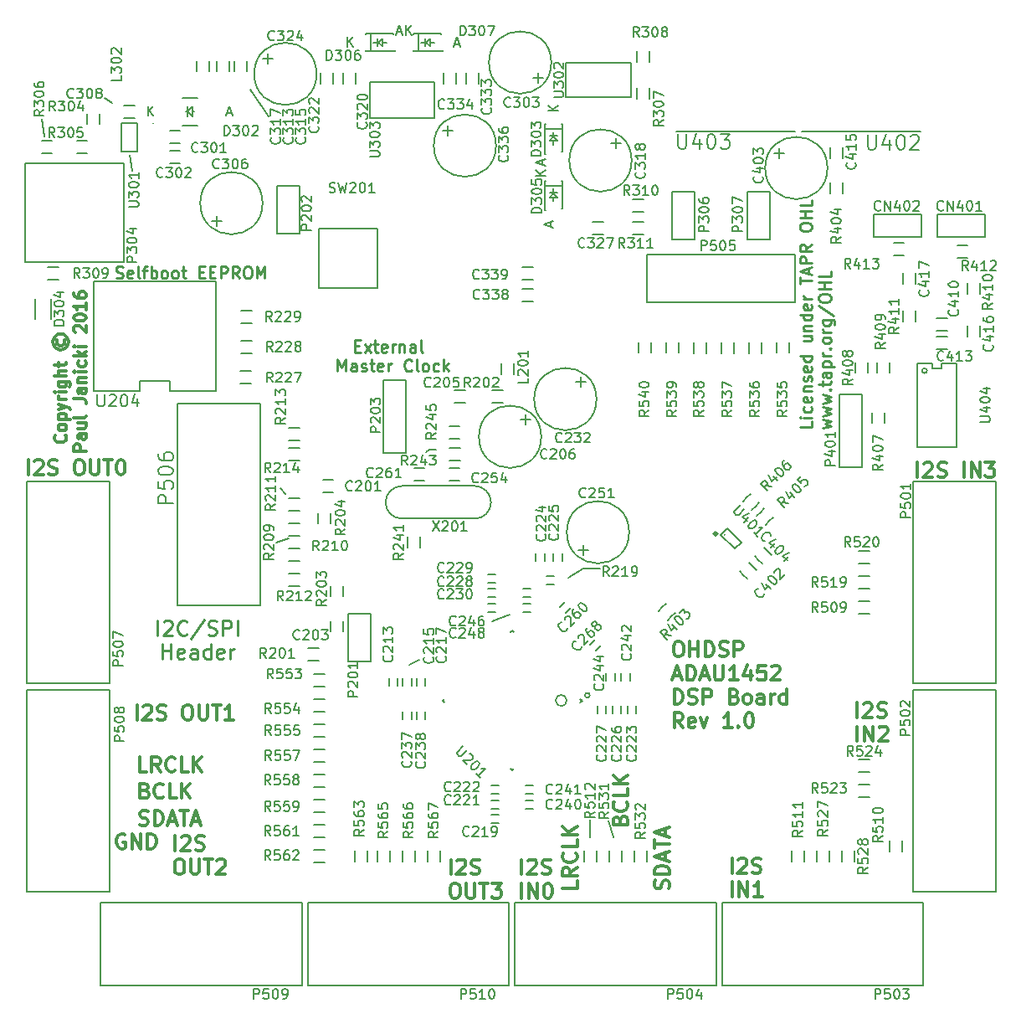
<source format=gto>
G04 #@! TF.FileFunction,Legend,Top*
%FSLAX46Y46*%
G04 Gerber Fmt 4.6, Leading zero omitted, Abs format (unit mm)*
G04 Created by KiCad (PCBNEW 4.0.1-stable) date 18/01/2016 20:30:30*
%MOMM*%
G01*
G04 APERTURE LIST*
%ADD10C,0.150000*%
%ADD11C,0.200000*%
%ADD12C,0.250000*%
%ADD13C,0.300000*%
G04 APERTURE END LIST*
D10*
D11*
X59766200Y18821400D02*
X60274200Y17195800D01*
X57861200Y18948400D02*
X57835800Y17119600D01*
D12*
X14085972Y37581429D02*
X14085972Y39081429D01*
X14728829Y38938571D02*
X14800258Y39010000D01*
X14943115Y39081429D01*
X15300258Y39081429D01*
X15443115Y39010000D01*
X15514544Y38938571D01*
X15585972Y38795714D01*
X15585972Y38652857D01*
X15514544Y38438571D01*
X14657401Y37581429D01*
X15585972Y37581429D01*
X17085972Y37724286D02*
X17014543Y37652857D01*
X16800257Y37581429D01*
X16657400Y37581429D01*
X16443115Y37652857D01*
X16300257Y37795714D01*
X16228829Y37938571D01*
X16157400Y38224286D01*
X16157400Y38438571D01*
X16228829Y38724286D01*
X16300257Y38867143D01*
X16443115Y39010000D01*
X16657400Y39081429D01*
X16800257Y39081429D01*
X17014543Y39010000D01*
X17085972Y38938571D01*
X18800257Y39152857D02*
X17514543Y37224286D01*
X19228829Y37652857D02*
X19443115Y37581429D01*
X19800258Y37581429D01*
X19943115Y37652857D01*
X20014544Y37724286D01*
X20085972Y37867143D01*
X20085972Y38010000D01*
X20014544Y38152857D01*
X19943115Y38224286D01*
X19800258Y38295714D01*
X19514544Y38367143D01*
X19371686Y38438571D01*
X19300258Y38510000D01*
X19228829Y38652857D01*
X19228829Y38795714D01*
X19300258Y38938571D01*
X19371686Y39010000D01*
X19514544Y39081429D01*
X19871686Y39081429D01*
X20085972Y39010000D01*
X20728829Y37581429D02*
X20728829Y39081429D01*
X21300257Y39081429D01*
X21443115Y39010000D01*
X21514543Y38938571D01*
X21585972Y38795714D01*
X21585972Y38581429D01*
X21514543Y38438571D01*
X21443115Y38367143D01*
X21300257Y38295714D01*
X20728829Y38295714D01*
X22228829Y37581429D02*
X22228829Y39081429D01*
X14621686Y35231429D02*
X14621686Y36731429D01*
X14621686Y36017143D02*
X15478829Y36017143D01*
X15478829Y35231429D02*
X15478829Y36731429D01*
X16764543Y35302857D02*
X16621686Y35231429D01*
X16335972Y35231429D01*
X16193115Y35302857D01*
X16121686Y35445714D01*
X16121686Y36017143D01*
X16193115Y36160000D01*
X16335972Y36231429D01*
X16621686Y36231429D01*
X16764543Y36160000D01*
X16835972Y36017143D01*
X16835972Y35874286D01*
X16121686Y35731429D01*
X18121686Y35231429D02*
X18121686Y36017143D01*
X18050257Y36160000D01*
X17907400Y36231429D01*
X17621686Y36231429D01*
X17478829Y36160000D01*
X18121686Y35302857D02*
X17978829Y35231429D01*
X17621686Y35231429D01*
X17478829Y35302857D01*
X17407400Y35445714D01*
X17407400Y35588571D01*
X17478829Y35731429D01*
X17621686Y35802857D01*
X17978829Y35802857D01*
X18121686Y35874286D01*
X19478829Y35231429D02*
X19478829Y36731429D01*
X19478829Y35302857D02*
X19335972Y35231429D01*
X19050258Y35231429D01*
X18907400Y35302857D01*
X18835972Y35374286D01*
X18764543Y35517143D01*
X18764543Y35945714D01*
X18835972Y36088571D01*
X18907400Y36160000D01*
X19050258Y36231429D01*
X19335972Y36231429D01*
X19478829Y36160000D01*
X20764543Y35302857D02*
X20621686Y35231429D01*
X20335972Y35231429D01*
X20193115Y35302857D01*
X20121686Y35445714D01*
X20121686Y36017143D01*
X20193115Y36160000D01*
X20335972Y36231429D01*
X20621686Y36231429D01*
X20764543Y36160000D01*
X20835972Y36017143D01*
X20835972Y35874286D01*
X20121686Y35731429D01*
X21478829Y35231429D02*
X21478829Y36231429D01*
X21478829Y35945714D02*
X21550257Y36088571D01*
X21621686Y36160000D01*
X21764543Y36231429D01*
X21907400Y36231429D01*
X9916044Y73746786D02*
X10087473Y73689643D01*
X10373187Y73689643D01*
X10487473Y73746786D01*
X10544616Y73803929D01*
X10601759Y73918214D01*
X10601759Y74032500D01*
X10544616Y74146786D01*
X10487473Y74203929D01*
X10373187Y74261071D01*
X10144616Y74318214D01*
X10030330Y74375357D01*
X9973187Y74432500D01*
X9916044Y74546786D01*
X9916044Y74661071D01*
X9973187Y74775357D01*
X10030330Y74832500D01*
X10144616Y74889643D01*
X10430330Y74889643D01*
X10601759Y74832500D01*
X11573187Y73746786D02*
X11458901Y73689643D01*
X11230330Y73689643D01*
X11116044Y73746786D01*
X11058901Y73861071D01*
X11058901Y74318214D01*
X11116044Y74432500D01*
X11230330Y74489643D01*
X11458901Y74489643D01*
X11573187Y74432500D01*
X11630330Y74318214D01*
X11630330Y74203929D01*
X11058901Y74089643D01*
X12316044Y73689643D02*
X12201758Y73746786D01*
X12144615Y73861071D01*
X12144615Y74889643D01*
X12601758Y74489643D02*
X13058901Y74489643D01*
X12773186Y73689643D02*
X12773186Y74718214D01*
X12830329Y74832500D01*
X12944615Y74889643D01*
X13058901Y74889643D01*
X13458900Y73689643D02*
X13458900Y74889643D01*
X13458900Y74432500D02*
X13573186Y74489643D01*
X13801757Y74489643D01*
X13916043Y74432500D01*
X13973186Y74375357D01*
X14030329Y74261071D01*
X14030329Y73918214D01*
X13973186Y73803929D01*
X13916043Y73746786D01*
X13801757Y73689643D01*
X13573186Y73689643D01*
X13458900Y73746786D01*
X14716043Y73689643D02*
X14601757Y73746786D01*
X14544614Y73803929D01*
X14487471Y73918214D01*
X14487471Y74261071D01*
X14544614Y74375357D01*
X14601757Y74432500D01*
X14716043Y74489643D01*
X14887471Y74489643D01*
X15001757Y74432500D01*
X15058900Y74375357D01*
X15116043Y74261071D01*
X15116043Y73918214D01*
X15058900Y73803929D01*
X15001757Y73746786D01*
X14887471Y73689643D01*
X14716043Y73689643D01*
X15801757Y73689643D02*
X15687471Y73746786D01*
X15630328Y73803929D01*
X15573185Y73918214D01*
X15573185Y74261071D01*
X15630328Y74375357D01*
X15687471Y74432500D01*
X15801757Y74489643D01*
X15973185Y74489643D01*
X16087471Y74432500D01*
X16144614Y74375357D01*
X16201757Y74261071D01*
X16201757Y73918214D01*
X16144614Y73803929D01*
X16087471Y73746786D01*
X15973185Y73689643D01*
X15801757Y73689643D01*
X16544614Y74489643D02*
X17001757Y74489643D01*
X16716042Y74889643D02*
X16716042Y73861071D01*
X16773185Y73746786D01*
X16887471Y73689643D01*
X17001757Y73689643D01*
X18316042Y74318214D02*
X18716042Y74318214D01*
X18887471Y73689643D02*
X18316042Y73689643D01*
X18316042Y74889643D01*
X18887471Y74889643D01*
X19401756Y74318214D02*
X19801756Y74318214D01*
X19973185Y73689643D02*
X19401756Y73689643D01*
X19401756Y74889643D01*
X19973185Y74889643D01*
X20487470Y73689643D02*
X20487470Y74889643D01*
X20944613Y74889643D01*
X21058899Y74832500D01*
X21116042Y74775357D01*
X21173185Y74661071D01*
X21173185Y74489643D01*
X21116042Y74375357D01*
X21058899Y74318214D01*
X20944613Y74261071D01*
X20487470Y74261071D01*
X22373185Y73689643D02*
X21973185Y74261071D01*
X21687470Y73689643D02*
X21687470Y74889643D01*
X22144613Y74889643D01*
X22258899Y74832500D01*
X22316042Y74775357D01*
X22373185Y74661071D01*
X22373185Y74489643D01*
X22316042Y74375357D01*
X22258899Y74318214D01*
X22144613Y74261071D01*
X21687470Y74261071D01*
X23116042Y74889643D02*
X23344613Y74889643D01*
X23458899Y74832500D01*
X23573185Y74718214D01*
X23630327Y74489643D01*
X23630327Y74089643D01*
X23573185Y73861071D01*
X23458899Y73746786D01*
X23344613Y73689643D01*
X23116042Y73689643D01*
X23001756Y73746786D01*
X22887470Y73861071D01*
X22830327Y74089643D01*
X22830327Y74489643D01*
X22887470Y74718214D01*
X23001756Y74832500D01*
X23116042Y74889643D01*
X24144613Y73689643D02*
X24144613Y74889643D01*
X24544613Y74032500D01*
X24944613Y74889643D01*
X24944613Y73689643D01*
X34077329Y66837714D02*
X34477329Y66837714D01*
X34648758Y66209143D02*
X34077329Y66209143D01*
X34077329Y67409143D01*
X34648758Y67409143D01*
X35048758Y66209143D02*
X35677329Y67009143D01*
X35048758Y67009143D02*
X35677329Y66209143D01*
X35963044Y67009143D02*
X36420187Y67009143D01*
X36134472Y67409143D02*
X36134472Y66380571D01*
X36191615Y66266286D01*
X36305901Y66209143D01*
X36420187Y66209143D01*
X37277329Y66266286D02*
X37163043Y66209143D01*
X36934472Y66209143D01*
X36820186Y66266286D01*
X36763043Y66380571D01*
X36763043Y66837714D01*
X36820186Y66952000D01*
X36934472Y67009143D01*
X37163043Y67009143D01*
X37277329Y66952000D01*
X37334472Y66837714D01*
X37334472Y66723429D01*
X36763043Y66609143D01*
X37848757Y66209143D02*
X37848757Y67009143D01*
X37848757Y66780571D02*
X37905900Y66894857D01*
X37963043Y66952000D01*
X38077329Y67009143D01*
X38191614Y67009143D01*
X38591614Y67009143D02*
X38591614Y66209143D01*
X38591614Y66894857D02*
X38648757Y66952000D01*
X38763043Y67009143D01*
X38934471Y67009143D01*
X39048757Y66952000D01*
X39105900Y66837714D01*
X39105900Y66209143D01*
X40191614Y66209143D02*
X40191614Y66837714D01*
X40134471Y66952000D01*
X40020185Y67009143D01*
X39791614Y67009143D01*
X39677328Y66952000D01*
X40191614Y66266286D02*
X40077328Y66209143D01*
X39791614Y66209143D01*
X39677328Y66266286D01*
X39620185Y66380571D01*
X39620185Y66494857D01*
X39677328Y66609143D01*
X39791614Y66666286D01*
X40077328Y66666286D01*
X40191614Y66723429D01*
X40934471Y66209143D02*
X40820185Y66266286D01*
X40763042Y66380571D01*
X40763042Y67409143D01*
X32334472Y64279143D02*
X32334472Y65479143D01*
X32734472Y64622000D01*
X33134472Y65479143D01*
X33134472Y64279143D01*
X34220187Y64279143D02*
X34220187Y64907714D01*
X34163044Y65022000D01*
X34048758Y65079143D01*
X33820187Y65079143D01*
X33705901Y65022000D01*
X34220187Y64336286D02*
X34105901Y64279143D01*
X33820187Y64279143D01*
X33705901Y64336286D01*
X33648758Y64450571D01*
X33648758Y64564857D01*
X33705901Y64679143D01*
X33820187Y64736286D01*
X34105901Y64736286D01*
X34220187Y64793429D01*
X34734472Y64336286D02*
X34848758Y64279143D01*
X35077330Y64279143D01*
X35191615Y64336286D01*
X35248758Y64450571D01*
X35248758Y64507714D01*
X35191615Y64622000D01*
X35077330Y64679143D01*
X34905901Y64679143D01*
X34791615Y64736286D01*
X34734472Y64850571D01*
X34734472Y64907714D01*
X34791615Y65022000D01*
X34905901Y65079143D01*
X35077330Y65079143D01*
X35191615Y65022000D01*
X35591616Y65079143D02*
X36048759Y65079143D01*
X35763044Y65479143D02*
X35763044Y64450571D01*
X35820187Y64336286D01*
X35934473Y64279143D01*
X36048759Y64279143D01*
X36905901Y64336286D02*
X36791615Y64279143D01*
X36563044Y64279143D01*
X36448758Y64336286D01*
X36391615Y64450571D01*
X36391615Y64907714D01*
X36448758Y65022000D01*
X36563044Y65079143D01*
X36791615Y65079143D01*
X36905901Y65022000D01*
X36963044Y64907714D01*
X36963044Y64793429D01*
X36391615Y64679143D01*
X37477329Y64279143D02*
X37477329Y65079143D01*
X37477329Y64850571D02*
X37534472Y64964857D01*
X37591615Y65022000D01*
X37705901Y65079143D01*
X37820186Y65079143D01*
X39820187Y64393429D02*
X39763044Y64336286D01*
X39591615Y64279143D01*
X39477329Y64279143D01*
X39305901Y64336286D01*
X39191615Y64450571D01*
X39134472Y64564857D01*
X39077329Y64793429D01*
X39077329Y64964857D01*
X39134472Y65193429D01*
X39191615Y65307714D01*
X39305901Y65422000D01*
X39477329Y65479143D01*
X39591615Y65479143D01*
X39763044Y65422000D01*
X39820187Y65364857D01*
X40505901Y64279143D02*
X40391615Y64336286D01*
X40334472Y64450571D01*
X40334472Y65479143D01*
X41134472Y64279143D02*
X41020186Y64336286D01*
X40963043Y64393429D01*
X40905900Y64507714D01*
X40905900Y64850571D01*
X40963043Y64964857D01*
X41020186Y65022000D01*
X41134472Y65079143D01*
X41305900Y65079143D01*
X41420186Y65022000D01*
X41477329Y64964857D01*
X41534472Y64850571D01*
X41534472Y64507714D01*
X41477329Y64393429D01*
X41420186Y64336286D01*
X41305900Y64279143D01*
X41134472Y64279143D01*
X42563043Y64336286D02*
X42448757Y64279143D01*
X42220186Y64279143D01*
X42105900Y64336286D01*
X42048757Y64393429D01*
X41991614Y64507714D01*
X41991614Y64850571D01*
X42048757Y64964857D01*
X42105900Y65022000D01*
X42220186Y65079143D01*
X42448757Y65079143D01*
X42563043Y65022000D01*
X43077328Y64279143D02*
X43077328Y65479143D01*
X43191614Y64736286D02*
X43534471Y64279143D01*
X43534471Y65079143D02*
X43077328Y64622000D01*
D11*
X57175400Y44323000D02*
X58889900Y44323000D01*
X55651400Y43434000D02*
X57175400Y44323000D01*
X8724900Y91884500D02*
X9550400Y91376500D01*
X11518900Y84518500D02*
X11328400Y86169500D01*
X26123900Y46990000D02*
X27393900Y47371000D01*
X26504900Y52451000D02*
X27076400Y51879500D01*
D13*
X4768971Y57830215D02*
X4826114Y57773072D01*
X4883257Y57601643D01*
X4883257Y57487357D01*
X4826114Y57315929D01*
X4711829Y57201643D01*
X4597543Y57144500D01*
X4368971Y57087357D01*
X4197543Y57087357D01*
X3968971Y57144500D01*
X3854686Y57201643D01*
X3740400Y57315929D01*
X3683257Y57487357D01*
X3683257Y57601643D01*
X3740400Y57773072D01*
X3797543Y57830215D01*
X4883257Y58515929D02*
X4826114Y58401643D01*
X4768971Y58344500D01*
X4654686Y58287357D01*
X4311829Y58287357D01*
X4197543Y58344500D01*
X4140400Y58401643D01*
X4083257Y58515929D01*
X4083257Y58687357D01*
X4140400Y58801643D01*
X4197543Y58858786D01*
X4311829Y58915929D01*
X4654686Y58915929D01*
X4768971Y58858786D01*
X4826114Y58801643D01*
X4883257Y58687357D01*
X4883257Y58515929D01*
X4083257Y59430214D02*
X5283257Y59430214D01*
X4140400Y59430214D02*
X4083257Y59544500D01*
X4083257Y59773071D01*
X4140400Y59887357D01*
X4197543Y59944500D01*
X4311829Y60001643D01*
X4654686Y60001643D01*
X4768971Y59944500D01*
X4826114Y59887357D01*
X4883257Y59773071D01*
X4883257Y59544500D01*
X4826114Y59430214D01*
X4083257Y60401643D02*
X4883257Y60687357D01*
X4083257Y60973071D02*
X4883257Y60687357D01*
X5168971Y60573071D01*
X5226114Y60515928D01*
X5283257Y60401643D01*
X4883257Y61430214D02*
X4083257Y61430214D01*
X4311829Y61430214D02*
X4197543Y61487357D01*
X4140400Y61544500D01*
X4083257Y61658786D01*
X4083257Y61773071D01*
X4883257Y62173071D02*
X4083257Y62173071D01*
X3683257Y62173071D02*
X3740400Y62115928D01*
X3797543Y62173071D01*
X3740400Y62230214D01*
X3683257Y62173071D01*
X3797543Y62173071D01*
X4083257Y63258786D02*
X5054686Y63258786D01*
X5168971Y63201643D01*
X5226114Y63144500D01*
X5283257Y63030215D01*
X5283257Y62858786D01*
X5226114Y62744500D01*
X4826114Y63258786D02*
X4883257Y63144500D01*
X4883257Y62915929D01*
X4826114Y62801643D01*
X4768971Y62744500D01*
X4654686Y62687357D01*
X4311829Y62687357D01*
X4197543Y62744500D01*
X4140400Y62801643D01*
X4083257Y62915929D01*
X4083257Y63144500D01*
X4140400Y63258786D01*
X4883257Y63830214D02*
X3683257Y63830214D01*
X4883257Y64344500D02*
X4254686Y64344500D01*
X4140400Y64287357D01*
X4083257Y64173071D01*
X4083257Y64001643D01*
X4140400Y63887357D01*
X4197543Y63830214D01*
X4083257Y64744500D02*
X4083257Y65201643D01*
X3683257Y64915928D02*
X4711829Y64915928D01*
X4826114Y64973071D01*
X4883257Y65087357D01*
X4883257Y65201643D01*
X3968971Y67487357D02*
X3911829Y67373071D01*
X3911829Y67144500D01*
X3968971Y67030214D01*
X4083257Y66915928D01*
X4197543Y66858785D01*
X4426114Y66858785D01*
X4540400Y66915928D01*
X4654686Y67030214D01*
X4711829Y67144500D01*
X4711829Y67373071D01*
X4654686Y67487357D01*
X3511829Y67258785D02*
X3568971Y66973071D01*
X3740400Y66687357D01*
X4026114Y66515928D01*
X4311829Y66458785D01*
X4597543Y66515928D01*
X4883257Y66687357D01*
X5054686Y66973071D01*
X5111829Y67258785D01*
X5054686Y67544500D01*
X4883257Y67830214D01*
X4597543Y68001643D01*
X4311829Y68058785D01*
X4026114Y68001643D01*
X3740400Y67830214D01*
X3568971Y67544500D01*
X3511829Y67258785D01*
X6863257Y56230214D02*
X5663257Y56230214D01*
X5663257Y56687357D01*
X5720400Y56801643D01*
X5777543Y56858786D01*
X5891829Y56915929D01*
X6063257Y56915929D01*
X6177543Y56858786D01*
X6234686Y56801643D01*
X6291829Y56687357D01*
X6291829Y56230214D01*
X6863257Y57944500D02*
X6234686Y57944500D01*
X6120400Y57887357D01*
X6063257Y57773071D01*
X6063257Y57544500D01*
X6120400Y57430214D01*
X6806114Y57944500D02*
X6863257Y57830214D01*
X6863257Y57544500D01*
X6806114Y57430214D01*
X6691829Y57373071D01*
X6577543Y57373071D01*
X6463257Y57430214D01*
X6406114Y57544500D01*
X6406114Y57830214D01*
X6348971Y57944500D01*
X6063257Y59030214D02*
X6863257Y59030214D01*
X6063257Y58515928D02*
X6691829Y58515928D01*
X6806114Y58573071D01*
X6863257Y58687357D01*
X6863257Y58858785D01*
X6806114Y58973071D01*
X6748971Y59030214D01*
X6863257Y59773071D02*
X6806114Y59658785D01*
X6691829Y59601642D01*
X5663257Y59601642D01*
X5663257Y61487356D02*
X6520400Y61487356D01*
X6691829Y61430214D01*
X6806114Y61315928D01*
X6863257Y61144499D01*
X6863257Y61030214D01*
X6863257Y62573071D02*
X6234686Y62573071D01*
X6120400Y62515928D01*
X6063257Y62401642D01*
X6063257Y62173071D01*
X6120400Y62058785D01*
X6806114Y62573071D02*
X6863257Y62458785D01*
X6863257Y62173071D01*
X6806114Y62058785D01*
X6691829Y62001642D01*
X6577543Y62001642D01*
X6463257Y62058785D01*
X6406114Y62173071D01*
X6406114Y62458785D01*
X6348971Y62573071D01*
X6063257Y63144499D02*
X6863257Y63144499D01*
X6177543Y63144499D02*
X6120400Y63201642D01*
X6063257Y63315928D01*
X6063257Y63487356D01*
X6120400Y63601642D01*
X6234686Y63658785D01*
X6863257Y63658785D01*
X6863257Y64230213D02*
X6063257Y64230213D01*
X5663257Y64230213D02*
X5720400Y64173070D01*
X5777543Y64230213D01*
X5720400Y64287356D01*
X5663257Y64230213D01*
X5777543Y64230213D01*
X6806114Y65315928D02*
X6863257Y65201642D01*
X6863257Y64973071D01*
X6806114Y64858785D01*
X6748971Y64801642D01*
X6634686Y64744499D01*
X6291829Y64744499D01*
X6177543Y64801642D01*
X6120400Y64858785D01*
X6063257Y64973071D01*
X6063257Y65201642D01*
X6120400Y65315928D01*
X6863257Y65830213D02*
X5663257Y65830213D01*
X6406114Y65944499D02*
X6863257Y66287356D01*
X6063257Y66287356D02*
X6520400Y65830213D01*
X6863257Y66801642D02*
X6063257Y66801642D01*
X5663257Y66801642D02*
X5720400Y66744499D01*
X5777543Y66801642D01*
X5720400Y66858785D01*
X5663257Y66801642D01*
X5777543Y66801642D01*
X5777543Y68230214D02*
X5720400Y68287357D01*
X5663257Y68401643D01*
X5663257Y68687357D01*
X5720400Y68801643D01*
X5777543Y68858786D01*
X5891829Y68915929D01*
X6006114Y68915929D01*
X6177543Y68858786D01*
X6863257Y68173072D01*
X6863257Y68915929D01*
X5663257Y69658786D02*
X5663257Y69773071D01*
X5720400Y69887357D01*
X5777543Y69944500D01*
X5891829Y70001643D01*
X6120400Y70058786D01*
X6406114Y70058786D01*
X6634686Y70001643D01*
X6748971Y69944500D01*
X6806114Y69887357D01*
X6863257Y69773071D01*
X6863257Y69658786D01*
X6806114Y69544500D01*
X6748971Y69487357D01*
X6634686Y69430214D01*
X6406114Y69373071D01*
X6120400Y69373071D01*
X5891829Y69430214D01*
X5777543Y69487357D01*
X5720400Y69544500D01*
X5663257Y69658786D01*
X6863257Y71201643D02*
X6863257Y70515928D01*
X6863257Y70858786D02*
X5663257Y70858786D01*
X5834686Y70744500D01*
X5948971Y70630214D01*
X6006114Y70515928D01*
X5663257Y72230214D02*
X5663257Y72001643D01*
X5720400Y71887357D01*
X5777543Y71830214D01*
X5948971Y71715928D01*
X6177543Y71658785D01*
X6634686Y71658785D01*
X6748971Y71715928D01*
X6806114Y71773071D01*
X6863257Y71887357D01*
X6863257Y72115928D01*
X6806114Y72230214D01*
X6748971Y72287357D01*
X6634686Y72344500D01*
X6348971Y72344500D01*
X6234686Y72287357D01*
X6177543Y72230214D01*
X6120400Y72115928D01*
X6120400Y71887357D01*
X6177543Y71773071D01*
X6234686Y71715928D01*
X6348971Y71658785D01*
D11*
X2692400Y88011000D02*
X2438400Y89789000D01*
D13*
X56554971Y12721143D02*
X56554971Y12006857D01*
X55054971Y12006857D01*
X56554971Y14078286D02*
X55840686Y13578286D01*
X56554971Y13221143D02*
X55054971Y13221143D01*
X55054971Y13792571D01*
X55126400Y13935429D01*
X55197829Y14006857D01*
X55340686Y14078286D01*
X55554971Y14078286D01*
X55697829Y14006857D01*
X55769257Y13935429D01*
X55840686Y13792571D01*
X55840686Y13221143D01*
X56412114Y15578286D02*
X56483543Y15506857D01*
X56554971Y15292571D01*
X56554971Y15149714D01*
X56483543Y14935429D01*
X56340686Y14792571D01*
X56197829Y14721143D01*
X55912114Y14649714D01*
X55697829Y14649714D01*
X55412114Y14721143D01*
X55269257Y14792571D01*
X55126400Y14935429D01*
X55054971Y15149714D01*
X55054971Y15292571D01*
X55126400Y15506857D01*
X55197829Y15578286D01*
X56554971Y16935429D02*
X56554971Y16221143D01*
X55054971Y16221143D01*
X56554971Y17435429D02*
X55054971Y17435429D01*
X56554971Y18292572D02*
X55697829Y17649715D01*
X55054971Y18292572D02*
X55912114Y17435429D01*
X60912757Y18892500D02*
X60984186Y19106786D01*
X61055614Y19178214D01*
X61198471Y19249643D01*
X61412757Y19249643D01*
X61555614Y19178214D01*
X61627043Y19106786D01*
X61698471Y18963928D01*
X61698471Y18392500D01*
X60198471Y18392500D01*
X60198471Y18892500D01*
X60269900Y19035357D01*
X60341329Y19106786D01*
X60484186Y19178214D01*
X60627043Y19178214D01*
X60769900Y19106786D01*
X60841329Y19035357D01*
X60912757Y18892500D01*
X60912757Y18392500D01*
X61555614Y20749643D02*
X61627043Y20678214D01*
X61698471Y20463928D01*
X61698471Y20321071D01*
X61627043Y20106786D01*
X61484186Y19963928D01*
X61341329Y19892500D01*
X61055614Y19821071D01*
X60841329Y19821071D01*
X60555614Y19892500D01*
X60412757Y19963928D01*
X60269900Y20106786D01*
X60198471Y20321071D01*
X60198471Y20463928D01*
X60269900Y20678214D01*
X60341329Y20749643D01*
X61698471Y22106786D02*
X61698471Y21392500D01*
X60198471Y21392500D01*
X61698471Y22606786D02*
X60198471Y22606786D01*
X61698471Y23463929D02*
X60841329Y22821072D01*
X60198471Y23463929D02*
X61055614Y22606786D01*
X65818043Y11951286D02*
X65889471Y12165572D01*
X65889471Y12522715D01*
X65818043Y12665572D01*
X65746614Y12737001D01*
X65603757Y12808429D01*
X65460900Y12808429D01*
X65318043Y12737001D01*
X65246614Y12665572D01*
X65175186Y12522715D01*
X65103757Y12237001D01*
X65032329Y12094143D01*
X64960900Y12022715D01*
X64818043Y11951286D01*
X64675186Y11951286D01*
X64532329Y12022715D01*
X64460900Y12094143D01*
X64389471Y12237001D01*
X64389471Y12594143D01*
X64460900Y12808429D01*
X65889471Y13451286D02*
X64389471Y13451286D01*
X64389471Y13808429D01*
X64460900Y14022714D01*
X64603757Y14165572D01*
X64746614Y14237000D01*
X65032329Y14308429D01*
X65246614Y14308429D01*
X65532329Y14237000D01*
X65675186Y14165572D01*
X65818043Y14022714D01*
X65889471Y13808429D01*
X65889471Y13451286D01*
X65460900Y14879857D02*
X65460900Y15594143D01*
X65889471Y14737000D02*
X64389471Y15237000D01*
X65889471Y15737000D01*
X64389471Y16022714D02*
X64389471Y16879857D01*
X65889471Y16451286D02*
X64389471Y16451286D01*
X65460900Y17308428D02*
X65460900Y18022714D01*
X65889471Y17165571D02*
X64389471Y17665571D01*
X65889471Y18165571D01*
X66679257Y36934429D02*
X66964971Y36934429D01*
X67107829Y36863000D01*
X67250686Y36720143D01*
X67322114Y36434429D01*
X67322114Y35934429D01*
X67250686Y35648714D01*
X67107829Y35505857D01*
X66964971Y35434429D01*
X66679257Y35434429D01*
X66536400Y35505857D01*
X66393543Y35648714D01*
X66322114Y35934429D01*
X66322114Y36434429D01*
X66393543Y36720143D01*
X66536400Y36863000D01*
X66679257Y36934429D01*
X67964972Y35434429D02*
X67964972Y36934429D01*
X67964972Y36220143D02*
X68822115Y36220143D01*
X68822115Y35434429D02*
X68822115Y36934429D01*
X69536401Y35434429D02*
X69536401Y36934429D01*
X69893544Y36934429D01*
X70107829Y36863000D01*
X70250687Y36720143D01*
X70322115Y36577286D01*
X70393544Y36291571D01*
X70393544Y36077286D01*
X70322115Y35791571D01*
X70250687Y35648714D01*
X70107829Y35505857D01*
X69893544Y35434429D01*
X69536401Y35434429D01*
X70964972Y35505857D02*
X71179258Y35434429D01*
X71536401Y35434429D01*
X71679258Y35505857D01*
X71750687Y35577286D01*
X71822115Y35720143D01*
X71822115Y35863000D01*
X71750687Y36005857D01*
X71679258Y36077286D01*
X71536401Y36148714D01*
X71250687Y36220143D01*
X71107829Y36291571D01*
X71036401Y36363000D01*
X70964972Y36505857D01*
X70964972Y36648714D01*
X71036401Y36791571D01*
X71107829Y36863000D01*
X71250687Y36934429D01*
X71607829Y36934429D01*
X71822115Y36863000D01*
X72464972Y35434429D02*
X72464972Y36934429D01*
X73036400Y36934429D01*
X73179258Y36863000D01*
X73250686Y36791571D01*
X73322115Y36648714D01*
X73322115Y36434429D01*
X73250686Y36291571D01*
X73179258Y36220143D01*
X73036400Y36148714D01*
X72464972Y36148714D01*
X66322114Y33463000D02*
X67036400Y33463000D01*
X66179257Y33034429D02*
X66679257Y34534429D01*
X67179257Y33034429D01*
X67679257Y33034429D02*
X67679257Y34534429D01*
X68036400Y34534429D01*
X68250685Y34463000D01*
X68393543Y34320143D01*
X68464971Y34177286D01*
X68536400Y33891571D01*
X68536400Y33677286D01*
X68464971Y33391571D01*
X68393543Y33248714D01*
X68250685Y33105857D01*
X68036400Y33034429D01*
X67679257Y33034429D01*
X69107828Y33463000D02*
X69822114Y33463000D01*
X68964971Y33034429D02*
X69464971Y34534429D01*
X69964971Y33034429D01*
X70464971Y34534429D02*
X70464971Y33320143D01*
X70536399Y33177286D01*
X70607828Y33105857D01*
X70750685Y33034429D01*
X71036399Y33034429D01*
X71179257Y33105857D01*
X71250685Y33177286D01*
X71322114Y33320143D01*
X71322114Y34534429D01*
X72822114Y33034429D02*
X71964971Y33034429D01*
X72393543Y33034429D02*
X72393543Y34534429D01*
X72250686Y34320143D01*
X72107828Y34177286D01*
X71964971Y34105857D01*
X74107828Y34034429D02*
X74107828Y33034429D01*
X73750685Y34605857D02*
X73393542Y33534429D01*
X74322114Y33534429D01*
X75607828Y34534429D02*
X74893542Y34534429D01*
X74822113Y33820143D01*
X74893542Y33891571D01*
X75036399Y33963000D01*
X75393542Y33963000D01*
X75536399Y33891571D01*
X75607828Y33820143D01*
X75679256Y33677286D01*
X75679256Y33320143D01*
X75607828Y33177286D01*
X75536399Y33105857D01*
X75393542Y33034429D01*
X75036399Y33034429D01*
X74893542Y33105857D01*
X74822113Y33177286D01*
X76250684Y34391571D02*
X76322113Y34463000D01*
X76464970Y34534429D01*
X76822113Y34534429D01*
X76964970Y34463000D01*
X77036399Y34391571D01*
X77107827Y34248714D01*
X77107827Y34105857D01*
X77036399Y33891571D01*
X76179256Y33034429D01*
X77107827Y33034429D01*
X66393543Y30634429D02*
X66393543Y32134429D01*
X66750686Y32134429D01*
X66964971Y32063000D01*
X67107829Y31920143D01*
X67179257Y31777286D01*
X67250686Y31491571D01*
X67250686Y31277286D01*
X67179257Y30991571D01*
X67107829Y30848714D01*
X66964971Y30705857D01*
X66750686Y30634429D01*
X66393543Y30634429D01*
X67822114Y30705857D02*
X68036400Y30634429D01*
X68393543Y30634429D01*
X68536400Y30705857D01*
X68607829Y30777286D01*
X68679257Y30920143D01*
X68679257Y31063000D01*
X68607829Y31205857D01*
X68536400Y31277286D01*
X68393543Y31348714D01*
X68107829Y31420143D01*
X67964971Y31491571D01*
X67893543Y31563000D01*
X67822114Y31705857D01*
X67822114Y31848714D01*
X67893543Y31991571D01*
X67964971Y32063000D01*
X68107829Y32134429D01*
X68464971Y32134429D01*
X68679257Y32063000D01*
X69322114Y30634429D02*
X69322114Y32134429D01*
X69893542Y32134429D01*
X70036400Y32063000D01*
X70107828Y31991571D01*
X70179257Y31848714D01*
X70179257Y31634429D01*
X70107828Y31491571D01*
X70036400Y31420143D01*
X69893542Y31348714D01*
X69322114Y31348714D01*
X72464971Y31420143D02*
X72679257Y31348714D01*
X72750685Y31277286D01*
X72822114Y31134429D01*
X72822114Y30920143D01*
X72750685Y30777286D01*
X72679257Y30705857D01*
X72536399Y30634429D01*
X71964971Y30634429D01*
X71964971Y32134429D01*
X72464971Y32134429D01*
X72607828Y32063000D01*
X72679257Y31991571D01*
X72750685Y31848714D01*
X72750685Y31705857D01*
X72679257Y31563000D01*
X72607828Y31491571D01*
X72464971Y31420143D01*
X71964971Y31420143D01*
X73679257Y30634429D02*
X73536399Y30705857D01*
X73464971Y30777286D01*
X73393542Y30920143D01*
X73393542Y31348714D01*
X73464971Y31491571D01*
X73536399Y31563000D01*
X73679257Y31634429D01*
X73893542Y31634429D01*
X74036399Y31563000D01*
X74107828Y31491571D01*
X74179257Y31348714D01*
X74179257Y30920143D01*
X74107828Y30777286D01*
X74036399Y30705857D01*
X73893542Y30634429D01*
X73679257Y30634429D01*
X75464971Y30634429D02*
X75464971Y31420143D01*
X75393542Y31563000D01*
X75250685Y31634429D01*
X74964971Y31634429D01*
X74822114Y31563000D01*
X75464971Y30705857D02*
X75322114Y30634429D01*
X74964971Y30634429D01*
X74822114Y30705857D01*
X74750685Y30848714D01*
X74750685Y30991571D01*
X74822114Y31134429D01*
X74964971Y31205857D01*
X75322114Y31205857D01*
X75464971Y31277286D01*
X76179257Y30634429D02*
X76179257Y31634429D01*
X76179257Y31348714D02*
X76250685Y31491571D01*
X76322114Y31563000D01*
X76464971Y31634429D01*
X76607828Y31634429D01*
X77750685Y30634429D02*
X77750685Y32134429D01*
X77750685Y30705857D02*
X77607828Y30634429D01*
X77322114Y30634429D01*
X77179256Y30705857D01*
X77107828Y30777286D01*
X77036399Y30920143D01*
X77036399Y31348714D01*
X77107828Y31491571D01*
X77179256Y31563000D01*
X77322114Y31634429D01*
X77607828Y31634429D01*
X77750685Y31563000D01*
X67250686Y28234429D02*
X66750686Y28948714D01*
X66393543Y28234429D02*
X66393543Y29734429D01*
X66964971Y29734429D01*
X67107829Y29663000D01*
X67179257Y29591571D01*
X67250686Y29448714D01*
X67250686Y29234429D01*
X67179257Y29091571D01*
X67107829Y29020143D01*
X66964971Y28948714D01*
X66393543Y28948714D01*
X68464971Y28305857D02*
X68322114Y28234429D01*
X68036400Y28234429D01*
X67893543Y28305857D01*
X67822114Y28448714D01*
X67822114Y29020143D01*
X67893543Y29163000D01*
X68036400Y29234429D01*
X68322114Y29234429D01*
X68464971Y29163000D01*
X68536400Y29020143D01*
X68536400Y28877286D01*
X67822114Y28734429D01*
X69036400Y29234429D02*
X69393543Y28234429D01*
X69750685Y29234429D01*
X72250685Y28234429D02*
X71393542Y28234429D01*
X71822114Y28234429D02*
X71822114Y29734429D01*
X71679257Y29520143D01*
X71536399Y29377286D01*
X71393542Y29305857D01*
X72893542Y28377286D02*
X72964970Y28305857D01*
X72893542Y28234429D01*
X72822113Y28305857D01*
X72893542Y28377286D01*
X72893542Y28234429D01*
X73893542Y29734429D02*
X74036399Y29734429D01*
X74179256Y29663000D01*
X74250685Y29591571D01*
X74322114Y29448714D01*
X74393542Y29163000D01*
X74393542Y28805857D01*
X74322114Y28520143D01*
X74250685Y28377286D01*
X74179256Y28305857D01*
X74036399Y28234429D01*
X73893542Y28234429D01*
X73750685Y28305857D01*
X73679256Y28377286D01*
X73607828Y28520143D01*
X73536399Y28805857D01*
X73536399Y29163000D01*
X73607828Y29448714D01*
X73679256Y29591571D01*
X73750685Y29663000D01*
X73893542Y29734429D01*
D12*
X80282757Y59214643D02*
X80282757Y58643214D01*
X79082757Y58643214D01*
X80282757Y59614643D02*
X79482757Y59614643D01*
X79082757Y59614643D02*
X79139900Y59557500D01*
X79197043Y59614643D01*
X79139900Y59671786D01*
X79082757Y59614643D01*
X79197043Y59614643D01*
X80225614Y60700358D02*
X80282757Y60586072D01*
X80282757Y60357501D01*
X80225614Y60243215D01*
X80168471Y60186072D01*
X80054186Y60128929D01*
X79711329Y60128929D01*
X79597043Y60186072D01*
X79539900Y60243215D01*
X79482757Y60357501D01*
X79482757Y60586072D01*
X79539900Y60700358D01*
X80225614Y61671786D02*
X80282757Y61557500D01*
X80282757Y61328929D01*
X80225614Y61214643D01*
X80111329Y61157500D01*
X79654186Y61157500D01*
X79539900Y61214643D01*
X79482757Y61328929D01*
X79482757Y61557500D01*
X79539900Y61671786D01*
X79654186Y61728929D01*
X79768471Y61728929D01*
X79882757Y61157500D01*
X79482757Y62243214D02*
X80282757Y62243214D01*
X79597043Y62243214D02*
X79539900Y62300357D01*
X79482757Y62414643D01*
X79482757Y62586071D01*
X79539900Y62700357D01*
X79654186Y62757500D01*
X80282757Y62757500D01*
X80225614Y63271785D02*
X80282757Y63386071D01*
X80282757Y63614643D01*
X80225614Y63728928D01*
X80111329Y63786071D01*
X80054186Y63786071D01*
X79939900Y63728928D01*
X79882757Y63614643D01*
X79882757Y63443214D01*
X79825614Y63328928D01*
X79711329Y63271785D01*
X79654186Y63271785D01*
X79539900Y63328928D01*
X79482757Y63443214D01*
X79482757Y63614643D01*
X79539900Y63728928D01*
X80225614Y64757500D02*
X80282757Y64643214D01*
X80282757Y64414643D01*
X80225614Y64300357D01*
X80111329Y64243214D01*
X79654186Y64243214D01*
X79539900Y64300357D01*
X79482757Y64414643D01*
X79482757Y64643214D01*
X79539900Y64757500D01*
X79654186Y64814643D01*
X79768471Y64814643D01*
X79882757Y64243214D01*
X80282757Y65843214D02*
X79082757Y65843214D01*
X80225614Y65843214D02*
X80282757Y65728928D01*
X80282757Y65500357D01*
X80225614Y65386071D01*
X80168471Y65328928D01*
X80054186Y65271785D01*
X79711329Y65271785D01*
X79597043Y65328928D01*
X79539900Y65386071D01*
X79482757Y65500357D01*
X79482757Y65728928D01*
X79539900Y65843214D01*
X79482757Y67843214D02*
X80282757Y67843214D01*
X79482757Y67328928D02*
X80111329Y67328928D01*
X80225614Y67386071D01*
X80282757Y67500357D01*
X80282757Y67671785D01*
X80225614Y67786071D01*
X80168471Y67843214D01*
X79482757Y68414642D02*
X80282757Y68414642D01*
X79597043Y68414642D02*
X79539900Y68471785D01*
X79482757Y68586071D01*
X79482757Y68757499D01*
X79539900Y68871785D01*
X79654186Y68928928D01*
X80282757Y68928928D01*
X80282757Y70014642D02*
X79082757Y70014642D01*
X80225614Y70014642D02*
X80282757Y69900356D01*
X80282757Y69671785D01*
X80225614Y69557499D01*
X80168471Y69500356D01*
X80054186Y69443213D01*
X79711329Y69443213D01*
X79597043Y69500356D01*
X79539900Y69557499D01*
X79482757Y69671785D01*
X79482757Y69900356D01*
X79539900Y70014642D01*
X80225614Y71043213D02*
X80282757Y70928927D01*
X80282757Y70700356D01*
X80225614Y70586070D01*
X80111329Y70528927D01*
X79654186Y70528927D01*
X79539900Y70586070D01*
X79482757Y70700356D01*
X79482757Y70928927D01*
X79539900Y71043213D01*
X79654186Y71100356D01*
X79768471Y71100356D01*
X79882757Y70528927D01*
X80282757Y71614641D02*
X79482757Y71614641D01*
X79711329Y71614641D02*
X79597043Y71671784D01*
X79539900Y71728927D01*
X79482757Y71843213D01*
X79482757Y71957498D01*
X79082757Y73100356D02*
X79082757Y73786070D01*
X80282757Y73443213D02*
X79082757Y73443213D01*
X79939900Y74128927D02*
X79939900Y74700356D01*
X80282757Y74014642D02*
X79082757Y74414642D01*
X80282757Y74814642D01*
X80282757Y75214641D02*
X79082757Y75214641D01*
X79082757Y75671784D01*
X79139900Y75786070D01*
X79197043Y75843213D01*
X79311329Y75900356D01*
X79482757Y75900356D01*
X79597043Y75843213D01*
X79654186Y75786070D01*
X79711329Y75671784D01*
X79711329Y75214641D01*
X80282757Y77100356D02*
X79711329Y76700356D01*
X80282757Y76414641D02*
X79082757Y76414641D01*
X79082757Y76871784D01*
X79139900Y76986070D01*
X79197043Y77043213D01*
X79311329Y77100356D01*
X79482757Y77100356D01*
X79597043Y77043213D01*
X79654186Y76986070D01*
X79711329Y76871784D01*
X79711329Y76414641D01*
X79082757Y78757499D02*
X79082757Y78986070D01*
X79139900Y79100356D01*
X79254186Y79214642D01*
X79482757Y79271784D01*
X79882757Y79271784D01*
X80111329Y79214642D01*
X80225614Y79100356D01*
X80282757Y78986070D01*
X80282757Y78757499D01*
X80225614Y78643213D01*
X80111329Y78528927D01*
X79882757Y78471784D01*
X79482757Y78471784D01*
X79254186Y78528927D01*
X79139900Y78643213D01*
X79082757Y78757499D01*
X80282757Y79786070D02*
X79082757Y79786070D01*
X79654186Y79786070D02*
X79654186Y80471785D01*
X80282757Y80471785D02*
X79082757Y80471785D01*
X80282757Y81614642D02*
X80282757Y81043213D01*
X79082757Y81043213D01*
X81412757Y58528929D02*
X82212757Y58757500D01*
X81641329Y58986071D01*
X82212757Y59214643D01*
X81412757Y59443214D01*
X81412757Y59786072D02*
X82212757Y60014643D01*
X81641329Y60243214D01*
X82212757Y60471786D01*
X81412757Y60700357D01*
X81412757Y61043215D02*
X82212757Y61271786D01*
X81641329Y61500357D01*
X82212757Y61728929D01*
X81412757Y61957500D01*
X82098471Y62414643D02*
X82155614Y62471786D01*
X82212757Y62414643D01*
X82155614Y62357500D01*
X82098471Y62414643D01*
X82212757Y62414643D01*
X81412757Y62814644D02*
X81412757Y63271787D01*
X81012757Y62986072D02*
X82041329Y62986072D01*
X82155614Y63043215D01*
X82212757Y63157501D01*
X82212757Y63271787D01*
X82212757Y64186072D02*
X81584186Y64186072D01*
X81469900Y64128929D01*
X81412757Y64014643D01*
X81412757Y63786072D01*
X81469900Y63671786D01*
X82155614Y64186072D02*
X82212757Y64071786D01*
X82212757Y63786072D01*
X82155614Y63671786D01*
X82041329Y63614643D01*
X81927043Y63614643D01*
X81812757Y63671786D01*
X81755614Y63786072D01*
X81755614Y64071786D01*
X81698471Y64186072D01*
X81412757Y64757500D02*
X82612757Y64757500D01*
X81469900Y64757500D02*
X81412757Y64871786D01*
X81412757Y65100357D01*
X81469900Y65214643D01*
X81527043Y65271786D01*
X81641329Y65328929D01*
X81984186Y65328929D01*
X82098471Y65271786D01*
X82155614Y65214643D01*
X82212757Y65100357D01*
X82212757Y64871786D01*
X82155614Y64757500D01*
X82212757Y65843214D02*
X81412757Y65843214D01*
X81641329Y65843214D02*
X81527043Y65900357D01*
X81469900Y65957500D01*
X81412757Y66071786D01*
X81412757Y66186071D01*
X82098471Y66586071D02*
X82155614Y66643214D01*
X82212757Y66586071D01*
X82155614Y66528928D01*
X82098471Y66586071D01*
X82212757Y66586071D01*
X82212757Y67328929D02*
X82155614Y67214643D01*
X82098471Y67157500D01*
X81984186Y67100357D01*
X81641329Y67100357D01*
X81527043Y67157500D01*
X81469900Y67214643D01*
X81412757Y67328929D01*
X81412757Y67500357D01*
X81469900Y67614643D01*
X81527043Y67671786D01*
X81641329Y67728929D01*
X81984186Y67728929D01*
X82098471Y67671786D01*
X82155614Y67614643D01*
X82212757Y67500357D01*
X82212757Y67328929D01*
X82212757Y68243214D02*
X81412757Y68243214D01*
X81641329Y68243214D02*
X81527043Y68300357D01*
X81469900Y68357500D01*
X81412757Y68471786D01*
X81412757Y68586071D01*
X81412757Y69500357D02*
X82384186Y69500357D01*
X82498471Y69443214D01*
X82555614Y69386071D01*
X82612757Y69271786D01*
X82612757Y69100357D01*
X82555614Y68986071D01*
X82155614Y69500357D02*
X82212757Y69386071D01*
X82212757Y69157500D01*
X82155614Y69043214D01*
X82098471Y68986071D01*
X81984186Y68928928D01*
X81641329Y68928928D01*
X81527043Y68986071D01*
X81469900Y69043214D01*
X81412757Y69157500D01*
X81412757Y69386071D01*
X81469900Y69500357D01*
X80955614Y70928928D02*
X82498471Y69900357D01*
X81012757Y71557500D02*
X81012757Y71786071D01*
X81069900Y71900357D01*
X81184186Y72014643D01*
X81412757Y72071785D01*
X81812757Y72071785D01*
X82041329Y72014643D01*
X82155614Y71900357D01*
X82212757Y71786071D01*
X82212757Y71557500D01*
X82155614Y71443214D01*
X82041329Y71328928D01*
X81812757Y71271785D01*
X81412757Y71271785D01*
X81184186Y71328928D01*
X81069900Y71443214D01*
X81012757Y71557500D01*
X82212757Y72586071D02*
X81012757Y72586071D01*
X81584186Y72586071D02*
X81584186Y73271786D01*
X82212757Y73271786D02*
X81012757Y73271786D01*
X82212757Y74414643D02*
X82212757Y73843214D01*
X81012757Y73843214D01*
D13*
X10833043Y17436000D02*
X10690186Y17507429D01*
X10475900Y17507429D01*
X10261615Y17436000D01*
X10118757Y17293143D01*
X10047329Y17150286D01*
X9975900Y16864571D01*
X9975900Y16650286D01*
X10047329Y16364571D01*
X10118757Y16221714D01*
X10261615Y16078857D01*
X10475900Y16007429D01*
X10618757Y16007429D01*
X10833043Y16078857D01*
X10904472Y16150286D01*
X10904472Y16650286D01*
X10618757Y16650286D01*
X11547329Y16007429D02*
X11547329Y17507429D01*
X12404472Y16007429D01*
X12404472Y17507429D01*
X13118758Y16007429D02*
X13118758Y17507429D01*
X13475901Y17507429D01*
X13690186Y17436000D01*
X13833044Y17293143D01*
X13904472Y17150286D01*
X13975901Y16864571D01*
X13975901Y16650286D01*
X13904472Y16364571D01*
X13833044Y16221714D01*
X13690186Y16078857D01*
X13475901Y16007429D01*
X13118758Y16007429D01*
X50963043Y13412929D02*
X50963043Y14912929D01*
X51605900Y14770071D02*
X51677329Y14841500D01*
X51820186Y14912929D01*
X52177329Y14912929D01*
X52320186Y14841500D01*
X52391615Y14770071D01*
X52463043Y14627214D01*
X52463043Y14484357D01*
X52391615Y14270071D01*
X51534472Y13412929D01*
X52463043Y13412929D01*
X53034471Y13484357D02*
X53248757Y13412929D01*
X53605900Y13412929D01*
X53748757Y13484357D01*
X53820186Y13555786D01*
X53891614Y13698643D01*
X53891614Y13841500D01*
X53820186Y13984357D01*
X53748757Y14055786D01*
X53605900Y14127214D01*
X53320186Y14198643D01*
X53177328Y14270071D01*
X53105900Y14341500D01*
X53034471Y14484357D01*
X53034471Y14627214D01*
X53105900Y14770071D01*
X53177328Y14841500D01*
X53320186Y14912929D01*
X53677328Y14912929D01*
X53891614Y14841500D01*
X50963043Y11012929D02*
X50963043Y12512929D01*
X51677329Y11012929D02*
X51677329Y12512929D01*
X52534472Y11012929D01*
X52534472Y12512929D01*
X53534472Y12512929D02*
X53677329Y12512929D01*
X53820186Y12441500D01*
X53891615Y12370071D01*
X53963044Y12227214D01*
X54034472Y11941500D01*
X54034472Y11584357D01*
X53963044Y11298643D01*
X53891615Y11155786D01*
X53820186Y11084357D01*
X53677329Y11012929D01*
X53534472Y11012929D01*
X53391615Y11084357D01*
X53320186Y11155786D01*
X53248758Y11298643D01*
X53177329Y11584357D01*
X53177329Y11941500D01*
X53248758Y12227214D01*
X53320186Y12370071D01*
X53391615Y12441500D01*
X53534472Y12512929D01*
X72235543Y13539929D02*
X72235543Y15039929D01*
X72878400Y14897071D02*
X72949829Y14968500D01*
X73092686Y15039929D01*
X73449829Y15039929D01*
X73592686Y14968500D01*
X73664115Y14897071D01*
X73735543Y14754214D01*
X73735543Y14611357D01*
X73664115Y14397071D01*
X72806972Y13539929D01*
X73735543Y13539929D01*
X74306971Y13611357D02*
X74521257Y13539929D01*
X74878400Y13539929D01*
X75021257Y13611357D01*
X75092686Y13682786D01*
X75164114Y13825643D01*
X75164114Y13968500D01*
X75092686Y14111357D01*
X75021257Y14182786D01*
X74878400Y14254214D01*
X74592686Y14325643D01*
X74449828Y14397071D01*
X74378400Y14468500D01*
X74306971Y14611357D01*
X74306971Y14754214D01*
X74378400Y14897071D01*
X74449828Y14968500D01*
X74592686Y15039929D01*
X74949828Y15039929D01*
X75164114Y14968500D01*
X72235543Y11139929D02*
X72235543Y12639929D01*
X72949829Y11139929D02*
X72949829Y12639929D01*
X73806972Y11139929D01*
X73806972Y12639929D01*
X75306972Y11139929D02*
X74449829Y11139929D01*
X74878401Y11139929D02*
X74878401Y12639929D01*
X74735544Y12425643D01*
X74592686Y12282786D01*
X74449829Y12211357D01*
X84913543Y29272429D02*
X84913543Y30772429D01*
X85556400Y30629571D02*
X85627829Y30701000D01*
X85770686Y30772429D01*
X86127829Y30772429D01*
X86270686Y30701000D01*
X86342115Y30629571D01*
X86413543Y30486714D01*
X86413543Y30343857D01*
X86342115Y30129571D01*
X85484972Y29272429D01*
X86413543Y29272429D01*
X86984971Y29343857D02*
X87199257Y29272429D01*
X87556400Y29272429D01*
X87699257Y29343857D01*
X87770686Y29415286D01*
X87842114Y29558143D01*
X87842114Y29701000D01*
X87770686Y29843857D01*
X87699257Y29915286D01*
X87556400Y29986714D01*
X87270686Y30058143D01*
X87127828Y30129571D01*
X87056400Y30201000D01*
X86984971Y30343857D01*
X86984971Y30486714D01*
X87056400Y30629571D01*
X87127828Y30701000D01*
X87270686Y30772429D01*
X87627828Y30772429D01*
X87842114Y30701000D01*
X84913543Y26872429D02*
X84913543Y28372429D01*
X85627829Y26872429D02*
X85627829Y28372429D01*
X86484972Y26872429D01*
X86484972Y28372429D01*
X87127829Y28229571D02*
X87199258Y28301000D01*
X87342115Y28372429D01*
X87699258Y28372429D01*
X87842115Y28301000D01*
X87913544Y28229571D01*
X87984972Y28086714D01*
X87984972Y27943857D01*
X87913544Y27729571D01*
X87056401Y26872429D01*
X87984972Y26872429D01*
X43787543Y13412929D02*
X43787543Y14912929D01*
X44430400Y14770071D02*
X44501829Y14841500D01*
X44644686Y14912929D01*
X45001829Y14912929D01*
X45144686Y14841500D01*
X45216115Y14770071D01*
X45287543Y14627214D01*
X45287543Y14484357D01*
X45216115Y14270071D01*
X44358972Y13412929D01*
X45287543Y13412929D01*
X45858971Y13484357D02*
X46073257Y13412929D01*
X46430400Y13412929D01*
X46573257Y13484357D01*
X46644686Y13555786D01*
X46716114Y13698643D01*
X46716114Y13841500D01*
X46644686Y13984357D01*
X46573257Y14055786D01*
X46430400Y14127214D01*
X46144686Y14198643D01*
X46001828Y14270071D01*
X45930400Y14341500D01*
X45858971Y14484357D01*
X45858971Y14627214D01*
X45930400Y14770071D01*
X46001828Y14841500D01*
X46144686Y14912929D01*
X46501828Y14912929D01*
X46716114Y14841500D01*
X44073257Y12512929D02*
X44358971Y12512929D01*
X44501829Y12441500D01*
X44644686Y12298643D01*
X44716114Y12012929D01*
X44716114Y11512929D01*
X44644686Y11227214D01*
X44501829Y11084357D01*
X44358971Y11012929D01*
X44073257Y11012929D01*
X43930400Y11084357D01*
X43787543Y11227214D01*
X43716114Y11512929D01*
X43716114Y12012929D01*
X43787543Y12298643D01*
X43930400Y12441500D01*
X44073257Y12512929D01*
X45358972Y12512929D02*
X45358972Y11298643D01*
X45430400Y11155786D01*
X45501829Y11084357D01*
X45644686Y11012929D01*
X45930400Y11012929D01*
X46073258Y11084357D01*
X46144686Y11155786D01*
X46216115Y11298643D01*
X46216115Y12512929D01*
X46716115Y12512929D02*
X47573258Y12512929D01*
X47144687Y11012929D02*
X47144687Y12512929D01*
X47930401Y12512929D02*
X48858972Y12512929D01*
X48358972Y11941500D01*
X48573258Y11941500D01*
X48716115Y11870071D01*
X48787544Y11798643D01*
X48858972Y11655786D01*
X48858972Y11298643D01*
X48787544Y11155786D01*
X48716115Y11084357D01*
X48573258Y11012929D01*
X48144686Y11012929D01*
X48001829Y11084357D01*
X47930401Y11155786D01*
X15911043Y15825929D02*
X15911043Y17325929D01*
X16553900Y17183071D02*
X16625329Y17254500D01*
X16768186Y17325929D01*
X17125329Y17325929D01*
X17268186Y17254500D01*
X17339615Y17183071D01*
X17411043Y17040214D01*
X17411043Y16897357D01*
X17339615Y16683071D01*
X16482472Y15825929D01*
X17411043Y15825929D01*
X17982471Y15897357D02*
X18196757Y15825929D01*
X18553900Y15825929D01*
X18696757Y15897357D01*
X18768186Y15968786D01*
X18839614Y16111643D01*
X18839614Y16254500D01*
X18768186Y16397357D01*
X18696757Y16468786D01*
X18553900Y16540214D01*
X18268186Y16611643D01*
X18125328Y16683071D01*
X18053900Y16754500D01*
X17982471Y16897357D01*
X17982471Y17040214D01*
X18053900Y17183071D01*
X18125328Y17254500D01*
X18268186Y17325929D01*
X18625328Y17325929D01*
X18839614Y17254500D01*
X16196757Y14925929D02*
X16482471Y14925929D01*
X16625329Y14854500D01*
X16768186Y14711643D01*
X16839614Y14425929D01*
X16839614Y13925929D01*
X16768186Y13640214D01*
X16625329Y13497357D01*
X16482471Y13425929D01*
X16196757Y13425929D01*
X16053900Y13497357D01*
X15911043Y13640214D01*
X15839614Y13925929D01*
X15839614Y14425929D01*
X15911043Y14711643D01*
X16053900Y14854500D01*
X16196757Y14925929D01*
X17482472Y14925929D02*
X17482472Y13711643D01*
X17553900Y13568786D01*
X17625329Y13497357D01*
X17768186Y13425929D01*
X18053900Y13425929D01*
X18196758Y13497357D01*
X18268186Y13568786D01*
X18339615Y13711643D01*
X18339615Y14925929D01*
X18839615Y14925929D02*
X19696758Y14925929D01*
X19268187Y13425929D02*
X19268187Y14925929D01*
X20125329Y14783071D02*
X20196758Y14854500D01*
X20339615Y14925929D01*
X20696758Y14925929D01*
X20839615Y14854500D01*
X20911044Y14783071D01*
X20982472Y14640214D01*
X20982472Y14497357D01*
X20911044Y14283071D01*
X20053901Y13425929D01*
X20982472Y13425929D01*
X12305686Y18428357D02*
X12519972Y18356929D01*
X12877115Y18356929D01*
X13019972Y18428357D01*
X13091401Y18499786D01*
X13162829Y18642643D01*
X13162829Y18785500D01*
X13091401Y18928357D01*
X13019972Y18999786D01*
X12877115Y19071214D01*
X12591401Y19142643D01*
X12448543Y19214071D01*
X12377115Y19285500D01*
X12305686Y19428357D01*
X12305686Y19571214D01*
X12377115Y19714071D01*
X12448543Y19785500D01*
X12591401Y19856929D01*
X12948543Y19856929D01*
X13162829Y19785500D01*
X13805686Y18356929D02*
X13805686Y19856929D01*
X14162829Y19856929D01*
X14377114Y19785500D01*
X14519972Y19642643D01*
X14591400Y19499786D01*
X14662829Y19214071D01*
X14662829Y18999786D01*
X14591400Y18714071D01*
X14519972Y18571214D01*
X14377114Y18428357D01*
X14162829Y18356929D01*
X13805686Y18356929D01*
X15234257Y18785500D02*
X15948543Y18785500D01*
X15091400Y18356929D02*
X15591400Y19856929D01*
X16091400Y18356929D01*
X16377114Y19856929D02*
X17234257Y19856929D01*
X16805686Y18356929D02*
X16805686Y19856929D01*
X17662828Y18785500D02*
X18377114Y18785500D01*
X17519971Y18356929D02*
X18019971Y19856929D01*
X18519971Y18356929D01*
X12855400Y21888643D02*
X13069686Y21817214D01*
X13141114Y21745786D01*
X13212543Y21602929D01*
X13212543Y21388643D01*
X13141114Y21245786D01*
X13069686Y21174357D01*
X12926828Y21102929D01*
X12355400Y21102929D01*
X12355400Y22602929D01*
X12855400Y22602929D01*
X12998257Y22531500D01*
X13069686Y22460071D01*
X13141114Y22317214D01*
X13141114Y22174357D01*
X13069686Y22031500D01*
X12998257Y21960071D01*
X12855400Y21888643D01*
X12355400Y21888643D01*
X14712543Y21245786D02*
X14641114Y21174357D01*
X14426828Y21102929D01*
X14283971Y21102929D01*
X14069686Y21174357D01*
X13926828Y21317214D01*
X13855400Y21460071D01*
X13783971Y21745786D01*
X13783971Y21960071D01*
X13855400Y22245786D01*
X13926828Y22388643D01*
X14069686Y22531500D01*
X14283971Y22602929D01*
X14426828Y22602929D01*
X14641114Y22531500D01*
X14712543Y22460071D01*
X16069686Y21102929D02*
X15355400Y21102929D01*
X15355400Y22602929D01*
X16569686Y21102929D02*
X16569686Y22602929D01*
X17426829Y21102929D02*
X16783972Y21960071D01*
X17426829Y22602929D02*
X16569686Y21745786D01*
X13034043Y23769929D02*
X12319757Y23769929D01*
X12319757Y25269929D01*
X14391186Y23769929D02*
X13891186Y24484214D01*
X13534043Y23769929D02*
X13534043Y25269929D01*
X14105471Y25269929D01*
X14248329Y25198500D01*
X14319757Y25127071D01*
X14391186Y24984214D01*
X14391186Y24769929D01*
X14319757Y24627071D01*
X14248329Y24555643D01*
X14105471Y24484214D01*
X13534043Y24484214D01*
X15891186Y23912786D02*
X15819757Y23841357D01*
X15605471Y23769929D01*
X15462614Y23769929D01*
X15248329Y23841357D01*
X15105471Y23984214D01*
X15034043Y24127071D01*
X14962614Y24412786D01*
X14962614Y24627071D01*
X15034043Y24912786D01*
X15105471Y25055643D01*
X15248329Y25198500D01*
X15462614Y25269929D01*
X15605471Y25269929D01*
X15819757Y25198500D01*
X15891186Y25127071D01*
X17248329Y23769929D02*
X16534043Y23769929D01*
X16534043Y25269929D01*
X17748329Y23769929D02*
X17748329Y25269929D01*
X18605472Y23769929D02*
X17962615Y24627071D01*
X18605472Y25269929D02*
X17748329Y24412786D01*
X91008258Y53551429D02*
X91008258Y55051429D01*
X91651115Y54908571D02*
X91722544Y54980000D01*
X91865401Y55051429D01*
X92222544Y55051429D01*
X92365401Y54980000D01*
X92436830Y54908571D01*
X92508258Y54765714D01*
X92508258Y54622857D01*
X92436830Y54408571D01*
X91579687Y53551429D01*
X92508258Y53551429D01*
X93079686Y53622857D02*
X93293972Y53551429D01*
X93651115Y53551429D01*
X93793972Y53622857D01*
X93865401Y53694286D01*
X93936829Y53837143D01*
X93936829Y53980000D01*
X93865401Y54122857D01*
X93793972Y54194286D01*
X93651115Y54265714D01*
X93365401Y54337143D01*
X93222543Y54408571D01*
X93151115Y54480000D01*
X93079686Y54622857D01*
X93079686Y54765714D01*
X93151115Y54908571D01*
X93222543Y54980000D01*
X93365401Y55051429D01*
X93722543Y55051429D01*
X93936829Y54980000D01*
X95722543Y53551429D02*
X95722543Y55051429D01*
X96436829Y53551429D02*
X96436829Y55051429D01*
X97293972Y53551429D01*
X97293972Y55051429D01*
X97865401Y55051429D02*
X98793972Y55051429D01*
X98293972Y54480000D01*
X98508258Y54480000D01*
X98651115Y54408571D01*
X98722544Y54337143D01*
X98793972Y54194286D01*
X98793972Y53837143D01*
X98722544Y53694286D01*
X98651115Y53622857D01*
X98508258Y53551429D01*
X98079686Y53551429D01*
X97936829Y53622857D01*
X97865401Y53694286D01*
X12030258Y29040429D02*
X12030258Y30540429D01*
X12673115Y30397571D02*
X12744544Y30469000D01*
X12887401Y30540429D01*
X13244544Y30540429D01*
X13387401Y30469000D01*
X13458830Y30397571D01*
X13530258Y30254714D01*
X13530258Y30111857D01*
X13458830Y29897571D01*
X12601687Y29040429D01*
X13530258Y29040429D01*
X14101686Y29111857D02*
X14315972Y29040429D01*
X14673115Y29040429D01*
X14815972Y29111857D01*
X14887401Y29183286D01*
X14958829Y29326143D01*
X14958829Y29469000D01*
X14887401Y29611857D01*
X14815972Y29683286D01*
X14673115Y29754714D01*
X14387401Y29826143D01*
X14244543Y29897571D01*
X14173115Y29969000D01*
X14101686Y30111857D01*
X14101686Y30254714D01*
X14173115Y30397571D01*
X14244543Y30469000D01*
X14387401Y30540429D01*
X14744543Y30540429D01*
X14958829Y30469000D01*
X17030257Y30540429D02*
X17315971Y30540429D01*
X17458829Y30469000D01*
X17601686Y30326143D01*
X17673114Y30040429D01*
X17673114Y29540429D01*
X17601686Y29254714D01*
X17458829Y29111857D01*
X17315971Y29040429D01*
X17030257Y29040429D01*
X16887400Y29111857D01*
X16744543Y29254714D01*
X16673114Y29540429D01*
X16673114Y30040429D01*
X16744543Y30326143D01*
X16887400Y30469000D01*
X17030257Y30540429D01*
X18315972Y30540429D02*
X18315972Y29326143D01*
X18387400Y29183286D01*
X18458829Y29111857D01*
X18601686Y29040429D01*
X18887400Y29040429D01*
X19030258Y29111857D01*
X19101686Y29183286D01*
X19173115Y29326143D01*
X19173115Y30540429D01*
X19673115Y30540429D02*
X20530258Y30540429D01*
X20101687Y29040429D02*
X20101687Y30540429D01*
X21815972Y29040429D02*
X20958829Y29040429D01*
X21387401Y29040429D02*
X21387401Y30540429D01*
X21244544Y30326143D01*
X21101686Y30183286D01*
X20958829Y30111857D01*
X1044758Y53805429D02*
X1044758Y55305429D01*
X1687615Y55162571D02*
X1759044Y55234000D01*
X1901901Y55305429D01*
X2259044Y55305429D01*
X2401901Y55234000D01*
X2473330Y55162571D01*
X2544758Y55019714D01*
X2544758Y54876857D01*
X2473330Y54662571D01*
X1616187Y53805429D01*
X2544758Y53805429D01*
X3116186Y53876857D02*
X3330472Y53805429D01*
X3687615Y53805429D01*
X3830472Y53876857D01*
X3901901Y53948286D01*
X3973329Y54091143D01*
X3973329Y54234000D01*
X3901901Y54376857D01*
X3830472Y54448286D01*
X3687615Y54519714D01*
X3401901Y54591143D01*
X3259043Y54662571D01*
X3187615Y54734000D01*
X3116186Y54876857D01*
X3116186Y55019714D01*
X3187615Y55162571D01*
X3259043Y55234000D01*
X3401901Y55305429D01*
X3759043Y55305429D01*
X3973329Y55234000D01*
X6044757Y55305429D02*
X6330471Y55305429D01*
X6473329Y55234000D01*
X6616186Y55091143D01*
X6687614Y54805429D01*
X6687614Y54305429D01*
X6616186Y54019714D01*
X6473329Y53876857D01*
X6330471Y53805429D01*
X6044757Y53805429D01*
X5901900Y53876857D01*
X5759043Y54019714D01*
X5687614Y54305429D01*
X5687614Y54805429D01*
X5759043Y55091143D01*
X5901900Y55234000D01*
X6044757Y55305429D01*
X7330472Y55305429D02*
X7330472Y54091143D01*
X7401900Y53948286D01*
X7473329Y53876857D01*
X7616186Y53805429D01*
X7901900Y53805429D01*
X8044758Y53876857D01*
X8116186Y53948286D01*
X8187615Y54091143D01*
X8187615Y55305429D01*
X8687615Y55305429D02*
X9544758Y55305429D01*
X9116187Y53805429D02*
X9116187Y55305429D01*
X10330472Y55305429D02*
X10473329Y55305429D01*
X10616186Y55234000D01*
X10687615Y55162571D01*
X10759044Y55019714D01*
X10830472Y54734000D01*
X10830472Y54376857D01*
X10759044Y54091143D01*
X10687615Y53948286D01*
X10616186Y53876857D01*
X10473329Y53805429D01*
X10330472Y53805429D01*
X10187615Y53876857D01*
X10116186Y53948286D01*
X10044758Y54091143D01*
X9973329Y54376857D01*
X9973329Y54734000D01*
X10044758Y55019714D01*
X10116186Y55162571D01*
X10187615Y55234000D01*
X10330472Y55305429D01*
D11*
X39598400Y34593000D02*
X40614400Y35101000D01*
X41630400Y56373500D02*
X42328900Y56373500D01*
X41312900Y56119500D02*
X41630400Y56373500D01*
X47980400Y39038000D02*
X49758400Y39673000D01*
X25374400Y90092000D02*
X23469400Y92759000D01*
D10*
X55433900Y95477000D02*
X58733900Y95477000D01*
X55433900Y91977000D02*
X55433900Y95477000D01*
X58733900Y91977000D02*
X55433900Y91977000D01*
X62033900Y91977000D02*
X58733900Y91977000D01*
X62033900Y93727000D02*
X62033900Y91977000D01*
X62033900Y95477000D02*
X62033900Y93727000D01*
X58733900Y95477000D02*
X62033900Y95477000D01*
X17695400Y90552000D02*
X17795400Y90552000D01*
X17095400Y90552000D02*
X16995400Y90552000D01*
X13651302Y89352000D02*
G75*
G03X13651302Y89352000I-55902J0D01*
G01*
X17145400Y90052000D02*
X17145400Y91052000D01*
X17645400Y90052000D02*
X17145400Y90552000D01*
X17645400Y90052000D02*
X17645400Y91052000D01*
X17645400Y91052000D02*
X17145400Y90552000D01*
X17395400Y91952000D02*
X18195400Y91952000D01*
X17395400Y91952000D02*
X16595400Y91952000D01*
X17395400Y89152000D02*
X16595400Y89152000D01*
X17395400Y89152000D02*
X18195400Y89152000D01*
X76069400Y82424000D02*
X73783400Y82424000D01*
X76069400Y77598000D02*
X73783400Y77598000D01*
X76069400Y82424000D02*
X76069400Y77598000D01*
X73783400Y77598000D02*
X73783400Y82424000D01*
X68449400Y82424000D02*
X66163400Y82424000D01*
X68449400Y77598000D02*
X66163400Y77598000D01*
X68449400Y82424000D02*
X68449400Y77598000D01*
X66163400Y77598000D02*
X66163400Y82424000D01*
X53844400Y42749200D02*
X54225400Y42749200D01*
X53844400Y42749200D02*
X53463400Y42749200D01*
X53844400Y43612800D02*
X54225400Y43612800D01*
X53844400Y43612800D02*
X53463400Y43612800D01*
X54174600Y45467000D02*
X54174600Y45086000D01*
X54174600Y45467000D02*
X54174600Y45848000D01*
X55038200Y45467000D02*
X55038200Y45086000D01*
X55038200Y45467000D02*
X55038200Y45848000D01*
X52396600Y45467000D02*
X52396600Y45086000D01*
X52396600Y45467000D02*
X52396600Y45848000D01*
X53260200Y45467000D02*
X53260200Y45086000D01*
X53260200Y45467000D02*
X53260200Y45848000D01*
X58721729Y36271671D02*
X58991136Y36541079D01*
X58721729Y36271671D02*
X58452321Y36002264D01*
X58111071Y36882329D02*
X58380479Y37151736D01*
X58111071Y36882329D02*
X57841664Y36612921D01*
X51431400Y39955200D02*
X51812400Y39955200D01*
X51431400Y39955200D02*
X51050400Y39955200D01*
X51431400Y40818800D02*
X51812400Y40818800D01*
X51431400Y40818800D02*
X51050400Y40818800D01*
X51431400Y41479200D02*
X51812400Y41479200D01*
X51431400Y41479200D02*
X51050400Y41479200D01*
X51431400Y42342800D02*
X51812400Y42342800D01*
X51431400Y42342800D02*
X51050400Y42342800D01*
X59508600Y33402000D02*
X59508600Y33021000D01*
X59508600Y33402000D02*
X59508600Y33783000D01*
X60372200Y33402000D02*
X60372200Y33021000D01*
X60372200Y33402000D02*
X60372200Y33783000D01*
X61032600Y33402000D02*
X61032600Y33021000D01*
X61032600Y33402000D02*
X61032600Y33783000D01*
X61896200Y33402000D02*
X61896200Y33021000D01*
X61896200Y33402000D02*
X61896200Y33783000D01*
X51685400Y20879800D02*
X51304400Y20879800D01*
X51685400Y20879800D02*
X52066400Y20879800D01*
X51685400Y20016200D02*
X51304400Y20016200D01*
X51685400Y20016200D02*
X52066400Y20016200D01*
X41195200Y29465000D02*
X41195200Y29846000D01*
X41195200Y29465000D02*
X41195200Y29084000D01*
X40331600Y29465000D02*
X40331600Y29846000D01*
X40331600Y29465000D02*
X40331600Y29084000D01*
X39798200Y29465000D02*
X39798200Y29846000D01*
X39798200Y29465000D02*
X39798200Y29084000D01*
X38934600Y29465000D02*
X38934600Y29846000D01*
X38934600Y29465000D02*
X38934600Y29084000D01*
X47875400Y39955200D02*
X48256400Y39955200D01*
X47875400Y39955200D02*
X47494400Y39955200D01*
X47875400Y40818800D02*
X48256400Y40818800D01*
X47875400Y40818800D02*
X47494400Y40818800D01*
X47875400Y42876200D02*
X48256400Y42876200D01*
X47875400Y42876200D02*
X47494400Y42876200D01*
X47875400Y43739800D02*
X48256400Y43739800D01*
X47875400Y43739800D02*
X47494400Y43739800D01*
X47875400Y41479200D02*
X48256400Y41479200D01*
X47875400Y41479200D02*
X47494400Y41479200D01*
X47875400Y42342800D02*
X48256400Y42342800D01*
X47875400Y42342800D02*
X47494400Y42342800D01*
X59483200Y30100000D02*
X59483200Y30481000D01*
X59483200Y30100000D02*
X59483200Y29719000D01*
X58619600Y30100000D02*
X58619600Y30481000D01*
X58619600Y30100000D02*
X58619600Y29719000D01*
X61007200Y30100000D02*
X61007200Y30481000D01*
X61007200Y30100000D02*
X61007200Y29719000D01*
X60143600Y30100000D02*
X60143600Y30481000D01*
X60143600Y30100000D02*
X60143600Y29719000D01*
X62531200Y30100000D02*
X62531200Y30481000D01*
X62531200Y30100000D02*
X62531200Y29719000D01*
X61667600Y30100000D02*
X61667600Y30481000D01*
X61667600Y30100000D02*
X61667600Y29719000D01*
X48256400Y21540200D02*
X48637400Y21540200D01*
X48256400Y21540200D02*
X47875400Y21540200D01*
X48256400Y22403800D02*
X48637400Y22403800D01*
X48256400Y22403800D02*
X47875400Y22403800D01*
X48256400Y20016200D02*
X48637400Y20016200D01*
X48256400Y20016200D02*
X47875400Y20016200D01*
X48256400Y20879800D02*
X48637400Y20879800D01*
X48256400Y20879800D02*
X47875400Y20879800D01*
X48256400Y18619200D02*
X48637400Y18619200D01*
X48256400Y18619200D02*
X47875400Y18619200D01*
X48256400Y19482800D02*
X48637400Y19482800D01*
X48256400Y19482800D02*
X47875400Y19482800D01*
X40331600Y32894000D02*
X40331600Y32513000D01*
X40331600Y32894000D02*
X40331600Y33275000D01*
X41195200Y32894000D02*
X41195200Y32513000D01*
X41195200Y32894000D02*
X41195200Y33275000D01*
X38934600Y32894000D02*
X38934600Y32513000D01*
X38934600Y32894000D02*
X38934600Y33275000D01*
X39798200Y32894000D02*
X39798200Y32513000D01*
X39798200Y32894000D02*
X39798200Y33275000D01*
X37537600Y32894000D02*
X37537600Y32513000D01*
X37537600Y32894000D02*
X37537600Y33275000D01*
X38401200Y32894000D02*
X38401200Y32513000D01*
X38401200Y32894000D02*
X38401200Y33275000D01*
X28444400Y83059000D02*
X26158400Y83059000D01*
X28444400Y78233000D02*
X26158400Y78233000D01*
X28444400Y83059000D02*
X28444400Y78233000D01*
X26158400Y78233000D02*
X26158400Y83059000D01*
X83054400Y57151000D02*
X83054400Y54611000D01*
X85340400Y57151000D02*
X85340400Y54611000D01*
X85340400Y61977000D02*
X83054400Y61977000D01*
X85340400Y54611000D02*
X83054400Y54611000D01*
X85340400Y61977000D02*
X85340400Y57151000D01*
X83054400Y57151000D02*
X83054400Y61977000D01*
X91360200Y77852000D02*
X91360200Y80138000D01*
X86534200Y77852000D02*
X86534200Y80138000D01*
X91360200Y77852000D02*
X86534200Y77852000D01*
X86534200Y80138000D02*
X91360200Y80138000D01*
X42158400Y91695000D02*
X42158400Y89895000D01*
X42158400Y89895000D02*
X35558400Y89895000D01*
X35558400Y89895000D02*
X35558400Y93495000D01*
X35558400Y93495000D02*
X42158400Y93495000D01*
X42158400Y93495000D02*
X42158400Y91695000D01*
X24516400Y40601000D02*
X24516400Y61001000D01*
X24516400Y61001000D02*
X16116400Y61001000D01*
X16116400Y61001000D02*
X16116400Y40601000D01*
X16116400Y40601000D02*
X20316400Y40601000D01*
X20316400Y40601000D02*
X24516400Y40601000D01*
D11*
X20048360Y62265032D02*
X20048360Y73409032D01*
X20048360Y73409032D02*
X7618360Y73409032D01*
X7618360Y73409032D02*
X7618360Y62265032D01*
X7618360Y62265032D02*
X12333360Y62265032D01*
X12333360Y62265032D02*
X12333360Y63265032D01*
X12333360Y63265032D02*
X15333360Y63265032D01*
X15333360Y63265032D02*
X15333360Y62265032D01*
X15333360Y62265032D02*
X20048360Y62265032D01*
D10*
X5711400Y85305000D02*
X711400Y85305000D01*
X711400Y85305000D02*
X711400Y75305000D01*
X711400Y75305000D02*
X10711400Y75305000D01*
X10711400Y75305000D02*
X10711400Y85305000D01*
X10711400Y85305000D02*
X5711400Y85305000D01*
X29293400Y2151000D02*
X49693400Y2151000D01*
X49693400Y2151000D02*
X49693400Y10551000D01*
X49693400Y10551000D02*
X29293400Y10551000D01*
X29293400Y10551000D02*
X29293400Y6351000D01*
X29293400Y6351000D02*
X29293400Y2151000D01*
X8338400Y2151000D02*
X28738400Y2151000D01*
X28738400Y2151000D02*
X28738400Y10551000D01*
X28738400Y10551000D02*
X8338400Y10551000D01*
X8338400Y10551000D02*
X8338400Y6351000D01*
X8338400Y6351000D02*
X8338400Y2151000D01*
X876400Y32045000D02*
X876400Y11645000D01*
X876400Y11645000D02*
X9276400Y11645000D01*
X9276400Y11645000D02*
X9276400Y32045000D01*
X9276400Y32045000D02*
X5076400Y32045000D01*
X5076400Y32045000D02*
X876400Y32045000D01*
X876400Y53127000D02*
X876400Y32727000D01*
X876400Y32727000D02*
X9276400Y32727000D01*
X9276400Y32727000D02*
X9276400Y53127000D01*
X9276400Y53127000D02*
X5076400Y53127000D01*
X5076400Y53127000D02*
X876400Y53127000D01*
X98938400Y32727000D02*
X98938400Y53127000D01*
X98938400Y53127000D02*
X90538400Y53127000D01*
X90538400Y53127000D02*
X90538400Y32727000D01*
X90538400Y32727000D02*
X94738400Y32727000D01*
X94738400Y32727000D02*
X98938400Y32727000D01*
X98938400Y11645000D02*
X98938400Y32045000D01*
X98938400Y32045000D02*
X90538400Y32045000D01*
X90538400Y32045000D02*
X90538400Y11645000D01*
X90538400Y11645000D02*
X94738400Y11645000D01*
X94738400Y11645000D02*
X98938400Y11645000D01*
X71203400Y2151000D02*
X91603400Y2151000D01*
X91603400Y2151000D02*
X91603400Y10551000D01*
X91603400Y10551000D02*
X71203400Y10551000D01*
X71203400Y10551000D02*
X71203400Y6351000D01*
X71203400Y6351000D02*
X71203400Y2151000D01*
X50173177Y37884592D02*
X49996400Y38061369D01*
X49819623Y37884592D02*
X49996400Y38061369D01*
X42925332Y30990301D02*
X43102109Y31167078D01*
X43102109Y30813524D02*
X42925332Y30990301D01*
X49996400Y23919233D02*
X49819623Y24096010D01*
X50173177Y24096010D02*
X49996400Y23919233D01*
X57067468Y30990301D02*
X56890691Y31167078D01*
X57067468Y30990301D02*
X56890691Y30813524D01*
X57847798Y31520631D02*
G75*
G03X57847798Y31520631I-250000J0D01*
G01*
X55505164Y30990301D02*
G75*
G03X55505164Y30990301I-559017J0D01*
G01*
X63623400Y76074000D02*
X78609400Y76074000D01*
X78609400Y71248000D02*
X63623400Y71248000D01*
X78609400Y76074000D02*
X78609400Y71248000D01*
X63623400Y71248000D02*
X63623400Y76074000D01*
X46203400Y49382000D02*
X38837400Y49382000D01*
X38837400Y52684000D02*
X46203400Y52684000D01*
X47854400Y51033000D02*
G75*
G03X46203400Y52684000I-1651000J0D01*
G01*
X46203400Y49382000D02*
G75*
G03X47854400Y51033000I0J1651000D01*
G01*
X38837400Y52684000D02*
G75*
G03X37186400Y51033000I0J-1651000D01*
G01*
X37186400Y51033000D02*
G75*
G03X38837400Y49382000I1651000J0D01*
G01*
X12035900Y87948500D02*
X12035900Y89398500D01*
X12035900Y89398500D02*
X10435900Y89398500D01*
X10435900Y89398500D02*
X10435900Y86498500D01*
X10435900Y86498500D02*
X12035900Y86498500D01*
X12035900Y86498500D02*
X12035900Y87948500D01*
X33375400Y34974000D02*
X35661400Y34974000D01*
X33375400Y39800000D02*
X35661400Y39800000D01*
X33375400Y34974000D02*
X33375400Y39800000D01*
X35661400Y39800000D02*
X35661400Y34974000D01*
X1723600Y70613000D02*
X1723600Y71629000D01*
X1723600Y70613000D02*
X1723600Y69597000D01*
X3349200Y70613000D02*
X3349200Y69597000D01*
X3349200Y70613000D02*
X3349200Y71629000D01*
X50248400Y2151000D02*
X70648400Y2151000D01*
X70648400Y2151000D02*
X70648400Y10551000D01*
X70648400Y10551000D02*
X50248400Y10551000D01*
X50248400Y10551000D02*
X50248400Y6351000D01*
X50248400Y6351000D02*
X50248400Y2151000D01*
X30398400Y78713000D02*
X36398400Y78713000D01*
X36398400Y78713000D02*
X36398400Y72713000D01*
X36398400Y72713000D02*
X30398400Y72713000D01*
X30398400Y72713000D02*
X30398400Y78713000D01*
X51685400Y22403800D02*
X51304400Y22403800D01*
X51685400Y22403800D02*
X52066400Y22403800D01*
X51685400Y21540200D02*
X51304400Y21540200D01*
X51685400Y21540200D02*
X52066400Y21540200D01*
X46605400Y93897000D02*
X46605400Y93363600D01*
X46605400Y93897000D02*
X46605400Y94430400D01*
X45335400Y93897000D02*
X45335400Y93363600D01*
X45335400Y93897000D02*
X45335400Y94430400D01*
X21840400Y95124000D02*
X21840400Y95657400D01*
X21840400Y95124000D02*
X21840400Y94590600D01*
X23110400Y95124000D02*
X23110400Y95657400D01*
X23110400Y95124000D02*
X23110400Y94590600D01*
X63877400Y96097000D02*
X63877400Y95563600D01*
X63877400Y96097000D02*
X63877400Y96630400D01*
X62607400Y96097000D02*
X62607400Y95563600D01*
X62607400Y96097000D02*
X62607400Y96630400D01*
X62607400Y92393500D02*
X62607400Y92926900D01*
X62607400Y92393500D02*
X62607400Y91860100D01*
X63877400Y92393500D02*
X63877400Y92926900D01*
X63877400Y92393500D02*
X63877400Y91860100D01*
X62734400Y79376000D02*
X63267800Y79376000D01*
X62734400Y79376000D02*
X62201000Y79376000D01*
X62734400Y78106000D02*
X63267800Y78106000D01*
X62734400Y78106000D02*
X62201000Y78106000D01*
X62734400Y81662000D02*
X63267800Y81662000D01*
X62734400Y81662000D02*
X62201000Y81662000D01*
X62734400Y80392000D02*
X63267800Y80392000D01*
X62734400Y80392000D02*
X62201000Y80392000D01*
X58670400Y79376000D02*
X59203800Y79376000D01*
X58670400Y79376000D02*
X58137000Y79376000D01*
X58670400Y78106000D02*
X59203800Y78106000D01*
X58670400Y78106000D02*
X58137000Y78106000D01*
X31619400Y38482000D02*
X31619400Y39015400D01*
X31619400Y38482000D02*
X31619400Y37948600D01*
X32889400Y38482000D02*
X32889400Y39015400D01*
X32889400Y38482000D02*
X32889400Y37948600D01*
X51558400Y73534000D02*
X51025000Y73534000D01*
X51558400Y73534000D02*
X52091800Y73534000D01*
X51558400Y74804000D02*
X51025000Y74804000D01*
X51558400Y74804000D02*
X52091800Y74804000D01*
X51558400Y71311500D02*
X51025000Y71311500D01*
X51558400Y71311500D02*
X52091800Y71311500D01*
X51558400Y72581500D02*
X51025000Y72581500D01*
X51558400Y72581500D02*
X52091800Y72581500D01*
X86356400Y59564000D02*
X86356400Y60097400D01*
X86356400Y59564000D02*
X86356400Y59030600D01*
X87626400Y59564000D02*
X87626400Y60097400D01*
X87626400Y59564000D02*
X87626400Y59030600D01*
X84705400Y64644000D02*
X84705400Y65177400D01*
X84705400Y64644000D02*
X84705400Y64110600D01*
X85975400Y64644000D02*
X85975400Y65177400D01*
X85975400Y64644000D02*
X85975400Y64110600D01*
X88134400Y64644000D02*
X88134400Y64110600D01*
X88134400Y64644000D02*
X88134400Y65177400D01*
X86864400Y64644000D02*
X86864400Y64110600D01*
X86864400Y64644000D02*
X86864400Y65177400D01*
X90801400Y69851000D02*
X90801400Y69317600D01*
X90801400Y69851000D02*
X90801400Y70384400D01*
X89531400Y69851000D02*
X89531400Y69317600D01*
X89531400Y69851000D02*
X89531400Y70384400D01*
X89099600Y75972400D02*
X88566200Y75972400D01*
X89099600Y75972400D02*
X89633000Y75972400D01*
X89099600Y77242400D02*
X88566200Y77242400D01*
X89099600Y77242400D02*
X89633000Y77242400D01*
X96008400Y68327000D02*
X96008400Y68860400D01*
X96008400Y68327000D02*
X96008400Y67793600D01*
X97278400Y68327000D02*
X97278400Y68860400D01*
X97278400Y68327000D02*
X97278400Y67793600D01*
X93468400Y67819000D02*
X94001800Y67819000D01*
X93468400Y67819000D02*
X92935000Y67819000D01*
X93468400Y66549000D02*
X94001800Y66549000D01*
X93468400Y66549000D02*
X92935000Y66549000D01*
X93468400Y69673200D02*
X94001800Y69673200D01*
X93468400Y69673200D02*
X92935000Y69673200D01*
X93468400Y68403200D02*
X94001800Y68403200D01*
X93468400Y68403200D02*
X92935000Y68403200D01*
X32889400Y93897000D02*
X32889400Y94430400D01*
X32889400Y93897000D02*
X32889400Y93363600D01*
X34159400Y93897000D02*
X34159400Y94430400D01*
X34159400Y93897000D02*
X34159400Y93363600D01*
X27936400Y55246000D02*
X27403000Y55246000D01*
X27936400Y55246000D02*
X28469800Y55246000D01*
X27936400Y56516000D02*
X27403000Y56516000D01*
X27936400Y56516000D02*
X28469800Y56516000D01*
X27936400Y57326000D02*
X27403000Y57326000D01*
X27936400Y57326000D02*
X28469800Y57326000D01*
X27936400Y58596000D02*
X27403000Y58596000D01*
X27936400Y58596000D02*
X28469800Y58596000D01*
X27936400Y42546000D02*
X27403000Y42546000D01*
X27936400Y42546000D02*
X28469800Y42546000D01*
X27936400Y43816000D02*
X27403000Y43816000D01*
X27936400Y43816000D02*
X28469800Y43816000D01*
X27936400Y50166000D02*
X27403000Y50166000D01*
X27936400Y50166000D02*
X28469800Y50166000D01*
X27936400Y51436000D02*
X27403000Y51436000D01*
X27936400Y51436000D02*
X28469800Y51436000D01*
X23088400Y70407000D02*
X23621800Y70407000D01*
X23088400Y70407000D02*
X22555000Y70407000D01*
X23088400Y69137000D02*
X23621800Y69137000D01*
X23088400Y69137000D02*
X22555000Y69137000D01*
X41398400Y15241000D02*
X41398400Y15774400D01*
X41398400Y15241000D02*
X41398400Y14707600D01*
X42668400Y15241000D02*
X42668400Y15774400D01*
X42668400Y15241000D02*
X42668400Y14707600D01*
X38858400Y15241000D02*
X38858400Y15774400D01*
X38858400Y15241000D02*
X38858400Y14707600D01*
X40128400Y15241000D02*
X40128400Y15774400D01*
X40128400Y15241000D02*
X40128400Y14707600D01*
X36318400Y15241000D02*
X36318400Y15774400D01*
X36318400Y15241000D02*
X36318400Y14707600D01*
X37588400Y15241000D02*
X37588400Y15774400D01*
X37588400Y15241000D02*
X37588400Y14707600D01*
X34032400Y15241000D02*
X34032400Y15774400D01*
X34032400Y15241000D02*
X34032400Y14707600D01*
X35302400Y15241000D02*
X35302400Y15774400D01*
X35302400Y15241000D02*
X35302400Y14707600D01*
X30476400Y15876000D02*
X31009800Y15876000D01*
X30476400Y15876000D02*
X29943000Y15876000D01*
X30476400Y14606000D02*
X31009800Y14606000D01*
X30476400Y14606000D02*
X29943000Y14606000D01*
X30476400Y18416000D02*
X31009800Y18416000D01*
X30476400Y18416000D02*
X29943000Y18416000D01*
X30476400Y17146000D02*
X31009800Y17146000D01*
X30476400Y17146000D02*
X29943000Y17146000D01*
X30476400Y20956000D02*
X31009800Y20956000D01*
X30476400Y20956000D02*
X29943000Y20956000D01*
X30476400Y19686000D02*
X31009800Y19686000D01*
X30476400Y19686000D02*
X29943000Y19686000D01*
X30476400Y23496000D02*
X31009800Y23496000D01*
X30476400Y23496000D02*
X29943000Y23496000D01*
X30476400Y22226000D02*
X31009800Y22226000D01*
X30476400Y22226000D02*
X29943000Y22226000D01*
X30476400Y26036000D02*
X31009800Y26036000D01*
X30476400Y26036000D02*
X29943000Y26036000D01*
X30476400Y24766000D02*
X31009800Y24766000D01*
X30476400Y24766000D02*
X29943000Y24766000D01*
X30476400Y28576000D02*
X31009800Y28576000D01*
X30476400Y28576000D02*
X29943000Y28576000D01*
X30476400Y27306000D02*
X31009800Y27306000D01*
X30476400Y27306000D02*
X29943000Y27306000D01*
X30476400Y31116000D02*
X31009800Y31116000D01*
X30476400Y31116000D02*
X29943000Y31116000D01*
X30476400Y29846000D02*
X31009800Y29846000D01*
X30476400Y29846000D02*
X29943000Y29846000D01*
X30476400Y33656000D02*
X31009800Y33656000D01*
X30476400Y33656000D02*
X29943000Y33656000D01*
X30476400Y32386000D02*
X31009800Y32386000D01*
X30476400Y32386000D02*
X29943000Y32386000D01*
X85594400Y39752000D02*
X85061000Y39752000D01*
X85594400Y39752000D02*
X86127800Y39752000D01*
X85594400Y41022000D02*
X85061000Y41022000D01*
X85594400Y41022000D02*
X86127800Y41022000D01*
X89404400Y16257000D02*
X89404400Y15723600D01*
X89404400Y16257000D02*
X89404400Y16790400D01*
X88134400Y16257000D02*
X88134400Y15723600D01*
X88134400Y16257000D02*
X88134400Y16790400D01*
X78228400Y15241000D02*
X78228400Y15774400D01*
X78228400Y15241000D02*
X78228400Y14707600D01*
X79498400Y15241000D02*
X79498400Y15774400D01*
X79498400Y15241000D02*
X79498400Y14707600D01*
X57273400Y15241000D02*
X57273400Y15774400D01*
X57273400Y15241000D02*
X57273400Y14707600D01*
X58543400Y15241000D02*
X58543400Y15774400D01*
X58543400Y15241000D02*
X58543400Y14707600D01*
X85594400Y46102000D02*
X86127800Y46102000D01*
X85594400Y46102000D02*
X85061000Y46102000D01*
X85594400Y44832000D02*
X86127800Y44832000D01*
X85594400Y44832000D02*
X85061000Y44832000D01*
X85594400Y43562000D02*
X86127800Y43562000D01*
X85594400Y43562000D02*
X85061000Y43562000D01*
X85594400Y42292000D02*
X86127800Y42292000D01*
X85594400Y42292000D02*
X85061000Y42292000D01*
X85594400Y25020000D02*
X86127800Y25020000D01*
X85594400Y25020000D02*
X85061000Y25020000D01*
X85594400Y23750000D02*
X86127800Y23750000D01*
X85594400Y23750000D02*
X85061000Y23750000D01*
X85594400Y22480000D02*
X86127800Y22480000D01*
X85594400Y22480000D02*
X85061000Y22480000D01*
X85594400Y21210000D02*
X86127800Y21210000D01*
X85594400Y21210000D02*
X85061000Y21210000D01*
X84578400Y15241000D02*
X84578400Y14707600D01*
X84578400Y15241000D02*
X84578400Y15774400D01*
X83308400Y15241000D02*
X83308400Y14707600D01*
X83308400Y15241000D02*
X83308400Y15774400D01*
X82038400Y15241000D02*
X82038400Y14707600D01*
X82038400Y15241000D02*
X82038400Y15774400D01*
X80768400Y15241000D02*
X80768400Y14707600D01*
X80768400Y15241000D02*
X80768400Y15774400D01*
X63623400Y15241000D02*
X63623400Y14707600D01*
X63623400Y15241000D02*
X63623400Y15774400D01*
X62353400Y15241000D02*
X62353400Y14707600D01*
X62353400Y15241000D02*
X62353400Y15774400D01*
X61083400Y15241000D02*
X61083400Y14707600D01*
X61083400Y15241000D02*
X61083400Y15774400D01*
X59813400Y15241000D02*
X59813400Y14707600D01*
X59813400Y15241000D02*
X59813400Y15774400D01*
X40588400Y53192000D02*
X40055000Y53192000D01*
X40588400Y53192000D02*
X41121800Y53192000D01*
X40588400Y54462000D02*
X40055000Y54462000D01*
X40588400Y54462000D02*
X41121800Y54462000D01*
X44144400Y54463000D02*
X44677800Y54463000D01*
X44144400Y54463000D02*
X43611000Y54463000D01*
X44144400Y53193000D02*
X44677800Y53193000D01*
X44144400Y53193000D02*
X43611000Y53193000D01*
X20062400Y95124000D02*
X20062400Y95657400D01*
X20062400Y95124000D02*
X20062400Y94590600D01*
X21332400Y95124000D02*
X21332400Y95657400D01*
X21332400Y95124000D02*
X21332400Y94590600D01*
X44700400Y62358000D02*
X45233800Y62358000D01*
X44700400Y62358000D02*
X44167000Y62358000D01*
X44700400Y61088000D02*
X45233800Y61088000D01*
X44700400Y61088000D02*
X44167000Y61088000D01*
X83435400Y82805000D02*
X83435400Y82271600D01*
X83435400Y82805000D02*
X83435400Y83338400D01*
X82165400Y82805000D02*
X82165400Y82271600D01*
X82165400Y82805000D02*
X82165400Y83338400D01*
X27936400Y45086000D02*
X27403000Y45086000D01*
X27936400Y45086000D02*
X28469800Y45086000D01*
X27936400Y46356000D02*
X27403000Y46356000D01*
X27936400Y46356000D02*
X28469800Y46356000D01*
X27936400Y47626000D02*
X27403000Y47626000D01*
X27936400Y47626000D02*
X28469800Y47626000D01*
X27936400Y48896000D02*
X27403000Y48896000D01*
X27936400Y48896000D02*
X28469800Y48896000D01*
X62734400Y66676000D02*
X62734400Y67209400D01*
X62734400Y66676000D02*
X62734400Y66142600D01*
X64004400Y66676000D02*
X64004400Y67209400D01*
X64004400Y66676000D02*
X64004400Y66142600D01*
X65528400Y66676000D02*
X65528400Y67209400D01*
X65528400Y66676000D02*
X65528400Y66142600D01*
X66798400Y66676000D02*
X66798400Y67209400D01*
X66798400Y66676000D02*
X66798400Y66142600D01*
X68322400Y66640000D02*
X68322400Y67173400D01*
X68322400Y66640000D02*
X68322400Y66106600D01*
X69592400Y66640000D02*
X69592400Y67173400D01*
X69592400Y66640000D02*
X69592400Y66106600D01*
X71116400Y66640000D02*
X71116400Y67173400D01*
X71116400Y66640000D02*
X71116400Y66106600D01*
X72386400Y66640000D02*
X72386400Y67173400D01*
X72386400Y66640000D02*
X72386400Y66106600D01*
X73910400Y66640000D02*
X73910400Y67173400D01*
X73910400Y66640000D02*
X73910400Y66106600D01*
X75180400Y66640000D02*
X75180400Y67173400D01*
X75180400Y66640000D02*
X75180400Y66106600D01*
X76704400Y66676000D02*
X76704400Y67209400D01*
X76704400Y66676000D02*
X76704400Y66142600D01*
X77974400Y66676000D02*
X77974400Y67209400D01*
X77974400Y66676000D02*
X77974400Y66142600D01*
X65184587Y40402974D02*
X65561758Y40780145D01*
X65184587Y40402974D02*
X64807416Y40025803D01*
X66082613Y39504948D02*
X66459784Y39882119D01*
X66082613Y39504948D02*
X65705442Y39127777D01*
X3552400Y74804000D02*
X4085800Y74804000D01*
X3552400Y74804000D02*
X3019000Y74804000D01*
X3552400Y73534000D02*
X4085800Y73534000D01*
X3552400Y73534000D02*
X3019000Y73534000D01*
X2917400Y86361000D02*
X2384000Y86361000D01*
X2917400Y86361000D02*
X3450800Y86361000D01*
X2917400Y87631000D02*
X2384000Y87631000D01*
X2917400Y87631000D02*
X3450800Y87631000D01*
X6473400Y86361000D02*
X5940000Y86361000D01*
X6473400Y86361000D02*
X7006800Y86361000D01*
X6473400Y87631000D02*
X5940000Y87631000D01*
X6473400Y87631000D02*
X7006800Y87631000D01*
X8251400Y89790000D02*
X8251400Y89256600D01*
X8251400Y89790000D02*
X8251400Y90323400D01*
X6981400Y89790000D02*
X6981400Y89256600D01*
X6981400Y89790000D02*
X6981400Y90323400D01*
X44144400Y58724000D02*
X44677800Y58724000D01*
X44144400Y58724000D02*
X43611000Y58724000D01*
X44144400Y57454000D02*
X44677800Y57454000D01*
X44144400Y57454000D02*
X43611000Y57454000D01*
X44170800Y56494000D02*
X44704200Y56494000D01*
X44170800Y56494000D02*
X43637400Y56494000D01*
X44170800Y55224000D02*
X44704200Y55224000D01*
X44170800Y55224000D02*
X43637400Y55224000D01*
X40636400Y46991000D02*
X40636400Y46457600D01*
X40636400Y46991000D02*
X40636400Y47524400D01*
X39366400Y46991000D02*
X39366400Y46457600D01*
X39366400Y46991000D02*
X39366400Y47524400D01*
X48510400Y62358000D02*
X49043800Y62358000D01*
X48510400Y62358000D02*
X47977000Y62358000D01*
X48510400Y61088000D02*
X49043800Y61088000D01*
X48510400Y61088000D02*
X47977000Y61088000D01*
X30349400Y49404000D02*
X30349400Y49937400D01*
X30349400Y49404000D02*
X30349400Y48870600D01*
X31619400Y49404000D02*
X31619400Y49937400D01*
X31619400Y49404000D02*
X31619400Y48870600D01*
X32889400Y42038000D02*
X32889400Y41504600D01*
X32889400Y42038000D02*
X32889400Y42571400D01*
X31619400Y42038000D02*
X31619400Y41504600D01*
X31619400Y42038000D02*
X31619400Y42571400D01*
X29862400Y35053000D02*
X29329000Y35053000D01*
X29862400Y35053000D02*
X30395800Y35053000D01*
X29862400Y36323000D02*
X29329000Y36323000D01*
X29862400Y36323000D02*
X30395800Y36323000D01*
X48891400Y64517000D02*
X48891400Y65050400D01*
X48891400Y64517000D02*
X48891400Y63983600D01*
X50161400Y64517000D02*
X50161400Y65050400D01*
X50161400Y64517000D02*
X50161400Y63983600D01*
X83435400Y86361000D02*
X83435400Y85827600D01*
X83435400Y86361000D02*
X83435400Y86894400D01*
X82165400Y86361000D02*
X82165400Y85827600D01*
X82165400Y86361000D02*
X82165400Y86894400D01*
X18093900Y95124000D02*
X18093900Y95657400D01*
X18093900Y95124000D02*
X18093900Y94590600D01*
X19363900Y95124000D02*
X19363900Y95657400D01*
X19363900Y95124000D02*
X19363900Y94590600D01*
X11235900Y89917000D02*
X10702500Y89917000D01*
X11235900Y89917000D02*
X11769300Y89917000D01*
X11235900Y91187000D02*
X10702500Y91187000D01*
X11235900Y91187000D02*
X11769300Y91187000D01*
X44319400Y93897000D02*
X44319400Y93363600D01*
X44319400Y93897000D02*
X44319400Y94430400D01*
X43049400Y93897000D02*
X43049400Y93363600D01*
X43049400Y93897000D02*
X43049400Y94430400D01*
X15871400Y88583500D02*
X16404800Y88583500D01*
X15871400Y88583500D02*
X15338000Y88583500D01*
X15871400Y87313500D02*
X16404800Y87313500D01*
X15871400Y87313500D02*
X15338000Y87313500D01*
X30603400Y93897000D02*
X30603400Y94430400D01*
X30603400Y93897000D02*
X30603400Y93363600D01*
X31873400Y93897000D02*
X31873400Y94430400D01*
X31873400Y93897000D02*
X31873400Y93363600D01*
X31365400Y52071000D02*
X30832000Y52071000D01*
X31365400Y52071000D02*
X31898800Y52071000D01*
X31365400Y53341000D02*
X30832000Y53341000D01*
X31365400Y53341000D02*
X31898800Y53341000D01*
X23088400Y67359000D02*
X23621800Y67359000D01*
X23088400Y67359000D02*
X22555000Y67359000D01*
X23088400Y66089000D02*
X23621800Y66089000D01*
X23088400Y66089000D02*
X22555000Y66089000D01*
X23004400Y64311000D02*
X23537800Y64311000D01*
X23004400Y64311000D02*
X22471000Y64311000D01*
X23004400Y63041000D02*
X23537800Y63041000D01*
X23004400Y63041000D02*
X22471000Y63041000D01*
X15871400Y86551500D02*
X16404800Y86551500D01*
X15871400Y86551500D02*
X15338000Y86551500D01*
X15871400Y85281500D02*
X16404800Y85281500D01*
X15871400Y85281500D02*
X15338000Y85281500D01*
X90801400Y73661000D02*
X90801400Y73127600D01*
X90801400Y73661000D02*
X90801400Y74194400D01*
X89531400Y73661000D02*
X89531400Y73127600D01*
X89531400Y73661000D02*
X89531400Y74194400D01*
X97786400Y77852000D02*
X97786400Y80138000D01*
X92960400Y77852000D02*
X92960400Y80138000D01*
X97786400Y77852000D02*
X92960400Y77852000D01*
X92960400Y80138000D02*
X97786400Y80138000D01*
X96008400Y72645000D02*
X96008400Y73178400D01*
X96008400Y72645000D02*
X96008400Y72111600D01*
X97278400Y72645000D02*
X97278400Y73178400D01*
X97278400Y72645000D02*
X97278400Y72111600D01*
X95551200Y75718400D02*
X95017800Y75718400D01*
X95551200Y75718400D02*
X96084600Y75718400D01*
X95551200Y76988400D02*
X95017800Y76988400D01*
X95551200Y76988400D02*
X96084600Y76988400D01*
X93210400Y64584000D02*
X93460400Y64584000D01*
X93460400Y64584000D02*
X93460400Y65084000D01*
X93460400Y65084000D02*
X94960400Y65084000D01*
X92460400Y64584000D02*
X93210400Y64584000D01*
X90960400Y65084000D02*
X92210400Y65084000D01*
X92210400Y65084000D02*
X92460400Y65084000D01*
X92460400Y65084000D02*
X92460400Y64584000D01*
X91960400Y64334000D02*
G75*
G03X91960400Y64334000I-250000J0D01*
G01*
X94960400Y65084000D02*
X94960400Y56584000D01*
X94960400Y56584000D02*
X90960400Y56584000D01*
X90960400Y56584000D02*
X90960400Y65084000D01*
X75115987Y50042513D02*
X75493158Y50419684D01*
X75115987Y50042513D02*
X74738816Y49665342D01*
X76014013Y49144487D02*
X76391184Y49521658D01*
X76014013Y49144487D02*
X75636842Y48767316D01*
X74613413Y50605987D02*
X74236242Y50228816D01*
X74613413Y50605987D02*
X74990584Y50983158D01*
X73715387Y51504013D02*
X73338216Y51126842D01*
X73715387Y51504013D02*
X74092558Y51881184D01*
X73397887Y43684487D02*
X73020716Y44061658D01*
X73397887Y43684487D02*
X73775058Y43307316D01*
X74295913Y44582513D02*
X73918742Y44959684D01*
X74295913Y44582513D02*
X74673084Y44205342D01*
X74921887Y45208487D02*
X74544716Y45585658D01*
X74921887Y45208487D02*
X75299058Y44831316D01*
X75819913Y46106513D02*
X75442742Y46483684D01*
X75819913Y46106513D02*
X76197084Y45729342D01*
X71510649Y47760909D02*
G75*
G03X71510649Y47760909I-50000J0D01*
G01*
D13*
X70726765Y47866975D02*
G75*
G03X70726765Y47866975I-150000J0D01*
G01*
D10*
X73157705Y46983091D02*
X72450598Y47690198D01*
X72521309Y46346695D02*
X73157705Y46983091D01*
X71107095Y47760909D02*
X72521309Y46346695D01*
X71743491Y48397305D02*
X71107095Y47760909D01*
X72450598Y47690198D02*
X71743491Y48397305D01*
X55673729Y40081671D02*
X55943136Y40351079D01*
X55673729Y40081671D02*
X55404321Y39812264D01*
X55063071Y40692329D02*
X55332479Y40961736D01*
X55063071Y40692329D02*
X54793664Y40422921D01*
X77466400Y86361000D02*
X76450400Y86361000D01*
X76958400Y86869000D02*
X76958400Y85853000D01*
X81886797Y84837000D02*
G75*
G03X81886797Y84837000I-3150397J0D01*
G01*
X57146400Y46737000D02*
X57146400Y45721000D01*
X56638400Y46229000D02*
X57654400Y46229000D01*
X61820797Y48007000D02*
G75*
G03X61820797Y48007000I-3150397J0D01*
G01*
X52066400Y93981000D02*
X53082400Y93981000D01*
X52574400Y93473000D02*
X52574400Y94489000D01*
X53946797Y95505000D02*
G75*
G03X53946797Y95505000I-3150397J0D01*
G01*
X60448400Y86869000D02*
X60448400Y87885000D01*
X60956400Y87377000D02*
X59940400Y87377000D01*
X62074797Y85599000D02*
G75*
G03X62074797Y85599000I-3150397J0D01*
G01*
X20062400Y80011000D02*
X20062400Y78995000D01*
X19554400Y79503000D02*
X20570400Y79503000D01*
X24736797Y81281000D02*
G75*
G03X24736797Y81281000I-3150397J0D01*
G01*
X51304400Y58929000D02*
X51304400Y59945000D01*
X51812400Y59437000D02*
X50796400Y59437000D01*
X52930797Y57659000D02*
G75*
G03X52930797Y57659000I-3150397J0D01*
G01*
X56892400Y62739000D02*
X56892400Y63755000D01*
X57400400Y63247000D02*
X56384400Y63247000D01*
X58518797Y61469000D02*
G75*
G03X58518797Y61469000I-3150397J0D01*
G01*
X25777400Y95886000D02*
X24761400Y95886000D01*
X25269400Y96394000D02*
X25269400Y95378000D01*
X30197797Y94362000D02*
G75*
G03X30197797Y94362000I-3150397J0D01*
G01*
X43938400Y88627000D02*
X42922400Y88627000D01*
X43430400Y89135000D02*
X43430400Y88119000D01*
X48358797Y87103000D02*
G75*
G03X48358797Y87103000I-3150397J0D01*
G01*
X55061900Y88785000D02*
X53261900Y88785000D01*
X54161900Y88085000D02*
X54161900Y88485000D01*
X54161900Y87585000D02*
X54161900Y87185000D01*
X54561900Y88085000D02*
X53761900Y88085000D01*
X53761900Y87585000D02*
X54161900Y87985000D01*
X54561900Y87585000D02*
X53761900Y87585000D01*
X54161900Y87985000D02*
X54561900Y87585000D01*
X53261900Y86285000D02*
X53361900Y86285000D01*
X53261900Y89285000D02*
X53261900Y86285000D01*
X53361900Y89285000D02*
X53261900Y89285000D01*
X55061900Y86485000D02*
X54961900Y86485000D01*
X55061900Y87885000D02*
X55061900Y86485000D01*
X55061900Y89285000D02*
X54961900Y89285000D01*
X55061900Y87885000D02*
X55061900Y89285000D01*
X55061900Y83070000D02*
X53261900Y83070000D01*
X54161900Y82370000D02*
X54161900Y82770000D01*
X54161900Y81870000D02*
X54161900Y81470000D01*
X54561900Y82370000D02*
X53761900Y82370000D01*
X53761900Y81870000D02*
X54161900Y82270000D01*
X54561900Y81870000D02*
X53761900Y81870000D01*
X54161900Y82270000D02*
X54561900Y81870000D01*
X53261900Y80570000D02*
X53361900Y80570000D01*
X53261900Y83570000D02*
X53261900Y80570000D01*
X53361900Y83570000D02*
X53261900Y83570000D01*
X55061900Y80770000D02*
X54961900Y80770000D01*
X55061900Y82170000D02*
X55061900Y80770000D01*
X55061900Y83570000D02*
X54961900Y83570000D01*
X55061900Y82170000D02*
X55061900Y83570000D01*
X35672400Y98437000D02*
X35672400Y96637000D01*
X36372400Y97537000D02*
X35972400Y97537000D01*
X36872400Y97537000D02*
X37272400Y97537000D01*
X36372400Y97937000D02*
X36372400Y97137000D01*
X36872400Y97137000D02*
X36472400Y97537000D01*
X36872400Y97937000D02*
X36872400Y97137000D01*
X36472400Y97537000D02*
X36872400Y97937000D01*
X38172400Y96637000D02*
X38172400Y96737000D01*
X35172400Y96637000D02*
X38172400Y96637000D01*
X35172400Y96737000D02*
X35172400Y96637000D01*
X37972400Y98437000D02*
X37972400Y98337000D01*
X36572400Y98437000D02*
X37972400Y98437000D01*
X35172400Y98437000D02*
X35172400Y98337000D01*
X36572400Y98437000D02*
X35172400Y98437000D01*
X40498400Y98437000D02*
X40498400Y96637000D01*
X41198400Y97537000D02*
X40798400Y97537000D01*
X41698400Y97537000D02*
X42098400Y97537000D01*
X41198400Y97937000D02*
X41198400Y97137000D01*
X41698400Y97137000D02*
X41298400Y97537000D01*
X41698400Y97937000D02*
X41698400Y97137000D01*
X41298400Y97537000D02*
X41698400Y97937000D01*
X42998400Y96637000D02*
X42998400Y96737000D01*
X39998400Y96637000D02*
X42998400Y96637000D01*
X39998400Y96737000D02*
X39998400Y96637000D01*
X42798400Y98437000D02*
X42798400Y98337000D01*
X41398400Y98437000D02*
X42798400Y98437000D01*
X39998400Y98437000D02*
X39998400Y98337000D01*
X41398400Y98437000D02*
X39998400Y98437000D01*
X39239400Y60834000D02*
X39239400Y63374000D01*
X36953400Y60834000D02*
X36953400Y63374000D01*
X36953400Y56008000D02*
X39239400Y56008000D01*
X36953400Y63374000D02*
X39239400Y63374000D01*
X36953400Y56008000D02*
X36953400Y60834000D01*
X39239400Y60834000D02*
X39239400Y56008000D01*
X79293400Y88573000D02*
X91293400Y88573000D01*
X66593400Y88573000D02*
X78593400Y88573000D01*
X54185781Y92012714D02*
X54995305Y92012714D01*
X55090543Y92060333D01*
X55138162Y92107952D01*
X55185781Y92203190D01*
X55185781Y92393667D01*
X55138162Y92488905D01*
X55090543Y92536524D01*
X54995305Y92584143D01*
X54185781Y92584143D01*
X54185781Y92965095D02*
X54185781Y93584143D01*
X54566733Y93250809D01*
X54566733Y93393667D01*
X54614352Y93488905D01*
X54661971Y93536524D01*
X54757210Y93584143D01*
X54995305Y93584143D01*
X55090543Y93536524D01*
X55138162Y93488905D01*
X55185781Y93393667D01*
X55185781Y93107952D01*
X55138162Y93012714D01*
X55090543Y92965095D01*
X54185781Y94203190D02*
X54185781Y94298429D01*
X54233400Y94393667D01*
X54281019Y94441286D01*
X54376257Y94488905D01*
X54566733Y94536524D01*
X54804829Y94536524D01*
X54995305Y94488905D01*
X55090543Y94441286D01*
X55138162Y94393667D01*
X55185781Y94298429D01*
X55185781Y94203190D01*
X55138162Y94107952D01*
X55090543Y94060333D01*
X54995305Y94012714D01*
X54804829Y93965095D01*
X54566733Y93965095D01*
X54376257Y94012714D01*
X54281019Y94060333D01*
X54233400Y94107952D01*
X54185781Y94203190D01*
X54281019Y94917476D02*
X54233400Y94965095D01*
X54185781Y95060333D01*
X54185781Y95298429D01*
X54233400Y95393667D01*
X54281019Y95441286D01*
X54376257Y95488905D01*
X54471495Y95488905D01*
X54614352Y95441286D01*
X55185781Y94869857D01*
X55185781Y95488905D01*
X20848424Y88131119D02*
X20848424Y89131119D01*
X21086519Y89131119D01*
X21229377Y89083500D01*
X21324615Y88988262D01*
X21372234Y88893024D01*
X21419853Y88702548D01*
X21419853Y88559690D01*
X21372234Y88369214D01*
X21324615Y88273976D01*
X21229377Y88178738D01*
X21086519Y88131119D01*
X20848424Y88131119D01*
X21753186Y89131119D02*
X22372234Y89131119D01*
X22038900Y88750167D01*
X22181758Y88750167D01*
X22276996Y88702548D01*
X22324615Y88654929D01*
X22372234Y88559690D01*
X22372234Y88321595D01*
X22324615Y88226357D01*
X22276996Y88178738D01*
X22181758Y88131119D01*
X21896043Y88131119D01*
X21800805Y88178738D01*
X21753186Y88226357D01*
X22991281Y89131119D02*
X23086520Y89131119D01*
X23181758Y89083500D01*
X23229377Y89035881D01*
X23276996Y88940643D01*
X23324615Y88750167D01*
X23324615Y88512071D01*
X23276996Y88321595D01*
X23229377Y88226357D01*
X23181758Y88178738D01*
X23086520Y88131119D01*
X22991281Y88131119D01*
X22896043Y88178738D01*
X22848424Y88226357D01*
X22800805Y88321595D01*
X22753186Y88512071D01*
X22753186Y88750167D01*
X22800805Y88940643D01*
X22848424Y89035881D01*
X22896043Y89083500D01*
X22991281Y89131119D01*
X23705567Y89035881D02*
X23753186Y89083500D01*
X23848424Y89131119D01*
X24086520Y89131119D01*
X24181758Y89083500D01*
X24229377Y89035881D01*
X24276996Y88940643D01*
X24276996Y88845405D01*
X24229377Y88702548D01*
X23657948Y88131119D01*
X24276996Y88131119D01*
X13133495Y90099619D02*
X13133495Y91099619D01*
X13704924Y90099619D02*
X13276352Y90671048D01*
X13704924Y91099619D02*
X13133495Y90528190D01*
X21157305Y90385333D02*
X21633496Y90385333D01*
X21062067Y90099619D02*
X21395400Y91099619D01*
X21728734Y90099619D01*
X10418281Y94195453D02*
X10418281Y93719262D01*
X9418281Y93719262D01*
X9418281Y94433548D02*
X9418281Y95052596D01*
X9799233Y94719262D01*
X9799233Y94862120D01*
X9846852Y94957358D01*
X9894471Y95004977D01*
X9989710Y95052596D01*
X10227805Y95052596D01*
X10323043Y95004977D01*
X10370662Y94957358D01*
X10418281Y94862120D01*
X10418281Y94576405D01*
X10370662Y94481167D01*
X10323043Y94433548D01*
X9418281Y95671643D02*
X9418281Y95766882D01*
X9465900Y95862120D01*
X9513519Y95909739D01*
X9608757Y95957358D01*
X9799233Y96004977D01*
X10037329Y96004977D01*
X10227805Y95957358D01*
X10323043Y95909739D01*
X10370662Y95862120D01*
X10418281Y95766882D01*
X10418281Y95671643D01*
X10370662Y95576405D01*
X10323043Y95528786D01*
X10227805Y95481167D01*
X10037329Y95433548D01*
X9799233Y95433548D01*
X9608757Y95481167D01*
X9513519Y95528786D01*
X9465900Y95576405D01*
X9418281Y95671643D01*
X9513519Y96385929D02*
X9465900Y96433548D01*
X9418281Y96528786D01*
X9418281Y96766882D01*
X9465900Y96862120D01*
X9513519Y96909739D01*
X9608757Y96957358D01*
X9703995Y96957358D01*
X9846852Y96909739D01*
X10418281Y96338310D01*
X10418281Y96957358D01*
X73295981Y78422124D02*
X72295981Y78422124D01*
X72295981Y78803077D01*
X72343600Y78898315D01*
X72391219Y78945934D01*
X72486457Y78993553D01*
X72629314Y78993553D01*
X72724552Y78945934D01*
X72772171Y78898315D01*
X72819790Y78803077D01*
X72819790Y78422124D01*
X72295981Y79326886D02*
X72295981Y79945934D01*
X72676933Y79612600D01*
X72676933Y79755458D01*
X72724552Y79850696D01*
X72772171Y79898315D01*
X72867410Y79945934D01*
X73105505Y79945934D01*
X73200743Y79898315D01*
X73248362Y79850696D01*
X73295981Y79755458D01*
X73295981Y79469743D01*
X73248362Y79374505D01*
X73200743Y79326886D01*
X72295981Y80564981D02*
X72295981Y80660220D01*
X72343600Y80755458D01*
X72391219Y80803077D01*
X72486457Y80850696D01*
X72676933Y80898315D01*
X72915029Y80898315D01*
X73105505Y80850696D01*
X73200743Y80803077D01*
X73248362Y80755458D01*
X73295981Y80660220D01*
X73295981Y80564981D01*
X73248362Y80469743D01*
X73200743Y80422124D01*
X73105505Y80374505D01*
X72915029Y80326886D01*
X72676933Y80326886D01*
X72486457Y80374505D01*
X72391219Y80422124D01*
X72343600Y80469743D01*
X72295981Y80564981D01*
X72295981Y81231648D02*
X72295981Y81898315D01*
X73295981Y81469743D01*
X69892381Y78422124D02*
X68892381Y78422124D01*
X68892381Y78803077D01*
X68940000Y78898315D01*
X68987619Y78945934D01*
X69082857Y78993553D01*
X69225714Y78993553D01*
X69320952Y78945934D01*
X69368571Y78898315D01*
X69416190Y78803077D01*
X69416190Y78422124D01*
X68892381Y79326886D02*
X68892381Y79945934D01*
X69273333Y79612600D01*
X69273333Y79755458D01*
X69320952Y79850696D01*
X69368571Y79898315D01*
X69463810Y79945934D01*
X69701905Y79945934D01*
X69797143Y79898315D01*
X69844762Y79850696D01*
X69892381Y79755458D01*
X69892381Y79469743D01*
X69844762Y79374505D01*
X69797143Y79326886D01*
X68892381Y80564981D02*
X68892381Y80660220D01*
X68940000Y80755458D01*
X68987619Y80803077D01*
X69082857Y80850696D01*
X69273333Y80898315D01*
X69511429Y80898315D01*
X69701905Y80850696D01*
X69797143Y80803077D01*
X69844762Y80755458D01*
X69892381Y80660220D01*
X69892381Y80564981D01*
X69844762Y80469743D01*
X69797143Y80422124D01*
X69701905Y80374505D01*
X69511429Y80326886D01*
X69273333Y80326886D01*
X69082857Y80374505D01*
X68987619Y80422124D01*
X68940000Y80469743D01*
X68892381Y80564981D01*
X68892381Y81755458D02*
X68892381Y81564981D01*
X68940000Y81469743D01*
X68987619Y81422124D01*
X69130476Y81326886D01*
X69320952Y81279267D01*
X69701905Y81279267D01*
X69797143Y81326886D01*
X69844762Y81374505D01*
X69892381Y81469743D01*
X69892381Y81660220D01*
X69844762Y81755458D01*
X69797143Y81803077D01*
X69701905Y81850696D01*
X69463810Y81850696D01*
X69368571Y81803077D01*
X69320952Y81755458D01*
X69273333Y81660220D01*
X69273333Y81469743D01*
X69320952Y81374505D01*
X69368571Y81326886D01*
X69463810Y81279267D01*
X59773853Y43554119D02*
X59440519Y44030310D01*
X59202424Y43554119D02*
X59202424Y44554119D01*
X59583377Y44554119D01*
X59678615Y44506500D01*
X59726234Y44458881D01*
X59773853Y44363643D01*
X59773853Y44220786D01*
X59726234Y44125548D01*
X59678615Y44077929D01*
X59583377Y44030310D01*
X59202424Y44030310D01*
X60154805Y44458881D02*
X60202424Y44506500D01*
X60297662Y44554119D01*
X60535758Y44554119D01*
X60630996Y44506500D01*
X60678615Y44458881D01*
X60726234Y44363643D01*
X60726234Y44268405D01*
X60678615Y44125548D01*
X60107186Y43554119D01*
X60726234Y43554119D01*
X61678615Y43554119D02*
X61107186Y43554119D01*
X61392900Y43554119D02*
X61392900Y44554119D01*
X61297662Y44411262D01*
X61202424Y44316024D01*
X61107186Y44268405D01*
X62154805Y43554119D02*
X62345281Y43554119D01*
X62440520Y43601738D01*
X62488139Y43649357D01*
X62583377Y43792214D01*
X62630996Y43982690D01*
X62630996Y44363643D01*
X62583377Y44458881D01*
X62535758Y44506500D01*
X62440520Y44554119D01*
X62250043Y44554119D01*
X62154805Y44506500D01*
X62107186Y44458881D01*
X62059567Y44363643D01*
X62059567Y44125548D01*
X62107186Y44030310D01*
X62154805Y43982690D01*
X62250043Y43935071D01*
X62440520Y43935071D01*
X62535758Y43982690D01*
X62583377Y44030310D01*
X62630996Y44125548D01*
X54586143Y47839453D02*
X54633762Y47791834D01*
X54681381Y47648977D01*
X54681381Y47553739D01*
X54633762Y47410881D01*
X54538524Y47315643D01*
X54443286Y47268024D01*
X54252810Y47220405D01*
X54109952Y47220405D01*
X53919476Y47268024D01*
X53824238Y47315643D01*
X53729000Y47410881D01*
X53681381Y47553739D01*
X53681381Y47648977D01*
X53729000Y47791834D01*
X53776619Y47839453D01*
X53776619Y48220405D02*
X53729000Y48268024D01*
X53681381Y48363262D01*
X53681381Y48601358D01*
X53729000Y48696596D01*
X53776619Y48744215D01*
X53871857Y48791834D01*
X53967095Y48791834D01*
X54109952Y48744215D01*
X54681381Y48172786D01*
X54681381Y48791834D01*
X53776619Y49172786D02*
X53729000Y49220405D01*
X53681381Y49315643D01*
X53681381Y49553739D01*
X53729000Y49648977D01*
X53776619Y49696596D01*
X53871857Y49744215D01*
X53967095Y49744215D01*
X54109952Y49696596D01*
X54681381Y49125167D01*
X54681381Y49744215D01*
X53681381Y50648977D02*
X53681381Y50172786D01*
X54157571Y50125167D01*
X54109952Y50172786D01*
X54062333Y50268024D01*
X54062333Y50506120D01*
X54109952Y50601358D01*
X54157571Y50648977D01*
X54252810Y50696596D01*
X54490905Y50696596D01*
X54586143Y50648977D01*
X54633762Y50601358D01*
X54681381Y50506120D01*
X54681381Y50268024D01*
X54633762Y50172786D01*
X54586143Y50125167D01*
X53312543Y47775953D02*
X53360162Y47728334D01*
X53407781Y47585477D01*
X53407781Y47490239D01*
X53360162Y47347381D01*
X53264924Y47252143D01*
X53169686Y47204524D01*
X52979210Y47156905D01*
X52836352Y47156905D01*
X52645876Y47204524D01*
X52550638Y47252143D01*
X52455400Y47347381D01*
X52407781Y47490239D01*
X52407781Y47585477D01*
X52455400Y47728334D01*
X52503019Y47775953D01*
X52503019Y48156905D02*
X52455400Y48204524D01*
X52407781Y48299762D01*
X52407781Y48537858D01*
X52455400Y48633096D01*
X52503019Y48680715D01*
X52598257Y48728334D01*
X52693495Y48728334D01*
X52836352Y48680715D01*
X53407781Y48109286D01*
X53407781Y48728334D01*
X52503019Y49109286D02*
X52455400Y49156905D01*
X52407781Y49252143D01*
X52407781Y49490239D01*
X52455400Y49585477D01*
X52503019Y49633096D01*
X52598257Y49680715D01*
X52693495Y49680715D01*
X52836352Y49633096D01*
X53407781Y49061667D01*
X53407781Y49680715D01*
X52741114Y50537858D02*
X53407781Y50537858D01*
X52360162Y50299762D02*
X53074448Y50061667D01*
X53074448Y50680715D01*
X56979627Y36431202D02*
X56979627Y36363859D01*
X56912283Y36229172D01*
X56844940Y36161828D01*
X56710252Y36094484D01*
X56575565Y36094484D01*
X56474550Y36128156D01*
X56306191Y36229171D01*
X56205176Y36330187D01*
X56104160Y36498545D01*
X56070489Y36599561D01*
X56070489Y36734248D01*
X56137833Y36868935D01*
X56205176Y36936279D01*
X56339863Y37003622D01*
X56407207Y37003622D01*
X56676580Y37272996D02*
X56676580Y37340339D01*
X56710252Y37441354D01*
X56878611Y37609714D01*
X56979627Y37643385D01*
X57046970Y37643385D01*
X57147985Y37609714D01*
X57215329Y37542370D01*
X57282672Y37407683D01*
X57282672Y36599561D01*
X57720405Y37037294D01*
X57619390Y38350492D02*
X57484702Y38215804D01*
X57451031Y38114789D01*
X57451031Y38047446D01*
X57484702Y37879087D01*
X57585717Y37710729D01*
X57855092Y37441354D01*
X57956107Y37407683D01*
X58023450Y37407683D01*
X58124466Y37441354D01*
X58259153Y37576042D01*
X58292825Y37677057D01*
X58292825Y37744400D01*
X58259153Y37845416D01*
X58090795Y38013774D01*
X57989779Y38047447D01*
X57922435Y38047447D01*
X57821420Y38013775D01*
X57686733Y37879087D01*
X57653061Y37778072D01*
X57653061Y37710729D01*
X57686733Y37609713D01*
X58393839Y38518851D02*
X58292824Y38485179D01*
X58225481Y38485179D01*
X58124466Y38518851D01*
X58090794Y38552522D01*
X58057122Y38653538D01*
X58057122Y38720881D01*
X58090794Y38821896D01*
X58225481Y38956584D01*
X58326497Y38990255D01*
X58393840Y38990255D01*
X58494855Y38956584D01*
X58528527Y38922912D01*
X58562199Y38821897D01*
X58562199Y38754553D01*
X58528527Y38653538D01*
X58393839Y38518851D01*
X58360168Y38417836D01*
X58360168Y38350492D01*
X58393840Y38249476D01*
X58528527Y38114789D01*
X58629542Y38081118D01*
X58696886Y38081118D01*
X58797901Y38114789D01*
X58932588Y38249477D01*
X58966260Y38350492D01*
X58966260Y38417836D01*
X58932588Y38518851D01*
X58797901Y38653538D01*
X58696886Y38687210D01*
X58629542Y38687210D01*
X58528527Y38653538D01*
X44279853Y37426357D02*
X44232234Y37378738D01*
X44089377Y37331119D01*
X43994139Y37331119D01*
X43851281Y37378738D01*
X43756043Y37473976D01*
X43708424Y37569214D01*
X43660805Y37759690D01*
X43660805Y37902548D01*
X43708424Y38093024D01*
X43756043Y38188262D01*
X43851281Y38283500D01*
X43994139Y38331119D01*
X44089377Y38331119D01*
X44232234Y38283500D01*
X44279853Y38235881D01*
X44660805Y38235881D02*
X44708424Y38283500D01*
X44803662Y38331119D01*
X45041758Y38331119D01*
X45136996Y38283500D01*
X45184615Y38235881D01*
X45232234Y38140643D01*
X45232234Y38045405D01*
X45184615Y37902548D01*
X44613186Y37331119D01*
X45232234Y37331119D01*
X46089377Y37997786D02*
X46089377Y37331119D01*
X45851281Y38378738D02*
X45613186Y37664452D01*
X46232234Y37664452D01*
X46756043Y37902548D02*
X46660805Y37950167D01*
X46613186Y37997786D01*
X46565567Y38093024D01*
X46565567Y38140643D01*
X46613186Y38235881D01*
X46660805Y38283500D01*
X46756043Y38331119D01*
X46946520Y38331119D01*
X47041758Y38283500D01*
X47089377Y38235881D01*
X47136996Y38140643D01*
X47136996Y38093024D01*
X47089377Y37997786D01*
X47041758Y37950167D01*
X46946520Y37902548D01*
X46756043Y37902548D01*
X46660805Y37854929D01*
X46613186Y37807310D01*
X46565567Y37712071D01*
X46565567Y37521595D01*
X46613186Y37426357D01*
X46660805Y37378738D01*
X46756043Y37331119D01*
X46946520Y37331119D01*
X47041758Y37378738D01*
X47089377Y37426357D01*
X47136996Y37521595D01*
X47136996Y37712071D01*
X47089377Y37807310D01*
X47041758Y37854929D01*
X46946520Y37902548D01*
X44279853Y38632857D02*
X44232234Y38585238D01*
X44089377Y38537619D01*
X43994139Y38537619D01*
X43851281Y38585238D01*
X43756043Y38680476D01*
X43708424Y38775714D01*
X43660805Y38966190D01*
X43660805Y39109048D01*
X43708424Y39299524D01*
X43756043Y39394762D01*
X43851281Y39490000D01*
X43994139Y39537619D01*
X44089377Y39537619D01*
X44232234Y39490000D01*
X44279853Y39442381D01*
X44660805Y39442381D02*
X44708424Y39490000D01*
X44803662Y39537619D01*
X45041758Y39537619D01*
X45136996Y39490000D01*
X45184615Y39442381D01*
X45232234Y39347143D01*
X45232234Y39251905D01*
X45184615Y39109048D01*
X44613186Y38537619D01*
X45232234Y38537619D01*
X46089377Y39204286D02*
X46089377Y38537619D01*
X45851281Y39585238D02*
X45613186Y38870952D01*
X46232234Y38870952D01*
X47041758Y39537619D02*
X46851281Y39537619D01*
X46756043Y39490000D01*
X46708424Y39442381D01*
X46613186Y39299524D01*
X46565567Y39109048D01*
X46565567Y38728095D01*
X46613186Y38632857D01*
X46660805Y38585238D01*
X46756043Y38537619D01*
X46946520Y38537619D01*
X47041758Y38585238D01*
X47089377Y38632857D01*
X47136996Y38728095D01*
X47136996Y38966190D01*
X47089377Y39061429D01*
X47041758Y39109048D01*
X46946520Y39156667D01*
X46756043Y39156667D01*
X46660805Y39109048D01*
X46613186Y39061429D01*
X46565567Y38966190D01*
X59154543Y32663953D02*
X59202162Y32616334D01*
X59249781Y32473477D01*
X59249781Y32378239D01*
X59202162Y32235381D01*
X59106924Y32140143D01*
X59011686Y32092524D01*
X58821210Y32044905D01*
X58678352Y32044905D01*
X58487876Y32092524D01*
X58392638Y32140143D01*
X58297400Y32235381D01*
X58249781Y32378239D01*
X58249781Y32473477D01*
X58297400Y32616334D01*
X58345019Y32663953D01*
X58345019Y33044905D02*
X58297400Y33092524D01*
X58249781Y33187762D01*
X58249781Y33425858D01*
X58297400Y33521096D01*
X58345019Y33568715D01*
X58440257Y33616334D01*
X58535495Y33616334D01*
X58678352Y33568715D01*
X59249781Y32997286D01*
X59249781Y33616334D01*
X58583114Y34473477D02*
X59249781Y34473477D01*
X58202162Y34235381D02*
X58916448Y33997286D01*
X58916448Y34616334D01*
X58583114Y35425858D02*
X59249781Y35425858D01*
X58202162Y35187762D02*
X58916448Y34949667D01*
X58916448Y35568715D01*
X61948543Y35711953D02*
X61996162Y35664334D01*
X62043781Y35521477D01*
X62043781Y35426239D01*
X61996162Y35283381D01*
X61900924Y35188143D01*
X61805686Y35140524D01*
X61615210Y35092905D01*
X61472352Y35092905D01*
X61281876Y35140524D01*
X61186638Y35188143D01*
X61091400Y35283381D01*
X61043781Y35426239D01*
X61043781Y35521477D01*
X61091400Y35664334D01*
X61139019Y35711953D01*
X61139019Y36092905D02*
X61091400Y36140524D01*
X61043781Y36235762D01*
X61043781Y36473858D01*
X61091400Y36569096D01*
X61139019Y36616715D01*
X61234257Y36664334D01*
X61329495Y36664334D01*
X61472352Y36616715D01*
X62043781Y36045286D01*
X62043781Y36664334D01*
X61377114Y37521477D02*
X62043781Y37521477D01*
X60996162Y37283381D02*
X61710448Y37045286D01*
X61710448Y37664334D01*
X61139019Y37997667D02*
X61091400Y38045286D01*
X61043781Y38140524D01*
X61043781Y38378620D01*
X61091400Y38473858D01*
X61139019Y38521477D01*
X61234257Y38569096D01*
X61329495Y38569096D01*
X61472352Y38521477D01*
X62043781Y37950048D01*
X62043781Y38569096D01*
X54058853Y20090857D02*
X54011234Y20043238D01*
X53868377Y19995619D01*
X53773139Y19995619D01*
X53630281Y20043238D01*
X53535043Y20138476D01*
X53487424Y20233714D01*
X53439805Y20424190D01*
X53439805Y20567048D01*
X53487424Y20757524D01*
X53535043Y20852762D01*
X53630281Y20948000D01*
X53773139Y20995619D01*
X53868377Y20995619D01*
X54011234Y20948000D01*
X54058853Y20900381D01*
X54439805Y20900381D02*
X54487424Y20948000D01*
X54582662Y20995619D01*
X54820758Y20995619D01*
X54915996Y20948000D01*
X54963615Y20900381D01*
X55011234Y20805143D01*
X55011234Y20709905D01*
X54963615Y20567048D01*
X54392186Y19995619D01*
X55011234Y19995619D01*
X55868377Y20662286D02*
X55868377Y19995619D01*
X55630281Y21043238D02*
X55392186Y20328952D01*
X56011234Y20328952D01*
X56582662Y20995619D02*
X56677901Y20995619D01*
X56773139Y20948000D01*
X56820758Y20900381D01*
X56868377Y20805143D01*
X56915996Y20614667D01*
X56915996Y20376571D01*
X56868377Y20186095D01*
X56820758Y20090857D01*
X56773139Y20043238D01*
X56677901Y19995619D01*
X56582662Y19995619D01*
X56487424Y20043238D01*
X56439805Y20090857D01*
X56392186Y20186095D01*
X56344567Y20376571D01*
X56344567Y20614667D01*
X56392186Y20805143D01*
X56439805Y20900381D01*
X56487424Y20948000D01*
X56582662Y20995619D01*
X41120543Y24789953D02*
X41168162Y24742334D01*
X41215781Y24599477D01*
X41215781Y24504239D01*
X41168162Y24361381D01*
X41072924Y24266143D01*
X40977686Y24218524D01*
X40787210Y24170905D01*
X40644352Y24170905D01*
X40453876Y24218524D01*
X40358638Y24266143D01*
X40263400Y24361381D01*
X40215781Y24504239D01*
X40215781Y24599477D01*
X40263400Y24742334D01*
X40311019Y24789953D01*
X40311019Y25170905D02*
X40263400Y25218524D01*
X40215781Y25313762D01*
X40215781Y25551858D01*
X40263400Y25647096D01*
X40311019Y25694715D01*
X40406257Y25742334D01*
X40501495Y25742334D01*
X40644352Y25694715D01*
X41215781Y25123286D01*
X41215781Y25742334D01*
X40215781Y26075667D02*
X40215781Y26694715D01*
X40596733Y26361381D01*
X40596733Y26504239D01*
X40644352Y26599477D01*
X40691971Y26647096D01*
X40787210Y26694715D01*
X41025305Y26694715D01*
X41120543Y26647096D01*
X41168162Y26599477D01*
X41215781Y26504239D01*
X41215781Y26218524D01*
X41168162Y26123286D01*
X41120543Y26075667D01*
X40644352Y27266143D02*
X40596733Y27170905D01*
X40549114Y27123286D01*
X40453876Y27075667D01*
X40406257Y27075667D01*
X40311019Y27123286D01*
X40263400Y27170905D01*
X40215781Y27266143D01*
X40215781Y27456620D01*
X40263400Y27551858D01*
X40311019Y27599477D01*
X40406257Y27647096D01*
X40453876Y27647096D01*
X40549114Y27599477D01*
X40596733Y27551858D01*
X40644352Y27456620D01*
X40644352Y27266143D01*
X40691971Y27170905D01*
X40739590Y27123286D01*
X40834829Y27075667D01*
X41025305Y27075667D01*
X41120543Y27123286D01*
X41168162Y27170905D01*
X41215781Y27266143D01*
X41215781Y27456620D01*
X41168162Y27551858D01*
X41120543Y27599477D01*
X41025305Y27647096D01*
X40834829Y27647096D01*
X40739590Y27599477D01*
X40691971Y27551858D01*
X40644352Y27456620D01*
X39723543Y24853453D02*
X39771162Y24805834D01*
X39818781Y24662977D01*
X39818781Y24567739D01*
X39771162Y24424881D01*
X39675924Y24329643D01*
X39580686Y24282024D01*
X39390210Y24234405D01*
X39247352Y24234405D01*
X39056876Y24282024D01*
X38961638Y24329643D01*
X38866400Y24424881D01*
X38818781Y24567739D01*
X38818781Y24662977D01*
X38866400Y24805834D01*
X38914019Y24853453D01*
X38914019Y25234405D02*
X38866400Y25282024D01*
X38818781Y25377262D01*
X38818781Y25615358D01*
X38866400Y25710596D01*
X38914019Y25758215D01*
X39009257Y25805834D01*
X39104495Y25805834D01*
X39247352Y25758215D01*
X39818781Y25186786D01*
X39818781Y25805834D01*
X38818781Y26139167D02*
X38818781Y26758215D01*
X39199733Y26424881D01*
X39199733Y26567739D01*
X39247352Y26662977D01*
X39294971Y26710596D01*
X39390210Y26758215D01*
X39628305Y26758215D01*
X39723543Y26710596D01*
X39771162Y26662977D01*
X39818781Y26567739D01*
X39818781Y26282024D01*
X39771162Y26186786D01*
X39723543Y26139167D01*
X38818781Y27091548D02*
X38818781Y27758215D01*
X39818781Y27329643D01*
X43073353Y41363357D02*
X43025734Y41315738D01*
X42882877Y41268119D01*
X42787639Y41268119D01*
X42644781Y41315738D01*
X42549543Y41410976D01*
X42501924Y41506214D01*
X42454305Y41696690D01*
X42454305Y41839548D01*
X42501924Y42030024D01*
X42549543Y42125262D01*
X42644781Y42220500D01*
X42787639Y42268119D01*
X42882877Y42268119D01*
X43025734Y42220500D01*
X43073353Y42172881D01*
X43454305Y42172881D02*
X43501924Y42220500D01*
X43597162Y42268119D01*
X43835258Y42268119D01*
X43930496Y42220500D01*
X43978115Y42172881D01*
X44025734Y42077643D01*
X44025734Y41982405D01*
X43978115Y41839548D01*
X43406686Y41268119D01*
X44025734Y41268119D01*
X44359067Y42268119D02*
X44978115Y42268119D01*
X44644781Y41887167D01*
X44787639Y41887167D01*
X44882877Y41839548D01*
X44930496Y41791929D01*
X44978115Y41696690D01*
X44978115Y41458595D01*
X44930496Y41363357D01*
X44882877Y41315738D01*
X44787639Y41268119D01*
X44501924Y41268119D01*
X44406686Y41315738D01*
X44359067Y41363357D01*
X45597162Y42268119D02*
X45692401Y42268119D01*
X45787639Y42220500D01*
X45835258Y42172881D01*
X45882877Y42077643D01*
X45930496Y41887167D01*
X45930496Y41649071D01*
X45882877Y41458595D01*
X45835258Y41363357D01*
X45787639Y41315738D01*
X45692401Y41268119D01*
X45597162Y41268119D01*
X45501924Y41315738D01*
X45454305Y41363357D01*
X45406686Y41458595D01*
X45359067Y41649071D01*
X45359067Y41887167D01*
X45406686Y42077643D01*
X45454305Y42172881D01*
X45501924Y42220500D01*
X45597162Y42268119D01*
X43073353Y44030357D02*
X43025734Y43982738D01*
X42882877Y43935119D01*
X42787639Y43935119D01*
X42644781Y43982738D01*
X42549543Y44077976D01*
X42501924Y44173214D01*
X42454305Y44363690D01*
X42454305Y44506548D01*
X42501924Y44697024D01*
X42549543Y44792262D01*
X42644781Y44887500D01*
X42787639Y44935119D01*
X42882877Y44935119D01*
X43025734Y44887500D01*
X43073353Y44839881D01*
X43454305Y44839881D02*
X43501924Y44887500D01*
X43597162Y44935119D01*
X43835258Y44935119D01*
X43930496Y44887500D01*
X43978115Y44839881D01*
X44025734Y44744643D01*
X44025734Y44649405D01*
X43978115Y44506548D01*
X43406686Y43935119D01*
X44025734Y43935119D01*
X44406686Y44839881D02*
X44454305Y44887500D01*
X44549543Y44935119D01*
X44787639Y44935119D01*
X44882877Y44887500D01*
X44930496Y44839881D01*
X44978115Y44744643D01*
X44978115Y44649405D01*
X44930496Y44506548D01*
X44359067Y43935119D01*
X44978115Y43935119D01*
X45454305Y43935119D02*
X45644781Y43935119D01*
X45740020Y43982738D01*
X45787639Y44030357D01*
X45882877Y44173214D01*
X45930496Y44363690D01*
X45930496Y44744643D01*
X45882877Y44839881D01*
X45835258Y44887500D01*
X45740020Y44935119D01*
X45549543Y44935119D01*
X45454305Y44887500D01*
X45406686Y44839881D01*
X45359067Y44744643D01*
X45359067Y44506548D01*
X45406686Y44411310D01*
X45454305Y44363690D01*
X45549543Y44316071D01*
X45740020Y44316071D01*
X45835258Y44363690D01*
X45882877Y44411310D01*
X45930496Y44506548D01*
X43073353Y42633357D02*
X43025734Y42585738D01*
X42882877Y42538119D01*
X42787639Y42538119D01*
X42644781Y42585738D01*
X42549543Y42680976D01*
X42501924Y42776214D01*
X42454305Y42966690D01*
X42454305Y43109548D01*
X42501924Y43300024D01*
X42549543Y43395262D01*
X42644781Y43490500D01*
X42787639Y43538119D01*
X42882877Y43538119D01*
X43025734Y43490500D01*
X43073353Y43442881D01*
X43454305Y43442881D02*
X43501924Y43490500D01*
X43597162Y43538119D01*
X43835258Y43538119D01*
X43930496Y43490500D01*
X43978115Y43442881D01*
X44025734Y43347643D01*
X44025734Y43252405D01*
X43978115Y43109548D01*
X43406686Y42538119D01*
X44025734Y42538119D01*
X44406686Y43442881D02*
X44454305Y43490500D01*
X44549543Y43538119D01*
X44787639Y43538119D01*
X44882877Y43490500D01*
X44930496Y43442881D01*
X44978115Y43347643D01*
X44978115Y43252405D01*
X44930496Y43109548D01*
X44359067Y42538119D01*
X44978115Y42538119D01*
X45549543Y43109548D02*
X45454305Y43157167D01*
X45406686Y43204786D01*
X45359067Y43300024D01*
X45359067Y43347643D01*
X45406686Y43442881D01*
X45454305Y43490500D01*
X45549543Y43538119D01*
X45740020Y43538119D01*
X45835258Y43490500D01*
X45882877Y43442881D01*
X45930496Y43347643D01*
X45930496Y43300024D01*
X45882877Y43204786D01*
X45835258Y43157167D01*
X45740020Y43109548D01*
X45549543Y43109548D01*
X45454305Y43061929D01*
X45406686Y43014310D01*
X45359067Y42919071D01*
X45359067Y42728595D01*
X45406686Y42633357D01*
X45454305Y42585738D01*
X45549543Y42538119D01*
X45740020Y42538119D01*
X45835258Y42585738D01*
X45882877Y42633357D01*
X45930496Y42728595D01*
X45930496Y42919071D01*
X45882877Y43014310D01*
X45835258Y43061929D01*
X45740020Y43109548D01*
X59408543Y25488453D02*
X59456162Y25440834D01*
X59503781Y25297977D01*
X59503781Y25202739D01*
X59456162Y25059881D01*
X59360924Y24964643D01*
X59265686Y24917024D01*
X59075210Y24869405D01*
X58932352Y24869405D01*
X58741876Y24917024D01*
X58646638Y24964643D01*
X58551400Y25059881D01*
X58503781Y25202739D01*
X58503781Y25297977D01*
X58551400Y25440834D01*
X58599019Y25488453D01*
X58599019Y25869405D02*
X58551400Y25917024D01*
X58503781Y26012262D01*
X58503781Y26250358D01*
X58551400Y26345596D01*
X58599019Y26393215D01*
X58694257Y26440834D01*
X58789495Y26440834D01*
X58932352Y26393215D01*
X59503781Y25821786D01*
X59503781Y26440834D01*
X58599019Y26821786D02*
X58551400Y26869405D01*
X58503781Y26964643D01*
X58503781Y27202739D01*
X58551400Y27297977D01*
X58599019Y27345596D01*
X58694257Y27393215D01*
X58789495Y27393215D01*
X58932352Y27345596D01*
X59503781Y26774167D01*
X59503781Y27393215D01*
X58503781Y27726548D02*
X58503781Y28393215D01*
X59503781Y27964643D01*
X60932543Y25488453D02*
X60980162Y25440834D01*
X61027781Y25297977D01*
X61027781Y25202739D01*
X60980162Y25059881D01*
X60884924Y24964643D01*
X60789686Y24917024D01*
X60599210Y24869405D01*
X60456352Y24869405D01*
X60265876Y24917024D01*
X60170638Y24964643D01*
X60075400Y25059881D01*
X60027781Y25202739D01*
X60027781Y25297977D01*
X60075400Y25440834D01*
X60123019Y25488453D01*
X60123019Y25869405D02*
X60075400Y25917024D01*
X60027781Y26012262D01*
X60027781Y26250358D01*
X60075400Y26345596D01*
X60123019Y26393215D01*
X60218257Y26440834D01*
X60313495Y26440834D01*
X60456352Y26393215D01*
X61027781Y25821786D01*
X61027781Y26440834D01*
X60123019Y26821786D02*
X60075400Y26869405D01*
X60027781Y26964643D01*
X60027781Y27202739D01*
X60075400Y27297977D01*
X60123019Y27345596D01*
X60218257Y27393215D01*
X60313495Y27393215D01*
X60456352Y27345596D01*
X61027781Y26774167D01*
X61027781Y27393215D01*
X60027781Y28250358D02*
X60027781Y28059881D01*
X60075400Y27964643D01*
X60123019Y27917024D01*
X60265876Y27821786D01*
X60456352Y27774167D01*
X60837305Y27774167D01*
X60932543Y27821786D01*
X60980162Y27869405D01*
X61027781Y27964643D01*
X61027781Y28155120D01*
X60980162Y28250358D01*
X60932543Y28297977D01*
X60837305Y28345596D01*
X60599210Y28345596D01*
X60503971Y28297977D01*
X60456352Y28250358D01*
X60408733Y28155120D01*
X60408733Y27964643D01*
X60456352Y27869405D01*
X60503971Y27821786D01*
X60599210Y27774167D01*
X62456543Y25488453D02*
X62504162Y25440834D01*
X62551781Y25297977D01*
X62551781Y25202739D01*
X62504162Y25059881D01*
X62408924Y24964643D01*
X62313686Y24917024D01*
X62123210Y24869405D01*
X61980352Y24869405D01*
X61789876Y24917024D01*
X61694638Y24964643D01*
X61599400Y25059881D01*
X61551781Y25202739D01*
X61551781Y25297977D01*
X61599400Y25440834D01*
X61647019Y25488453D01*
X61647019Y25869405D02*
X61599400Y25917024D01*
X61551781Y26012262D01*
X61551781Y26250358D01*
X61599400Y26345596D01*
X61647019Y26393215D01*
X61742257Y26440834D01*
X61837495Y26440834D01*
X61980352Y26393215D01*
X62551781Y25821786D01*
X62551781Y26440834D01*
X61647019Y26821786D02*
X61599400Y26869405D01*
X61551781Y26964643D01*
X61551781Y27202739D01*
X61599400Y27297977D01*
X61647019Y27345596D01*
X61742257Y27393215D01*
X61837495Y27393215D01*
X61980352Y27345596D01*
X62551781Y26774167D01*
X62551781Y27393215D01*
X61551781Y27726548D02*
X61551781Y28345596D01*
X61932733Y28012262D01*
X61932733Y28155120D01*
X61980352Y28250358D01*
X62027971Y28297977D01*
X62123210Y28345596D01*
X62361305Y28345596D01*
X62456543Y28297977D01*
X62504162Y28250358D01*
X62551781Y28155120D01*
X62551781Y27869405D01*
X62504162Y27774167D01*
X62456543Y27726548D01*
X43771853Y21868857D02*
X43724234Y21821238D01*
X43581377Y21773619D01*
X43486139Y21773619D01*
X43343281Y21821238D01*
X43248043Y21916476D01*
X43200424Y22011714D01*
X43152805Y22202190D01*
X43152805Y22345048D01*
X43200424Y22535524D01*
X43248043Y22630762D01*
X43343281Y22726000D01*
X43486139Y22773619D01*
X43581377Y22773619D01*
X43724234Y22726000D01*
X43771853Y22678381D01*
X44152805Y22678381D02*
X44200424Y22726000D01*
X44295662Y22773619D01*
X44533758Y22773619D01*
X44628996Y22726000D01*
X44676615Y22678381D01*
X44724234Y22583143D01*
X44724234Y22487905D01*
X44676615Y22345048D01*
X44105186Y21773619D01*
X44724234Y21773619D01*
X45105186Y22678381D02*
X45152805Y22726000D01*
X45248043Y22773619D01*
X45486139Y22773619D01*
X45581377Y22726000D01*
X45628996Y22678381D01*
X45676615Y22583143D01*
X45676615Y22487905D01*
X45628996Y22345048D01*
X45057567Y21773619D01*
X45676615Y21773619D01*
X46057567Y22678381D02*
X46105186Y22726000D01*
X46200424Y22773619D01*
X46438520Y22773619D01*
X46533758Y22726000D01*
X46581377Y22678381D01*
X46628996Y22583143D01*
X46628996Y22487905D01*
X46581377Y22345048D01*
X46009948Y21773619D01*
X46628996Y21773619D01*
X43771853Y20535357D02*
X43724234Y20487738D01*
X43581377Y20440119D01*
X43486139Y20440119D01*
X43343281Y20487738D01*
X43248043Y20582976D01*
X43200424Y20678214D01*
X43152805Y20868690D01*
X43152805Y21011548D01*
X43200424Y21202024D01*
X43248043Y21297262D01*
X43343281Y21392500D01*
X43486139Y21440119D01*
X43581377Y21440119D01*
X43724234Y21392500D01*
X43771853Y21344881D01*
X44152805Y21344881D02*
X44200424Y21392500D01*
X44295662Y21440119D01*
X44533758Y21440119D01*
X44628996Y21392500D01*
X44676615Y21344881D01*
X44724234Y21249643D01*
X44724234Y21154405D01*
X44676615Y21011548D01*
X44105186Y20440119D01*
X44724234Y20440119D01*
X45105186Y21344881D02*
X45152805Y21392500D01*
X45248043Y21440119D01*
X45486139Y21440119D01*
X45581377Y21392500D01*
X45628996Y21344881D01*
X45676615Y21249643D01*
X45676615Y21154405D01*
X45628996Y21011548D01*
X45057567Y20440119D01*
X45676615Y20440119D01*
X46628996Y20440119D02*
X46057567Y20440119D01*
X46343281Y20440119D02*
X46343281Y21440119D01*
X46248043Y21297262D01*
X46152805Y21202024D01*
X46057567Y21154405D01*
X45613353Y17360357D02*
X45565734Y17312738D01*
X45422877Y17265119D01*
X45327639Y17265119D01*
X45184781Y17312738D01*
X45089543Y17407976D01*
X45041924Y17503214D01*
X44994305Y17693690D01*
X44994305Y17836548D01*
X45041924Y18027024D01*
X45089543Y18122262D01*
X45184781Y18217500D01*
X45327639Y18265119D01*
X45422877Y18265119D01*
X45565734Y18217500D01*
X45613353Y18169881D01*
X45994305Y18169881D02*
X46041924Y18217500D01*
X46137162Y18265119D01*
X46375258Y18265119D01*
X46470496Y18217500D01*
X46518115Y18169881D01*
X46565734Y18074643D01*
X46565734Y17979405D01*
X46518115Y17836548D01*
X45946686Y17265119D01*
X46565734Y17265119D01*
X47518115Y17265119D02*
X46946686Y17265119D01*
X47232400Y17265119D02*
X47232400Y18265119D01*
X47137162Y18122262D01*
X47041924Y18027024D01*
X46946686Y17979405D01*
X47994305Y17265119D02*
X48184781Y17265119D01*
X48280020Y17312738D01*
X48327639Y17360357D01*
X48422877Y17503214D01*
X48470496Y17693690D01*
X48470496Y18074643D01*
X48422877Y18169881D01*
X48375258Y18217500D01*
X48280020Y18265119D01*
X48089543Y18265119D01*
X47994305Y18217500D01*
X47946686Y18169881D01*
X47899067Y18074643D01*
X47899067Y17836548D01*
X47946686Y17741310D01*
X47994305Y17693690D01*
X48089543Y17646071D01*
X48280020Y17646071D01*
X48375258Y17693690D01*
X48422877Y17741310D01*
X48470496Y17836548D01*
X43216043Y35457953D02*
X43263662Y35410334D01*
X43311281Y35267477D01*
X43311281Y35172239D01*
X43263662Y35029381D01*
X43168424Y34934143D01*
X43073186Y34886524D01*
X42882710Y34838905D01*
X42739852Y34838905D01*
X42549376Y34886524D01*
X42454138Y34934143D01*
X42358900Y35029381D01*
X42311281Y35172239D01*
X42311281Y35267477D01*
X42358900Y35410334D01*
X42406519Y35457953D01*
X42406519Y35838905D02*
X42358900Y35886524D01*
X42311281Y35981762D01*
X42311281Y36219858D01*
X42358900Y36315096D01*
X42406519Y36362715D01*
X42501757Y36410334D01*
X42596995Y36410334D01*
X42739852Y36362715D01*
X43311281Y35791286D01*
X43311281Y36410334D01*
X43311281Y37362715D02*
X43311281Y36791286D01*
X43311281Y37077000D02*
X42311281Y37077000D01*
X42454138Y36981762D01*
X42549376Y36886524D01*
X42596995Y36791286D01*
X42311281Y37696048D02*
X42311281Y38362715D01*
X43311281Y37934143D01*
X41946043Y35394453D02*
X41993662Y35346834D01*
X42041281Y35203977D01*
X42041281Y35108739D01*
X41993662Y34965881D01*
X41898424Y34870643D01*
X41803186Y34823024D01*
X41612710Y34775405D01*
X41469852Y34775405D01*
X41279376Y34823024D01*
X41184138Y34870643D01*
X41088900Y34965881D01*
X41041281Y35108739D01*
X41041281Y35203977D01*
X41088900Y35346834D01*
X41136519Y35394453D01*
X41136519Y35775405D02*
X41088900Y35823024D01*
X41041281Y35918262D01*
X41041281Y36156358D01*
X41088900Y36251596D01*
X41136519Y36299215D01*
X41231757Y36346834D01*
X41326995Y36346834D01*
X41469852Y36299215D01*
X42041281Y35727786D01*
X42041281Y36346834D01*
X42041281Y37299215D02*
X42041281Y36727786D01*
X42041281Y37013500D02*
X41041281Y37013500D01*
X41184138Y36918262D01*
X41279376Y36823024D01*
X41326995Y36727786D01*
X41041281Y38203977D02*
X41041281Y37727786D01*
X41517471Y37680167D01*
X41469852Y37727786D01*
X41422233Y37823024D01*
X41422233Y38061120D01*
X41469852Y38156358D01*
X41517471Y38203977D01*
X41612710Y38251596D01*
X41850805Y38251596D01*
X41946043Y38203977D01*
X41993662Y38156358D01*
X42041281Y38061120D01*
X42041281Y37823024D01*
X41993662Y37727786D01*
X41946043Y37680167D01*
X37818543Y35521453D02*
X37866162Y35473834D01*
X37913781Y35330977D01*
X37913781Y35235739D01*
X37866162Y35092881D01*
X37770924Y34997643D01*
X37675686Y34950024D01*
X37485210Y34902405D01*
X37342352Y34902405D01*
X37151876Y34950024D01*
X37056638Y34997643D01*
X36961400Y35092881D01*
X36913781Y35235739D01*
X36913781Y35330977D01*
X36961400Y35473834D01*
X37009019Y35521453D01*
X37009019Y35902405D02*
X36961400Y35950024D01*
X36913781Y36045262D01*
X36913781Y36283358D01*
X36961400Y36378596D01*
X37009019Y36426215D01*
X37104257Y36473834D01*
X37199495Y36473834D01*
X37342352Y36426215D01*
X37913781Y35854786D01*
X37913781Y36473834D01*
X37913781Y37426215D02*
X37913781Y36854786D01*
X37913781Y37140500D02*
X36913781Y37140500D01*
X37056638Y37045262D01*
X37151876Y36950024D01*
X37199495Y36854786D01*
X36913781Y37759548D02*
X36913781Y38378596D01*
X37294733Y38045262D01*
X37294733Y38188120D01*
X37342352Y38283358D01*
X37389971Y38330977D01*
X37485210Y38378596D01*
X37723305Y38378596D01*
X37818543Y38330977D01*
X37866162Y38283358D01*
X37913781Y38188120D01*
X37913781Y37902405D01*
X37866162Y37807167D01*
X37818543Y37759548D01*
X29658781Y78574524D02*
X28658781Y78574524D01*
X28658781Y78955477D01*
X28706400Y79050715D01*
X28754019Y79098334D01*
X28849257Y79145953D01*
X28992114Y79145953D01*
X29087352Y79098334D01*
X29134971Y79050715D01*
X29182590Y78955477D01*
X29182590Y78574524D01*
X28754019Y79526905D02*
X28706400Y79574524D01*
X28658781Y79669762D01*
X28658781Y79907858D01*
X28706400Y80003096D01*
X28754019Y80050715D01*
X28849257Y80098334D01*
X28944495Y80098334D01*
X29087352Y80050715D01*
X29658781Y79479286D01*
X29658781Y80098334D01*
X28658781Y80717381D02*
X28658781Y80812620D01*
X28706400Y80907858D01*
X28754019Y80955477D01*
X28849257Y81003096D01*
X29039733Y81050715D01*
X29277829Y81050715D01*
X29468305Y81003096D01*
X29563543Y80955477D01*
X29611162Y80907858D01*
X29658781Y80812620D01*
X29658781Y80717381D01*
X29611162Y80622143D01*
X29563543Y80574524D01*
X29468305Y80526905D01*
X29277829Y80479286D01*
X29039733Y80479286D01*
X28849257Y80526905D01*
X28754019Y80574524D01*
X28706400Y80622143D01*
X28658781Y80717381D01*
X28754019Y81431667D02*
X28706400Y81479286D01*
X28658781Y81574524D01*
X28658781Y81812620D01*
X28706400Y81907858D01*
X28754019Y81955477D01*
X28849257Y82003096D01*
X28944495Y82003096D01*
X29087352Y81955477D01*
X29658781Y81384048D01*
X29658781Y82003096D01*
X82643181Y54749324D02*
X81643181Y54749324D01*
X81643181Y55130277D01*
X81690800Y55225515D01*
X81738419Y55273134D01*
X81833657Y55320753D01*
X81976514Y55320753D01*
X82071752Y55273134D01*
X82119371Y55225515D01*
X82166990Y55130277D01*
X82166990Y54749324D01*
X81976514Y56177896D02*
X82643181Y56177896D01*
X81595562Y55939800D02*
X82309848Y55701705D01*
X82309848Y56320753D01*
X81643181Y56892181D02*
X81643181Y56987420D01*
X81690800Y57082658D01*
X81738419Y57130277D01*
X81833657Y57177896D01*
X82024133Y57225515D01*
X82262229Y57225515D01*
X82452705Y57177896D01*
X82547943Y57130277D01*
X82595562Y57082658D01*
X82643181Y56987420D01*
X82643181Y56892181D01*
X82595562Y56796943D01*
X82547943Y56749324D01*
X82452705Y56701705D01*
X82262229Y56654086D01*
X82024133Y56654086D01*
X81833657Y56701705D01*
X81738419Y56749324D01*
X81690800Y56796943D01*
X81643181Y56892181D01*
X82643181Y58177896D02*
X82643181Y57606467D01*
X82643181Y57892181D02*
X81643181Y57892181D01*
X81786038Y57796943D01*
X81881276Y57701705D01*
X81928895Y57606467D01*
X87253543Y80619057D02*
X87205924Y80571438D01*
X87063067Y80523819D01*
X86967829Y80523819D01*
X86824971Y80571438D01*
X86729733Y80666676D01*
X86682114Y80761914D01*
X86634495Y80952390D01*
X86634495Y81095248D01*
X86682114Y81285724D01*
X86729733Y81380962D01*
X86824971Y81476200D01*
X86967829Y81523819D01*
X87063067Y81523819D01*
X87205924Y81476200D01*
X87253543Y81428581D01*
X87682114Y80523819D02*
X87682114Y81523819D01*
X88253543Y80523819D01*
X88253543Y81523819D01*
X89158305Y81190486D02*
X89158305Y80523819D01*
X88920209Y81571438D02*
X88682114Y80857152D01*
X89301162Y80857152D01*
X89872590Y81523819D02*
X89967829Y81523819D01*
X90063067Y81476200D01*
X90110686Y81428581D01*
X90158305Y81333343D01*
X90205924Y81142867D01*
X90205924Y80904771D01*
X90158305Y80714295D01*
X90110686Y80619057D01*
X90063067Y80571438D01*
X89967829Y80523819D01*
X89872590Y80523819D01*
X89777352Y80571438D01*
X89729733Y80619057D01*
X89682114Y80714295D01*
X89634495Y80904771D01*
X89634495Y81142867D01*
X89682114Y81333343D01*
X89729733Y81428581D01*
X89777352Y81476200D01*
X89872590Y81523819D01*
X90586876Y81428581D02*
X90634495Y81476200D01*
X90729733Y81523819D01*
X90967829Y81523819D01*
X91063067Y81476200D01*
X91110686Y81428581D01*
X91158305Y81333343D01*
X91158305Y81238105D01*
X91110686Y81095248D01*
X90539257Y80523819D01*
X91158305Y80523819D01*
X35580281Y85980214D02*
X36389805Y85980214D01*
X36485043Y86027833D01*
X36532662Y86075452D01*
X36580281Y86170690D01*
X36580281Y86361167D01*
X36532662Y86456405D01*
X36485043Y86504024D01*
X36389805Y86551643D01*
X35580281Y86551643D01*
X35580281Y86932595D02*
X35580281Y87551643D01*
X35961233Y87218309D01*
X35961233Y87361167D01*
X36008852Y87456405D01*
X36056471Y87504024D01*
X36151710Y87551643D01*
X36389805Y87551643D01*
X36485043Y87504024D01*
X36532662Y87456405D01*
X36580281Y87361167D01*
X36580281Y87075452D01*
X36532662Y86980214D01*
X36485043Y86932595D01*
X35580281Y88170690D02*
X35580281Y88265929D01*
X35627900Y88361167D01*
X35675519Y88408786D01*
X35770757Y88456405D01*
X35961233Y88504024D01*
X36199329Y88504024D01*
X36389805Y88456405D01*
X36485043Y88408786D01*
X36532662Y88361167D01*
X36580281Y88265929D01*
X36580281Y88170690D01*
X36532662Y88075452D01*
X36485043Y88027833D01*
X36389805Y87980214D01*
X36199329Y87932595D01*
X35961233Y87932595D01*
X35770757Y87980214D01*
X35675519Y88027833D01*
X35627900Y88075452D01*
X35580281Y88170690D01*
X35580281Y88837357D02*
X35580281Y89456405D01*
X35961233Y89123071D01*
X35961233Y89265929D01*
X36008852Y89361167D01*
X36056471Y89408786D01*
X36151710Y89456405D01*
X36389805Y89456405D01*
X36485043Y89408786D01*
X36532662Y89361167D01*
X36580281Y89265929D01*
X36580281Y88980214D01*
X36532662Y88884976D01*
X36485043Y88837357D01*
X15660971Y50932287D02*
X14160971Y50932287D01*
X14160971Y51503715D01*
X14232400Y51646573D01*
X14303829Y51718001D01*
X14446686Y51789430D01*
X14660971Y51789430D01*
X14803829Y51718001D01*
X14875257Y51646573D01*
X14946686Y51503715D01*
X14946686Y50932287D01*
X14160971Y53146573D02*
X14160971Y52432287D01*
X14875257Y52360858D01*
X14803829Y52432287D01*
X14732400Y52575144D01*
X14732400Y52932287D01*
X14803829Y53075144D01*
X14875257Y53146573D01*
X15018114Y53218001D01*
X15375257Y53218001D01*
X15518114Y53146573D01*
X15589543Y53075144D01*
X15660971Y52932287D01*
X15660971Y52575144D01*
X15589543Y52432287D01*
X15518114Y52360858D01*
X14160971Y54146572D02*
X14160971Y54289429D01*
X14232400Y54432286D01*
X14303829Y54503715D01*
X14446686Y54575144D01*
X14732400Y54646572D01*
X15089543Y54646572D01*
X15375257Y54575144D01*
X15518114Y54503715D01*
X15589543Y54432286D01*
X15660971Y54289429D01*
X15660971Y54146572D01*
X15589543Y54003715D01*
X15518114Y53932286D01*
X15375257Y53860858D01*
X15089543Y53789429D01*
X14732400Y53789429D01*
X14446686Y53860858D01*
X14303829Y53932286D01*
X14232400Y54003715D01*
X14160971Y54146572D01*
X14160971Y55932286D02*
X14160971Y55646572D01*
X14232400Y55503715D01*
X14303829Y55432286D01*
X14518114Y55289429D01*
X14803829Y55218000D01*
X15375257Y55218000D01*
X15518114Y55289429D01*
X15589543Y55360857D01*
X15660971Y55503715D01*
X15660971Y55789429D01*
X15589543Y55932286D01*
X15518114Y56003715D01*
X15375257Y56075143D01*
X15018114Y56075143D01*
X14875257Y56003715D01*
X14803829Y55932286D01*
X14732400Y55789429D01*
X14732400Y55503715D01*
X14803829Y55360857D01*
X14875257Y55289429D01*
X15018114Y55218000D01*
D11*
X8035757Y61935643D02*
X8035757Y60964214D01*
X8092900Y60849929D01*
X8150043Y60792786D01*
X8264329Y60735643D01*
X8492900Y60735643D01*
X8607186Y60792786D01*
X8664329Y60849929D01*
X8721472Y60964214D01*
X8721472Y61935643D01*
X9235757Y61821357D02*
X9292900Y61878500D01*
X9407186Y61935643D01*
X9692900Y61935643D01*
X9807186Y61878500D01*
X9864329Y61821357D01*
X9921472Y61707071D01*
X9921472Y61592786D01*
X9864329Y61421357D01*
X9178615Y60735643D01*
X9921472Y60735643D01*
X10664329Y61935643D02*
X10778614Y61935643D01*
X10892900Y61878500D01*
X10950043Y61821357D01*
X11007186Y61707071D01*
X11064329Y61478500D01*
X11064329Y61192786D01*
X11007186Y60964214D01*
X10950043Y60849929D01*
X10892900Y60792786D01*
X10778614Y60735643D01*
X10664329Y60735643D01*
X10550043Y60792786D01*
X10492900Y60849929D01*
X10435757Y60964214D01*
X10378614Y61192786D01*
X10378614Y61478500D01*
X10435757Y61707071D01*
X10492900Y61821357D01*
X10550043Y61878500D01*
X10664329Y61935643D01*
X12092900Y61535643D02*
X12092900Y60735643D01*
X11807186Y61992786D02*
X11521471Y61135643D01*
X12264329Y61135643D01*
D10*
X12005781Y75336024D02*
X11005781Y75336024D01*
X11005781Y75716977D01*
X11053400Y75812215D01*
X11101019Y75859834D01*
X11196257Y75907453D01*
X11339114Y75907453D01*
X11434352Y75859834D01*
X11481971Y75812215D01*
X11529590Y75716977D01*
X11529590Y75336024D01*
X11005781Y76240786D02*
X11005781Y76859834D01*
X11386733Y76526500D01*
X11386733Y76669358D01*
X11434352Y76764596D01*
X11481971Y76812215D01*
X11577210Y76859834D01*
X11815305Y76859834D01*
X11910543Y76812215D01*
X11958162Y76764596D01*
X12005781Y76669358D01*
X12005781Y76383643D01*
X11958162Y76288405D01*
X11910543Y76240786D01*
X11005781Y77478881D02*
X11005781Y77574120D01*
X11053400Y77669358D01*
X11101019Y77716977D01*
X11196257Y77764596D01*
X11386733Y77812215D01*
X11624829Y77812215D01*
X11815305Y77764596D01*
X11910543Y77716977D01*
X11958162Y77669358D01*
X12005781Y77574120D01*
X12005781Y77478881D01*
X11958162Y77383643D01*
X11910543Y77336024D01*
X11815305Y77288405D01*
X11624829Y77240786D01*
X11386733Y77240786D01*
X11196257Y77288405D01*
X11101019Y77336024D01*
X11053400Y77383643D01*
X11005781Y77478881D01*
X11339114Y78669358D02*
X12005781Y78669358D01*
X10958162Y78431262D02*
X11672448Y78193167D01*
X11672448Y78812215D01*
X44787924Y818619D02*
X44787924Y1818619D01*
X45168877Y1818619D01*
X45264115Y1771000D01*
X45311734Y1723381D01*
X45359353Y1628143D01*
X45359353Y1485286D01*
X45311734Y1390048D01*
X45264115Y1342429D01*
X45168877Y1294810D01*
X44787924Y1294810D01*
X46264115Y1818619D02*
X45787924Y1818619D01*
X45740305Y1342429D01*
X45787924Y1390048D01*
X45883162Y1437667D01*
X46121258Y1437667D01*
X46216496Y1390048D01*
X46264115Y1342429D01*
X46311734Y1247190D01*
X46311734Y1009095D01*
X46264115Y913857D01*
X46216496Y866238D01*
X46121258Y818619D01*
X45883162Y818619D01*
X45787924Y866238D01*
X45740305Y913857D01*
X47264115Y818619D02*
X46692686Y818619D01*
X46978400Y818619D02*
X46978400Y1818619D01*
X46883162Y1675762D01*
X46787924Y1580524D01*
X46692686Y1532905D01*
X47883162Y1818619D02*
X47978401Y1818619D01*
X48073639Y1771000D01*
X48121258Y1723381D01*
X48168877Y1628143D01*
X48216496Y1437667D01*
X48216496Y1199571D01*
X48168877Y1009095D01*
X48121258Y913857D01*
X48073639Y866238D01*
X47978401Y818619D01*
X47883162Y818619D01*
X47787924Y866238D01*
X47740305Y913857D01*
X47692686Y1009095D01*
X47645067Y1199571D01*
X47645067Y1437667D01*
X47692686Y1628143D01*
X47740305Y1723381D01*
X47787924Y1771000D01*
X47883162Y1818619D01*
X23847924Y818619D02*
X23847924Y1818619D01*
X24228877Y1818619D01*
X24324115Y1771000D01*
X24371734Y1723381D01*
X24419353Y1628143D01*
X24419353Y1485286D01*
X24371734Y1390048D01*
X24324115Y1342429D01*
X24228877Y1294810D01*
X23847924Y1294810D01*
X25324115Y1818619D02*
X24847924Y1818619D01*
X24800305Y1342429D01*
X24847924Y1390048D01*
X24943162Y1437667D01*
X25181258Y1437667D01*
X25276496Y1390048D01*
X25324115Y1342429D01*
X25371734Y1247190D01*
X25371734Y1009095D01*
X25324115Y913857D01*
X25276496Y866238D01*
X25181258Y818619D01*
X24943162Y818619D01*
X24847924Y866238D01*
X24800305Y913857D01*
X25990781Y1818619D02*
X26086020Y1818619D01*
X26181258Y1771000D01*
X26228877Y1723381D01*
X26276496Y1628143D01*
X26324115Y1437667D01*
X26324115Y1199571D01*
X26276496Y1009095D01*
X26228877Y913857D01*
X26181258Y866238D01*
X26086020Y818619D01*
X25990781Y818619D01*
X25895543Y866238D01*
X25847924Y913857D01*
X25800305Y1009095D01*
X25752686Y1199571D01*
X25752686Y1437667D01*
X25800305Y1628143D01*
X25847924Y1723381D01*
X25895543Y1771000D01*
X25990781Y1818619D01*
X26800305Y818619D02*
X26990781Y818619D01*
X27086020Y866238D01*
X27133639Y913857D01*
X27228877Y1056714D01*
X27276496Y1247190D01*
X27276496Y1628143D01*
X27228877Y1723381D01*
X27181258Y1771000D01*
X27086020Y1818619D01*
X26895543Y1818619D01*
X26800305Y1771000D01*
X26752686Y1723381D01*
X26705067Y1628143D01*
X26705067Y1390048D01*
X26752686Y1294810D01*
X26800305Y1247190D01*
X26895543Y1199571D01*
X27086020Y1199571D01*
X27181258Y1247190D01*
X27228877Y1294810D01*
X27276496Y1390048D01*
X10735781Y26885524D02*
X9735781Y26885524D01*
X9735781Y27266477D01*
X9783400Y27361715D01*
X9831019Y27409334D01*
X9926257Y27456953D01*
X10069114Y27456953D01*
X10164352Y27409334D01*
X10211971Y27361715D01*
X10259590Y27266477D01*
X10259590Y26885524D01*
X9735781Y28361715D02*
X9735781Y27885524D01*
X10211971Y27837905D01*
X10164352Y27885524D01*
X10116733Y27980762D01*
X10116733Y28218858D01*
X10164352Y28314096D01*
X10211971Y28361715D01*
X10307210Y28409334D01*
X10545305Y28409334D01*
X10640543Y28361715D01*
X10688162Y28314096D01*
X10735781Y28218858D01*
X10735781Y27980762D01*
X10688162Y27885524D01*
X10640543Y27837905D01*
X9735781Y29028381D02*
X9735781Y29123620D01*
X9783400Y29218858D01*
X9831019Y29266477D01*
X9926257Y29314096D01*
X10116733Y29361715D01*
X10354829Y29361715D01*
X10545305Y29314096D01*
X10640543Y29266477D01*
X10688162Y29218858D01*
X10735781Y29123620D01*
X10735781Y29028381D01*
X10688162Y28933143D01*
X10640543Y28885524D01*
X10545305Y28837905D01*
X10354829Y28790286D01*
X10116733Y28790286D01*
X9926257Y28837905D01*
X9831019Y28885524D01*
X9783400Y28933143D01*
X9735781Y29028381D01*
X10164352Y29933143D02*
X10116733Y29837905D01*
X10069114Y29790286D01*
X9973876Y29742667D01*
X9926257Y29742667D01*
X9831019Y29790286D01*
X9783400Y29837905D01*
X9735781Y29933143D01*
X9735781Y30123620D01*
X9783400Y30218858D01*
X9831019Y30266477D01*
X9926257Y30314096D01*
X9973876Y30314096D01*
X10069114Y30266477D01*
X10116733Y30218858D01*
X10164352Y30123620D01*
X10164352Y29933143D01*
X10211971Y29837905D01*
X10259590Y29790286D01*
X10354829Y29742667D01*
X10545305Y29742667D01*
X10640543Y29790286D01*
X10688162Y29837905D01*
X10735781Y29933143D01*
X10735781Y30123620D01*
X10688162Y30218858D01*
X10640543Y30266477D01*
X10545305Y30314096D01*
X10354829Y30314096D01*
X10259590Y30266477D01*
X10211971Y30218858D01*
X10164352Y30123620D01*
X10608781Y34505524D02*
X9608781Y34505524D01*
X9608781Y34886477D01*
X9656400Y34981715D01*
X9704019Y35029334D01*
X9799257Y35076953D01*
X9942114Y35076953D01*
X10037352Y35029334D01*
X10084971Y34981715D01*
X10132590Y34886477D01*
X10132590Y34505524D01*
X9608781Y35981715D02*
X9608781Y35505524D01*
X10084971Y35457905D01*
X10037352Y35505524D01*
X9989733Y35600762D01*
X9989733Y35838858D01*
X10037352Y35934096D01*
X10084971Y35981715D01*
X10180210Y36029334D01*
X10418305Y36029334D01*
X10513543Y35981715D01*
X10561162Y35934096D01*
X10608781Y35838858D01*
X10608781Y35600762D01*
X10561162Y35505524D01*
X10513543Y35457905D01*
X9608781Y36648381D02*
X9608781Y36743620D01*
X9656400Y36838858D01*
X9704019Y36886477D01*
X9799257Y36934096D01*
X9989733Y36981715D01*
X10227829Y36981715D01*
X10418305Y36934096D01*
X10513543Y36886477D01*
X10561162Y36838858D01*
X10608781Y36743620D01*
X10608781Y36648381D01*
X10561162Y36553143D01*
X10513543Y36505524D01*
X10418305Y36457905D01*
X10227829Y36410286D01*
X9989733Y36410286D01*
X9799257Y36457905D01*
X9704019Y36505524D01*
X9656400Y36553143D01*
X9608781Y36648381D01*
X9608781Y37315048D02*
X9608781Y37981715D01*
X10608781Y37553143D01*
X90301281Y49491524D02*
X89301281Y49491524D01*
X89301281Y49872477D01*
X89348900Y49967715D01*
X89396519Y50015334D01*
X89491757Y50062953D01*
X89634614Y50062953D01*
X89729852Y50015334D01*
X89777471Y49967715D01*
X89825090Y49872477D01*
X89825090Y49491524D01*
X89301281Y50967715D02*
X89301281Y50491524D01*
X89777471Y50443905D01*
X89729852Y50491524D01*
X89682233Y50586762D01*
X89682233Y50824858D01*
X89729852Y50920096D01*
X89777471Y50967715D01*
X89872710Y51015334D01*
X90110805Y51015334D01*
X90206043Y50967715D01*
X90253662Y50920096D01*
X90301281Y50824858D01*
X90301281Y50586762D01*
X90253662Y50491524D01*
X90206043Y50443905D01*
X89301281Y51634381D02*
X89301281Y51729620D01*
X89348900Y51824858D01*
X89396519Y51872477D01*
X89491757Y51920096D01*
X89682233Y51967715D01*
X89920329Y51967715D01*
X90110805Y51920096D01*
X90206043Y51872477D01*
X90253662Y51824858D01*
X90301281Y51729620D01*
X90301281Y51634381D01*
X90253662Y51539143D01*
X90206043Y51491524D01*
X90110805Y51443905D01*
X89920329Y51396286D01*
X89682233Y51396286D01*
X89491757Y51443905D01*
X89396519Y51491524D01*
X89348900Y51539143D01*
X89301281Y51634381D01*
X90301281Y52920096D02*
X90301281Y52348667D01*
X90301281Y52634381D02*
X89301281Y52634381D01*
X89444138Y52539143D01*
X89539376Y52443905D01*
X89586995Y52348667D01*
X90237781Y27520524D02*
X89237781Y27520524D01*
X89237781Y27901477D01*
X89285400Y27996715D01*
X89333019Y28044334D01*
X89428257Y28091953D01*
X89571114Y28091953D01*
X89666352Y28044334D01*
X89713971Y27996715D01*
X89761590Y27901477D01*
X89761590Y27520524D01*
X89237781Y28996715D02*
X89237781Y28520524D01*
X89713971Y28472905D01*
X89666352Y28520524D01*
X89618733Y28615762D01*
X89618733Y28853858D01*
X89666352Y28949096D01*
X89713971Y28996715D01*
X89809210Y29044334D01*
X90047305Y29044334D01*
X90142543Y28996715D01*
X90190162Y28949096D01*
X90237781Y28853858D01*
X90237781Y28615762D01*
X90190162Y28520524D01*
X90142543Y28472905D01*
X89237781Y29663381D02*
X89237781Y29758620D01*
X89285400Y29853858D01*
X89333019Y29901477D01*
X89428257Y29949096D01*
X89618733Y29996715D01*
X89856829Y29996715D01*
X90047305Y29949096D01*
X90142543Y29901477D01*
X90190162Y29853858D01*
X90237781Y29758620D01*
X90237781Y29663381D01*
X90190162Y29568143D01*
X90142543Y29520524D01*
X90047305Y29472905D01*
X89856829Y29425286D01*
X89618733Y29425286D01*
X89428257Y29472905D01*
X89333019Y29520524D01*
X89285400Y29568143D01*
X89237781Y29663381D01*
X89333019Y30377667D02*
X89285400Y30425286D01*
X89237781Y30520524D01*
X89237781Y30758620D01*
X89285400Y30853858D01*
X89333019Y30901477D01*
X89428257Y30949096D01*
X89523495Y30949096D01*
X89666352Y30901477D01*
X90237781Y30330048D01*
X90237781Y30949096D01*
X86697924Y818619D02*
X86697924Y1818619D01*
X87078877Y1818619D01*
X87174115Y1771000D01*
X87221734Y1723381D01*
X87269353Y1628143D01*
X87269353Y1485286D01*
X87221734Y1390048D01*
X87174115Y1342429D01*
X87078877Y1294810D01*
X86697924Y1294810D01*
X88174115Y1818619D02*
X87697924Y1818619D01*
X87650305Y1342429D01*
X87697924Y1390048D01*
X87793162Y1437667D01*
X88031258Y1437667D01*
X88126496Y1390048D01*
X88174115Y1342429D01*
X88221734Y1247190D01*
X88221734Y1009095D01*
X88174115Y913857D01*
X88126496Y866238D01*
X88031258Y818619D01*
X87793162Y818619D01*
X87697924Y866238D01*
X87650305Y913857D01*
X88840781Y1818619D02*
X88936020Y1818619D01*
X89031258Y1771000D01*
X89078877Y1723381D01*
X89126496Y1628143D01*
X89174115Y1437667D01*
X89174115Y1199571D01*
X89126496Y1009095D01*
X89078877Y913857D01*
X89031258Y866238D01*
X88936020Y818619D01*
X88840781Y818619D01*
X88745543Y866238D01*
X88697924Y913857D01*
X88650305Y1009095D01*
X88602686Y1199571D01*
X88602686Y1437667D01*
X88650305Y1628143D01*
X88697924Y1723381D01*
X88745543Y1771000D01*
X88840781Y1818619D01*
X89507448Y1818619D02*
X90126496Y1818619D01*
X89793162Y1437667D01*
X89936020Y1437667D01*
X90031258Y1390048D01*
X90078877Y1342429D01*
X90126496Y1247190D01*
X90126496Y1009095D01*
X90078877Y913857D01*
X90031258Y866238D01*
X89936020Y818619D01*
X89650305Y818619D01*
X89555067Y866238D01*
X89507448Y913857D01*
X45018442Y26365408D02*
X44446022Y25792988D01*
X44412350Y25691973D01*
X44412350Y25624630D01*
X44446022Y25523615D01*
X44580710Y25388927D01*
X44681725Y25355255D01*
X44749068Y25355255D01*
X44850083Y25388927D01*
X45422503Y25961347D01*
X45658205Y25590958D02*
X45725549Y25590958D01*
X45826564Y25557286D01*
X45994923Y25388927D01*
X46028595Y25287912D01*
X46028595Y25220569D01*
X45994923Y25119553D01*
X45927580Y25052210D01*
X45792893Y24984867D01*
X44984770Y24984867D01*
X45422503Y24547133D01*
X46567342Y24816508D02*
X46634686Y24749164D01*
X46668358Y24648149D01*
X46668358Y24580805D01*
X46634686Y24479790D01*
X46533671Y24311431D01*
X46365312Y24143072D01*
X46196953Y24042057D01*
X46095938Y24008385D01*
X46028595Y24008385D01*
X45927580Y24042057D01*
X45860236Y24109401D01*
X45826564Y24210416D01*
X45826564Y24277760D01*
X45860236Y24378775D01*
X45961251Y24547133D01*
X46129610Y24715493D01*
X46297969Y24816508D01*
X46398984Y24850180D01*
X46466327Y24850180D01*
X46567342Y24816508D01*
X46769373Y23200263D02*
X46365312Y23604325D01*
X46567342Y23402294D02*
X47274449Y24109401D01*
X47106090Y24075729D01*
X46971404Y24075729D01*
X46870388Y24109401D01*
X69108424Y76510619D02*
X69108424Y77510619D01*
X69489377Y77510619D01*
X69584615Y77463000D01*
X69632234Y77415381D01*
X69679853Y77320143D01*
X69679853Y77177286D01*
X69632234Y77082048D01*
X69584615Y77034429D01*
X69489377Y76986810D01*
X69108424Y76986810D01*
X70584615Y77510619D02*
X70108424Y77510619D01*
X70060805Y77034429D01*
X70108424Y77082048D01*
X70203662Y77129667D01*
X70441758Y77129667D01*
X70536996Y77082048D01*
X70584615Y77034429D01*
X70632234Y76939190D01*
X70632234Y76701095D01*
X70584615Y76605857D01*
X70536996Y76558238D01*
X70441758Y76510619D01*
X70203662Y76510619D01*
X70108424Y76558238D01*
X70060805Y76605857D01*
X71251281Y77510619D02*
X71346520Y77510619D01*
X71441758Y77463000D01*
X71489377Y77415381D01*
X71536996Y77320143D01*
X71584615Y77129667D01*
X71584615Y76891571D01*
X71536996Y76701095D01*
X71489377Y76605857D01*
X71441758Y76558238D01*
X71346520Y76510619D01*
X71251281Y76510619D01*
X71156043Y76558238D01*
X71108424Y76605857D01*
X71060805Y76701095D01*
X71013186Y76891571D01*
X71013186Y77129667D01*
X71060805Y77320143D01*
X71108424Y77415381D01*
X71156043Y77463000D01*
X71251281Y77510619D01*
X72489377Y77510619D02*
X72013186Y77510619D01*
X71965567Y77034429D01*
X72013186Y77082048D01*
X72108424Y77129667D01*
X72346520Y77129667D01*
X72441758Y77082048D01*
X72489377Y77034429D01*
X72536996Y76939190D01*
X72536996Y76701095D01*
X72489377Y76605857D01*
X72441758Y76558238D01*
X72346520Y76510619D01*
X72108424Y76510619D01*
X72013186Y76558238D01*
X71965567Y76605857D01*
X41922495Y49126119D02*
X42589162Y48126119D01*
X42589162Y49126119D02*
X41922495Y48126119D01*
X42922495Y49030881D02*
X42970114Y49078500D01*
X43065352Y49126119D01*
X43303448Y49126119D01*
X43398686Y49078500D01*
X43446305Y49030881D01*
X43493924Y48935643D01*
X43493924Y48840405D01*
X43446305Y48697548D01*
X42874876Y48126119D01*
X43493924Y48126119D01*
X44112971Y49126119D02*
X44208210Y49126119D01*
X44303448Y49078500D01*
X44351067Y49030881D01*
X44398686Y48935643D01*
X44446305Y48745167D01*
X44446305Y48507071D01*
X44398686Y48316595D01*
X44351067Y48221357D01*
X44303448Y48173738D01*
X44208210Y48126119D01*
X44112971Y48126119D01*
X44017733Y48173738D01*
X43970114Y48221357D01*
X43922495Y48316595D01*
X43874876Y48507071D01*
X43874876Y48745167D01*
X43922495Y48935643D01*
X43970114Y49030881D01*
X44017733Y49078500D01*
X44112971Y49126119D01*
X45398686Y48126119D02*
X44827257Y48126119D01*
X45112971Y48126119D02*
X45112971Y49126119D01*
X45017733Y48983262D01*
X44922495Y48888024D01*
X44827257Y48840405D01*
X11196281Y80900214D02*
X12005805Y80900214D01*
X12101043Y80947833D01*
X12148662Y80995452D01*
X12196281Y81090690D01*
X12196281Y81281167D01*
X12148662Y81376405D01*
X12101043Y81424024D01*
X12005805Y81471643D01*
X11196281Y81471643D01*
X11196281Y81852595D02*
X11196281Y82471643D01*
X11577233Y82138309D01*
X11577233Y82281167D01*
X11624852Y82376405D01*
X11672471Y82424024D01*
X11767710Y82471643D01*
X12005805Y82471643D01*
X12101043Y82424024D01*
X12148662Y82376405D01*
X12196281Y82281167D01*
X12196281Y81995452D01*
X12148662Y81900214D01*
X12101043Y81852595D01*
X11196281Y83090690D02*
X11196281Y83185929D01*
X11243900Y83281167D01*
X11291519Y83328786D01*
X11386757Y83376405D01*
X11577233Y83424024D01*
X11815329Y83424024D01*
X12005805Y83376405D01*
X12101043Y83328786D01*
X12148662Y83281167D01*
X12196281Y83185929D01*
X12196281Y83090690D01*
X12148662Y82995452D01*
X12101043Y82947833D01*
X12005805Y82900214D01*
X11815329Y82852595D01*
X11577233Y82852595D01*
X11386757Y82900214D01*
X11291519Y82947833D01*
X11243900Y82995452D01*
X11196281Y83090690D01*
X12196281Y84376405D02*
X12196281Y83804976D01*
X12196281Y84090690D02*
X11196281Y84090690D01*
X11339138Y83995452D01*
X11434376Y83900214D01*
X11481995Y83804976D01*
X34357781Y31394024D02*
X33357781Y31394024D01*
X33357781Y31774977D01*
X33405400Y31870215D01*
X33453019Y31917834D01*
X33548257Y31965453D01*
X33691114Y31965453D01*
X33786352Y31917834D01*
X33833971Y31870215D01*
X33881590Y31774977D01*
X33881590Y31394024D01*
X33453019Y32346405D02*
X33405400Y32394024D01*
X33357781Y32489262D01*
X33357781Y32727358D01*
X33405400Y32822596D01*
X33453019Y32870215D01*
X33548257Y32917834D01*
X33643495Y32917834D01*
X33786352Y32870215D01*
X34357781Y32298786D01*
X34357781Y32917834D01*
X33357781Y33536881D02*
X33357781Y33632120D01*
X33405400Y33727358D01*
X33453019Y33774977D01*
X33548257Y33822596D01*
X33738733Y33870215D01*
X33976829Y33870215D01*
X34167305Y33822596D01*
X34262543Y33774977D01*
X34310162Y33727358D01*
X34357781Y33632120D01*
X34357781Y33536881D01*
X34310162Y33441643D01*
X34262543Y33394024D01*
X34167305Y33346405D01*
X33976829Y33298786D01*
X33738733Y33298786D01*
X33548257Y33346405D01*
X33453019Y33394024D01*
X33405400Y33441643D01*
X33357781Y33536881D01*
X34357781Y34822596D02*
X34357781Y34251167D01*
X34357781Y34536881D02*
X33357781Y34536881D01*
X33500638Y34441643D01*
X33595876Y34346405D01*
X33643495Y34251167D01*
X4638781Y68922524D02*
X3638781Y68922524D01*
X3638781Y69160619D01*
X3686400Y69303477D01*
X3781638Y69398715D01*
X3876876Y69446334D01*
X4067352Y69493953D01*
X4210210Y69493953D01*
X4400686Y69446334D01*
X4495924Y69398715D01*
X4591162Y69303477D01*
X4638781Y69160619D01*
X4638781Y68922524D01*
X3638781Y69827286D02*
X3638781Y70446334D01*
X4019733Y70113000D01*
X4019733Y70255858D01*
X4067352Y70351096D01*
X4114971Y70398715D01*
X4210210Y70446334D01*
X4448305Y70446334D01*
X4543543Y70398715D01*
X4591162Y70351096D01*
X4638781Y70255858D01*
X4638781Y69970143D01*
X4591162Y69874905D01*
X4543543Y69827286D01*
X3638781Y71065381D02*
X3638781Y71160620D01*
X3686400Y71255858D01*
X3734019Y71303477D01*
X3829257Y71351096D01*
X4019733Y71398715D01*
X4257829Y71398715D01*
X4448305Y71351096D01*
X4543543Y71303477D01*
X4591162Y71255858D01*
X4638781Y71160620D01*
X4638781Y71065381D01*
X4591162Y70970143D01*
X4543543Y70922524D01*
X4448305Y70874905D01*
X4257829Y70827286D01*
X4019733Y70827286D01*
X3829257Y70874905D01*
X3734019Y70922524D01*
X3686400Y70970143D01*
X3638781Y71065381D01*
X3972114Y72255858D02*
X4638781Y72255858D01*
X3591162Y72017762D02*
X4305448Y71779667D01*
X4305448Y72398715D01*
X65757924Y818619D02*
X65757924Y1818619D01*
X66138877Y1818619D01*
X66234115Y1771000D01*
X66281734Y1723381D01*
X66329353Y1628143D01*
X66329353Y1485286D01*
X66281734Y1390048D01*
X66234115Y1342429D01*
X66138877Y1294810D01*
X65757924Y1294810D01*
X67234115Y1818619D02*
X66757924Y1818619D01*
X66710305Y1342429D01*
X66757924Y1390048D01*
X66853162Y1437667D01*
X67091258Y1437667D01*
X67186496Y1390048D01*
X67234115Y1342429D01*
X67281734Y1247190D01*
X67281734Y1009095D01*
X67234115Y913857D01*
X67186496Y866238D01*
X67091258Y818619D01*
X66853162Y818619D01*
X66757924Y866238D01*
X66710305Y913857D01*
X67900781Y1818619D02*
X67996020Y1818619D01*
X68091258Y1771000D01*
X68138877Y1723381D01*
X68186496Y1628143D01*
X68234115Y1437667D01*
X68234115Y1199571D01*
X68186496Y1009095D01*
X68138877Y913857D01*
X68091258Y866238D01*
X67996020Y818619D01*
X67900781Y818619D01*
X67805543Y866238D01*
X67757924Y913857D01*
X67710305Y1009095D01*
X67662686Y1199571D01*
X67662686Y1437667D01*
X67710305Y1628143D01*
X67757924Y1723381D01*
X67805543Y1771000D01*
X67900781Y1818619D01*
X69091258Y1485286D02*
X69091258Y818619D01*
X68853162Y1866238D02*
X68615067Y1151952D01*
X69234115Y1151952D01*
X31492686Y82400238D02*
X31635543Y82352619D01*
X31873639Y82352619D01*
X31968877Y82400238D01*
X32016496Y82447857D01*
X32064115Y82543095D01*
X32064115Y82638333D01*
X32016496Y82733571D01*
X31968877Y82781190D01*
X31873639Y82828810D01*
X31683162Y82876429D01*
X31587924Y82924048D01*
X31540305Y82971667D01*
X31492686Y83066905D01*
X31492686Y83162143D01*
X31540305Y83257381D01*
X31587924Y83305000D01*
X31683162Y83352619D01*
X31921258Y83352619D01*
X32064115Y83305000D01*
X32397448Y83352619D02*
X32635543Y82352619D01*
X32826020Y83066905D01*
X33016496Y82352619D01*
X33254591Y83352619D01*
X33587924Y83257381D02*
X33635543Y83305000D01*
X33730781Y83352619D01*
X33968877Y83352619D01*
X34064115Y83305000D01*
X34111734Y83257381D01*
X34159353Y83162143D01*
X34159353Y83066905D01*
X34111734Y82924048D01*
X33540305Y82352619D01*
X34159353Y82352619D01*
X34778400Y83352619D02*
X34873639Y83352619D01*
X34968877Y83305000D01*
X35016496Y83257381D01*
X35064115Y83162143D01*
X35111734Y82971667D01*
X35111734Y82733571D01*
X35064115Y82543095D01*
X35016496Y82447857D01*
X34968877Y82400238D01*
X34873639Y82352619D01*
X34778400Y82352619D01*
X34683162Y82400238D01*
X34635543Y82447857D01*
X34587924Y82543095D01*
X34540305Y82733571D01*
X34540305Y82971667D01*
X34587924Y83162143D01*
X34635543Y83257381D01*
X34683162Y83305000D01*
X34778400Y83352619D01*
X36064115Y82352619D02*
X35492686Y82352619D01*
X35778400Y82352619D02*
X35778400Y83352619D01*
X35683162Y83209762D01*
X35587924Y83114524D01*
X35492686Y83066905D01*
X54058853Y21614857D02*
X54011234Y21567238D01*
X53868377Y21519619D01*
X53773139Y21519619D01*
X53630281Y21567238D01*
X53535043Y21662476D01*
X53487424Y21757714D01*
X53439805Y21948190D01*
X53439805Y22091048D01*
X53487424Y22281524D01*
X53535043Y22376762D01*
X53630281Y22472000D01*
X53773139Y22519619D01*
X53868377Y22519619D01*
X54011234Y22472000D01*
X54058853Y22424381D01*
X54439805Y22424381D02*
X54487424Y22472000D01*
X54582662Y22519619D01*
X54820758Y22519619D01*
X54915996Y22472000D01*
X54963615Y22424381D01*
X55011234Y22329143D01*
X55011234Y22233905D01*
X54963615Y22091048D01*
X54392186Y21519619D01*
X55011234Y21519619D01*
X55868377Y22186286D02*
X55868377Y21519619D01*
X55630281Y22567238D02*
X55392186Y21852952D01*
X56011234Y21852952D01*
X56915996Y21519619D02*
X56344567Y21519619D01*
X56630281Y21519619D02*
X56630281Y22519619D01*
X56535043Y22376762D01*
X56439805Y22281524D01*
X56344567Y22233905D01*
X47788043Y90893453D02*
X47835662Y90845834D01*
X47883281Y90702977D01*
X47883281Y90607739D01*
X47835662Y90464881D01*
X47740424Y90369643D01*
X47645186Y90322024D01*
X47454710Y90274405D01*
X47311852Y90274405D01*
X47121376Y90322024D01*
X47026138Y90369643D01*
X46930900Y90464881D01*
X46883281Y90607739D01*
X46883281Y90702977D01*
X46930900Y90845834D01*
X46978519Y90893453D01*
X46883281Y91226786D02*
X46883281Y91845834D01*
X47264233Y91512500D01*
X47264233Y91655358D01*
X47311852Y91750596D01*
X47359471Y91798215D01*
X47454710Y91845834D01*
X47692805Y91845834D01*
X47788043Y91798215D01*
X47835662Y91750596D01*
X47883281Y91655358D01*
X47883281Y91369643D01*
X47835662Y91274405D01*
X47788043Y91226786D01*
X46883281Y92179167D02*
X46883281Y92798215D01*
X47264233Y92464881D01*
X47264233Y92607739D01*
X47311852Y92702977D01*
X47359471Y92750596D01*
X47454710Y92798215D01*
X47692805Y92798215D01*
X47788043Y92750596D01*
X47835662Y92702977D01*
X47883281Y92607739D01*
X47883281Y92322024D01*
X47835662Y92226786D01*
X47788043Y92179167D01*
X46883281Y93131548D02*
X46883281Y93750596D01*
X47264233Y93417262D01*
X47264233Y93560120D01*
X47311852Y93655358D01*
X47359471Y93702977D01*
X47454710Y93750596D01*
X47692805Y93750596D01*
X47788043Y93702977D01*
X47835662Y93655358D01*
X47883281Y93560120D01*
X47883281Y93274405D01*
X47835662Y93179167D01*
X47788043Y93131548D01*
X28992043Y87908953D02*
X29039662Y87861334D01*
X29087281Y87718477D01*
X29087281Y87623239D01*
X29039662Y87480381D01*
X28944424Y87385143D01*
X28849186Y87337524D01*
X28658710Y87289905D01*
X28515852Y87289905D01*
X28325376Y87337524D01*
X28230138Y87385143D01*
X28134900Y87480381D01*
X28087281Y87623239D01*
X28087281Y87718477D01*
X28134900Y87861334D01*
X28182519Y87908953D01*
X28087281Y88242286D02*
X28087281Y88861334D01*
X28468233Y88528000D01*
X28468233Y88670858D01*
X28515852Y88766096D01*
X28563471Y88813715D01*
X28658710Y88861334D01*
X28896805Y88861334D01*
X28992043Y88813715D01*
X29039662Y88766096D01*
X29087281Y88670858D01*
X29087281Y88385143D01*
X29039662Y88289905D01*
X28992043Y88242286D01*
X29087281Y89813715D02*
X29087281Y89242286D01*
X29087281Y89528000D02*
X28087281Y89528000D01*
X28230138Y89432762D01*
X28325376Y89337524D01*
X28372995Y89242286D01*
X28087281Y90718477D02*
X28087281Y90242286D01*
X28563471Y90194667D01*
X28515852Y90242286D01*
X28468233Y90337524D01*
X28468233Y90575620D01*
X28515852Y90670858D01*
X28563471Y90718477D01*
X28658710Y90766096D01*
X28896805Y90766096D01*
X28992043Y90718477D01*
X29039662Y90670858D01*
X29087281Y90575620D01*
X29087281Y90337524D01*
X29039662Y90242286D01*
X28992043Y90194667D01*
X62821853Y98100619D02*
X62488519Y98576810D01*
X62250424Y98100619D02*
X62250424Y99100619D01*
X62631377Y99100619D01*
X62726615Y99053000D01*
X62774234Y99005381D01*
X62821853Y98910143D01*
X62821853Y98767286D01*
X62774234Y98672048D01*
X62726615Y98624429D01*
X62631377Y98576810D01*
X62250424Y98576810D01*
X63155186Y99100619D02*
X63774234Y99100619D01*
X63440900Y98719667D01*
X63583758Y98719667D01*
X63678996Y98672048D01*
X63726615Y98624429D01*
X63774234Y98529190D01*
X63774234Y98291095D01*
X63726615Y98195857D01*
X63678996Y98148238D01*
X63583758Y98100619D01*
X63298043Y98100619D01*
X63202805Y98148238D01*
X63155186Y98195857D01*
X64393281Y99100619D02*
X64488520Y99100619D01*
X64583758Y99053000D01*
X64631377Y99005381D01*
X64678996Y98910143D01*
X64726615Y98719667D01*
X64726615Y98481571D01*
X64678996Y98291095D01*
X64631377Y98195857D01*
X64583758Y98148238D01*
X64488520Y98100619D01*
X64393281Y98100619D01*
X64298043Y98148238D01*
X64250424Y98195857D01*
X64202805Y98291095D01*
X64155186Y98481571D01*
X64155186Y98719667D01*
X64202805Y98910143D01*
X64250424Y99005381D01*
X64298043Y99053000D01*
X64393281Y99100619D01*
X65298043Y98672048D02*
X65202805Y98719667D01*
X65155186Y98767286D01*
X65107567Y98862524D01*
X65107567Y98910143D01*
X65155186Y99005381D01*
X65202805Y99053000D01*
X65298043Y99100619D01*
X65488520Y99100619D01*
X65583758Y99053000D01*
X65631377Y99005381D01*
X65678996Y98910143D01*
X65678996Y98862524D01*
X65631377Y98767286D01*
X65583758Y98719667D01*
X65488520Y98672048D01*
X65298043Y98672048D01*
X65202805Y98624429D01*
X65155186Y98576810D01*
X65107567Y98481571D01*
X65107567Y98291095D01*
X65155186Y98195857D01*
X65202805Y98148238D01*
X65298043Y98100619D01*
X65488520Y98100619D01*
X65583758Y98148238D01*
X65631377Y98195857D01*
X65678996Y98291095D01*
X65678996Y98481571D01*
X65631377Y98576810D01*
X65583758Y98624429D01*
X65488520Y98672048D01*
X65282281Y89686953D02*
X64806090Y89353619D01*
X65282281Y89115524D02*
X64282281Y89115524D01*
X64282281Y89496477D01*
X64329900Y89591715D01*
X64377519Y89639334D01*
X64472757Y89686953D01*
X64615614Y89686953D01*
X64710852Y89639334D01*
X64758471Y89591715D01*
X64806090Y89496477D01*
X64806090Y89115524D01*
X64282281Y90020286D02*
X64282281Y90639334D01*
X64663233Y90306000D01*
X64663233Y90448858D01*
X64710852Y90544096D01*
X64758471Y90591715D01*
X64853710Y90639334D01*
X65091805Y90639334D01*
X65187043Y90591715D01*
X65234662Y90544096D01*
X65282281Y90448858D01*
X65282281Y90163143D01*
X65234662Y90067905D01*
X65187043Y90020286D01*
X64282281Y91258381D02*
X64282281Y91353620D01*
X64329900Y91448858D01*
X64377519Y91496477D01*
X64472757Y91544096D01*
X64663233Y91591715D01*
X64901329Y91591715D01*
X65091805Y91544096D01*
X65187043Y91496477D01*
X65234662Y91448858D01*
X65282281Y91353620D01*
X65282281Y91258381D01*
X65234662Y91163143D01*
X65187043Y91115524D01*
X65091805Y91067905D01*
X64901329Y91020286D01*
X64663233Y91020286D01*
X64472757Y91067905D01*
X64377519Y91115524D01*
X64329900Y91163143D01*
X64282281Y91258381D01*
X64282281Y91925048D02*
X64282281Y92591715D01*
X65282281Y92163143D01*
X61361353Y76764619D02*
X61028019Y77240810D01*
X60789924Y76764619D02*
X60789924Y77764619D01*
X61170877Y77764619D01*
X61266115Y77717000D01*
X61313734Y77669381D01*
X61361353Y77574143D01*
X61361353Y77431286D01*
X61313734Y77336048D01*
X61266115Y77288429D01*
X61170877Y77240810D01*
X60789924Y77240810D01*
X61694686Y77764619D02*
X62313734Y77764619D01*
X61980400Y77383667D01*
X62123258Y77383667D01*
X62218496Y77336048D01*
X62266115Y77288429D01*
X62313734Y77193190D01*
X62313734Y76955095D01*
X62266115Y76859857D01*
X62218496Y76812238D01*
X62123258Y76764619D01*
X61837543Y76764619D01*
X61742305Y76812238D01*
X61694686Y76859857D01*
X63266115Y76764619D02*
X62694686Y76764619D01*
X62980400Y76764619D02*
X62980400Y77764619D01*
X62885162Y77621762D01*
X62789924Y77526524D01*
X62694686Y77478905D01*
X64218496Y76764619D02*
X63647067Y76764619D01*
X63932781Y76764619D02*
X63932781Y77764619D01*
X63837543Y77621762D01*
X63742305Y77526524D01*
X63647067Y77478905D01*
X61869353Y82098619D02*
X61536019Y82574810D01*
X61297924Y82098619D02*
X61297924Y83098619D01*
X61678877Y83098619D01*
X61774115Y83051000D01*
X61821734Y83003381D01*
X61869353Y82908143D01*
X61869353Y82765286D01*
X61821734Y82670048D01*
X61774115Y82622429D01*
X61678877Y82574810D01*
X61297924Y82574810D01*
X62202686Y83098619D02*
X62821734Y83098619D01*
X62488400Y82717667D01*
X62631258Y82717667D01*
X62726496Y82670048D01*
X62774115Y82622429D01*
X62821734Y82527190D01*
X62821734Y82289095D01*
X62774115Y82193857D01*
X62726496Y82146238D01*
X62631258Y82098619D01*
X62345543Y82098619D01*
X62250305Y82146238D01*
X62202686Y82193857D01*
X63774115Y82098619D02*
X63202686Y82098619D01*
X63488400Y82098619D02*
X63488400Y83098619D01*
X63393162Y82955762D01*
X63297924Y82860524D01*
X63202686Y82812905D01*
X64393162Y83098619D02*
X64488401Y83098619D01*
X64583639Y83051000D01*
X64631258Y83003381D01*
X64678877Y82908143D01*
X64726496Y82717667D01*
X64726496Y82479571D01*
X64678877Y82289095D01*
X64631258Y82193857D01*
X64583639Y82146238D01*
X64488401Y82098619D01*
X64393162Y82098619D01*
X64297924Y82146238D01*
X64250305Y82193857D01*
X64202686Y82289095D01*
X64155067Y82479571D01*
X64155067Y82717667D01*
X64202686Y82908143D01*
X64250305Y83003381D01*
X64297924Y83051000D01*
X64393162Y83098619D01*
X57297353Y76859857D02*
X57249734Y76812238D01*
X57106877Y76764619D01*
X57011639Y76764619D01*
X56868781Y76812238D01*
X56773543Y76907476D01*
X56725924Y77002714D01*
X56678305Y77193190D01*
X56678305Y77336048D01*
X56725924Y77526524D01*
X56773543Y77621762D01*
X56868781Y77717000D01*
X57011639Y77764619D01*
X57106877Y77764619D01*
X57249734Y77717000D01*
X57297353Y77669381D01*
X57630686Y77764619D02*
X58249734Y77764619D01*
X57916400Y77383667D01*
X58059258Y77383667D01*
X58154496Y77336048D01*
X58202115Y77288429D01*
X58249734Y77193190D01*
X58249734Y76955095D01*
X58202115Y76859857D01*
X58154496Y76812238D01*
X58059258Y76764619D01*
X57773543Y76764619D01*
X57678305Y76812238D01*
X57630686Y76859857D01*
X58630686Y77669381D02*
X58678305Y77717000D01*
X58773543Y77764619D01*
X59011639Y77764619D01*
X59106877Y77717000D01*
X59154496Y77669381D01*
X59202115Y77574143D01*
X59202115Y77478905D01*
X59154496Y77336048D01*
X58583067Y76764619D01*
X59202115Y76764619D01*
X59535448Y77764619D02*
X60202115Y77764619D01*
X59773543Y76764619D01*
X28468353Y37235857D02*
X28420734Y37188238D01*
X28277877Y37140619D01*
X28182639Y37140619D01*
X28039781Y37188238D01*
X27944543Y37283476D01*
X27896924Y37378714D01*
X27849305Y37569190D01*
X27849305Y37712048D01*
X27896924Y37902524D01*
X27944543Y37997762D01*
X28039781Y38093000D01*
X28182639Y38140619D01*
X28277877Y38140619D01*
X28420734Y38093000D01*
X28468353Y38045381D01*
X28849305Y38045381D02*
X28896924Y38093000D01*
X28992162Y38140619D01*
X29230258Y38140619D01*
X29325496Y38093000D01*
X29373115Y38045381D01*
X29420734Y37950143D01*
X29420734Y37854905D01*
X29373115Y37712048D01*
X28801686Y37140619D01*
X29420734Y37140619D01*
X30039781Y38140619D02*
X30135020Y38140619D01*
X30230258Y38093000D01*
X30277877Y38045381D01*
X30325496Y37950143D01*
X30373115Y37759667D01*
X30373115Y37521571D01*
X30325496Y37331095D01*
X30277877Y37235857D01*
X30230258Y37188238D01*
X30135020Y37140619D01*
X30039781Y37140619D01*
X29944543Y37188238D01*
X29896924Y37235857D01*
X29849305Y37331095D01*
X29801686Y37521571D01*
X29801686Y37759667D01*
X29849305Y37950143D01*
X29896924Y38045381D01*
X29944543Y38093000D01*
X30039781Y38140619D01*
X30706448Y38140619D02*
X31325496Y38140619D01*
X30992162Y37759667D01*
X31135020Y37759667D01*
X31230258Y37712048D01*
X31277877Y37664429D01*
X31325496Y37569190D01*
X31325496Y37331095D01*
X31277877Y37235857D01*
X31230258Y37188238D01*
X31135020Y37140619D01*
X30849305Y37140619D01*
X30754067Y37188238D01*
X30706448Y37235857D01*
X46629353Y73684857D02*
X46581734Y73637238D01*
X46438877Y73589619D01*
X46343639Y73589619D01*
X46200781Y73637238D01*
X46105543Y73732476D01*
X46057924Y73827714D01*
X46010305Y74018190D01*
X46010305Y74161048D01*
X46057924Y74351524D01*
X46105543Y74446762D01*
X46200781Y74542000D01*
X46343639Y74589619D01*
X46438877Y74589619D01*
X46581734Y74542000D01*
X46629353Y74494381D01*
X46962686Y74589619D02*
X47581734Y74589619D01*
X47248400Y74208667D01*
X47391258Y74208667D01*
X47486496Y74161048D01*
X47534115Y74113429D01*
X47581734Y74018190D01*
X47581734Y73780095D01*
X47534115Y73684857D01*
X47486496Y73637238D01*
X47391258Y73589619D01*
X47105543Y73589619D01*
X47010305Y73637238D01*
X46962686Y73684857D01*
X47915067Y74589619D02*
X48534115Y74589619D01*
X48200781Y74208667D01*
X48343639Y74208667D01*
X48438877Y74161048D01*
X48486496Y74113429D01*
X48534115Y74018190D01*
X48534115Y73780095D01*
X48486496Y73684857D01*
X48438877Y73637238D01*
X48343639Y73589619D01*
X48057924Y73589619D01*
X47962686Y73637238D01*
X47915067Y73684857D01*
X49010305Y73589619D02*
X49200781Y73589619D01*
X49296020Y73637238D01*
X49343639Y73684857D01*
X49438877Y73827714D01*
X49486496Y74018190D01*
X49486496Y74399143D01*
X49438877Y74494381D01*
X49391258Y74542000D01*
X49296020Y74589619D01*
X49105543Y74589619D01*
X49010305Y74542000D01*
X48962686Y74494381D01*
X48915067Y74399143D01*
X48915067Y74161048D01*
X48962686Y74065810D01*
X49010305Y74018190D01*
X49105543Y73970571D01*
X49296020Y73970571D01*
X49391258Y74018190D01*
X49438877Y74065810D01*
X49486496Y74161048D01*
X46692853Y71652857D02*
X46645234Y71605238D01*
X46502377Y71557619D01*
X46407139Y71557619D01*
X46264281Y71605238D01*
X46169043Y71700476D01*
X46121424Y71795714D01*
X46073805Y71986190D01*
X46073805Y72129048D01*
X46121424Y72319524D01*
X46169043Y72414762D01*
X46264281Y72510000D01*
X46407139Y72557619D01*
X46502377Y72557619D01*
X46645234Y72510000D01*
X46692853Y72462381D01*
X47026186Y72557619D02*
X47645234Y72557619D01*
X47311900Y72176667D01*
X47454758Y72176667D01*
X47549996Y72129048D01*
X47597615Y72081429D01*
X47645234Y71986190D01*
X47645234Y71748095D01*
X47597615Y71652857D01*
X47549996Y71605238D01*
X47454758Y71557619D01*
X47169043Y71557619D01*
X47073805Y71605238D01*
X47026186Y71652857D01*
X47978567Y72557619D02*
X48597615Y72557619D01*
X48264281Y72176667D01*
X48407139Y72176667D01*
X48502377Y72129048D01*
X48549996Y72081429D01*
X48597615Y71986190D01*
X48597615Y71748095D01*
X48549996Y71652857D01*
X48502377Y71605238D01*
X48407139Y71557619D01*
X48121424Y71557619D01*
X48026186Y71605238D01*
X47978567Y71652857D01*
X49169043Y72129048D02*
X49073805Y72176667D01*
X49026186Y72224286D01*
X48978567Y72319524D01*
X48978567Y72367143D01*
X49026186Y72462381D01*
X49073805Y72510000D01*
X49169043Y72557619D01*
X49359520Y72557619D01*
X49454758Y72510000D01*
X49502377Y72462381D01*
X49549996Y72367143D01*
X49549996Y72319524D01*
X49502377Y72224286D01*
X49454758Y72176667D01*
X49359520Y72129048D01*
X49169043Y72129048D01*
X49073805Y72081429D01*
X49026186Y72033810D01*
X48978567Y71938571D01*
X48978567Y71748095D01*
X49026186Y71652857D01*
X49073805Y71605238D01*
X49169043Y71557619D01*
X49359520Y71557619D01*
X49454758Y71605238D01*
X49502377Y71652857D01*
X49549996Y71748095D01*
X49549996Y71938571D01*
X49502377Y72033810D01*
X49454758Y72081429D01*
X49359520Y72129048D01*
X87469181Y54863553D02*
X86992990Y54530219D01*
X87469181Y54292124D02*
X86469181Y54292124D01*
X86469181Y54673077D01*
X86516800Y54768315D01*
X86564419Y54815934D01*
X86659657Y54863553D01*
X86802514Y54863553D01*
X86897752Y54815934D01*
X86945371Y54768315D01*
X86992990Y54673077D01*
X86992990Y54292124D01*
X86802514Y55720696D02*
X87469181Y55720696D01*
X86421562Y55482600D02*
X87135848Y55244505D01*
X87135848Y55863553D01*
X86469181Y56434981D02*
X86469181Y56530220D01*
X86516800Y56625458D01*
X86564419Y56673077D01*
X86659657Y56720696D01*
X86850133Y56768315D01*
X87088229Y56768315D01*
X87278705Y56720696D01*
X87373943Y56673077D01*
X87421562Y56625458D01*
X87469181Y56530220D01*
X87469181Y56434981D01*
X87421562Y56339743D01*
X87373943Y56292124D01*
X87278705Y56244505D01*
X87088229Y56196886D01*
X86850133Y56196886D01*
X86659657Y56244505D01*
X86564419Y56292124D01*
X86516800Y56339743D01*
X86469181Y56434981D01*
X86469181Y57101648D02*
X86469181Y57768315D01*
X87469181Y57339743D01*
X84427442Y63507906D02*
X83951251Y63174572D01*
X84427442Y62936477D02*
X83427442Y62936477D01*
X83427442Y63317430D01*
X83475061Y63412668D01*
X83522680Y63460287D01*
X83617918Y63507906D01*
X83760775Y63507906D01*
X83856013Y63460287D01*
X83903632Y63412668D01*
X83951251Y63317430D01*
X83951251Y62936477D01*
X83760775Y64365049D02*
X84427442Y64365049D01*
X83379823Y64126953D02*
X84094109Y63888858D01*
X84094109Y64507906D01*
X83427442Y65079334D02*
X83427442Y65174573D01*
X83475061Y65269811D01*
X83522680Y65317430D01*
X83617918Y65365049D01*
X83808394Y65412668D01*
X84046490Y65412668D01*
X84236966Y65365049D01*
X84332204Y65317430D01*
X84379823Y65269811D01*
X84427442Y65174573D01*
X84427442Y65079334D01*
X84379823Y64984096D01*
X84332204Y64936477D01*
X84236966Y64888858D01*
X84046490Y64841239D01*
X83808394Y64841239D01*
X83617918Y64888858D01*
X83522680Y64936477D01*
X83475061Y64984096D01*
X83427442Y65079334D01*
X83856013Y65984096D02*
X83808394Y65888858D01*
X83760775Y65841239D01*
X83665537Y65793620D01*
X83617918Y65793620D01*
X83522680Y65841239D01*
X83475061Y65888858D01*
X83427442Y65984096D01*
X83427442Y66174573D01*
X83475061Y66269811D01*
X83522680Y66317430D01*
X83617918Y66365049D01*
X83665537Y66365049D01*
X83760775Y66317430D01*
X83808394Y66269811D01*
X83856013Y66174573D01*
X83856013Y65984096D01*
X83903632Y65888858D01*
X83951251Y65841239D01*
X84046490Y65793620D01*
X84236966Y65793620D01*
X84332204Y65841239D01*
X84379823Y65888858D01*
X84427442Y65984096D01*
X84427442Y66174573D01*
X84379823Y66269811D01*
X84332204Y66317430D01*
X84236966Y66365049D01*
X84046490Y66365049D01*
X83951251Y66317430D01*
X83903632Y66269811D01*
X83856013Y66174573D01*
X87723181Y67157153D02*
X87246990Y66823819D01*
X87723181Y66585724D02*
X86723181Y66585724D01*
X86723181Y66966677D01*
X86770800Y67061915D01*
X86818419Y67109534D01*
X86913657Y67157153D01*
X87056514Y67157153D01*
X87151752Y67109534D01*
X87199371Y67061915D01*
X87246990Y66966677D01*
X87246990Y66585724D01*
X87056514Y68014296D02*
X87723181Y68014296D01*
X86675562Y67776200D02*
X87389848Y67538105D01*
X87389848Y68157153D01*
X86723181Y68728581D02*
X86723181Y68823820D01*
X86770800Y68919058D01*
X86818419Y68966677D01*
X86913657Y69014296D01*
X87104133Y69061915D01*
X87342229Y69061915D01*
X87532705Y69014296D01*
X87627943Y68966677D01*
X87675562Y68919058D01*
X87723181Y68823820D01*
X87723181Y68728581D01*
X87675562Y68633343D01*
X87627943Y68585724D01*
X87532705Y68538105D01*
X87342229Y68490486D01*
X87104133Y68490486D01*
X86913657Y68538105D01*
X86818419Y68585724D01*
X86770800Y68633343D01*
X86723181Y68728581D01*
X87723181Y69538105D02*
X87723181Y69728581D01*
X87675562Y69823820D01*
X87627943Y69871439D01*
X87485086Y69966677D01*
X87294610Y70014296D01*
X86913657Y70014296D01*
X86818419Y69966677D01*
X86770800Y69919058D01*
X86723181Y69823820D01*
X86723181Y69633343D01*
X86770800Y69538105D01*
X86818419Y69490486D01*
X86913657Y69442867D01*
X87151752Y69442867D01*
X87246990Y69490486D01*
X87294610Y69538105D01*
X87342229Y69633343D01*
X87342229Y69823820D01*
X87294610Y69919058D01*
X87246990Y69966677D01*
X87151752Y70014296D01*
X89094781Y68731953D02*
X88618590Y68398619D01*
X89094781Y68160524D02*
X88094781Y68160524D01*
X88094781Y68541477D01*
X88142400Y68636715D01*
X88190019Y68684334D01*
X88285257Y68731953D01*
X88428114Y68731953D01*
X88523352Y68684334D01*
X88570971Y68636715D01*
X88618590Y68541477D01*
X88618590Y68160524D01*
X88428114Y69589096D02*
X89094781Y69589096D01*
X88047162Y69351000D02*
X88761448Y69112905D01*
X88761448Y69731953D01*
X89094781Y70636715D02*
X89094781Y70065286D01*
X89094781Y70351000D02*
X88094781Y70351000D01*
X88237638Y70255762D01*
X88332876Y70160524D01*
X88380495Y70065286D01*
X89094781Y71589096D02*
X89094781Y71017667D01*
X89094781Y71303381D02*
X88094781Y71303381D01*
X88237638Y71208143D01*
X88332876Y71112905D01*
X88380495Y71017667D01*
X84221353Y74681819D02*
X83888019Y75158010D01*
X83649924Y74681819D02*
X83649924Y75681819D01*
X84030877Y75681819D01*
X84126115Y75634200D01*
X84173734Y75586581D01*
X84221353Y75491343D01*
X84221353Y75348486D01*
X84173734Y75253248D01*
X84126115Y75205629D01*
X84030877Y75158010D01*
X83649924Y75158010D01*
X85078496Y75348486D02*
X85078496Y74681819D01*
X84840400Y75729438D02*
X84602305Y75015152D01*
X85221353Y75015152D01*
X86126115Y74681819D02*
X85554686Y74681819D01*
X85840400Y74681819D02*
X85840400Y75681819D01*
X85745162Y75538962D01*
X85649924Y75443724D01*
X85554686Y75396105D01*
X86459448Y75681819D02*
X87078496Y75681819D01*
X86745162Y75300867D01*
X86888020Y75300867D01*
X86983258Y75253248D01*
X87030877Y75205629D01*
X87078496Y75110390D01*
X87078496Y74872295D01*
X87030877Y74777057D01*
X86983258Y74729438D01*
X86888020Y74681819D01*
X86602305Y74681819D01*
X86507067Y74729438D01*
X86459448Y74777057D01*
X98549943Y66953953D02*
X98597562Y66906334D01*
X98645181Y66763477D01*
X98645181Y66668239D01*
X98597562Y66525381D01*
X98502324Y66430143D01*
X98407086Y66382524D01*
X98216610Y66334905D01*
X98073752Y66334905D01*
X97883276Y66382524D01*
X97788038Y66430143D01*
X97692800Y66525381D01*
X97645181Y66668239D01*
X97645181Y66763477D01*
X97692800Y66906334D01*
X97740419Y66953953D01*
X97978514Y67811096D02*
X98645181Y67811096D01*
X97597562Y67573000D02*
X98311848Y67334905D01*
X98311848Y67953953D01*
X98645181Y68858715D02*
X98645181Y68287286D01*
X98645181Y68573000D02*
X97645181Y68573000D01*
X97788038Y68477762D01*
X97883276Y68382524D01*
X97930895Y68287286D01*
X97645181Y69715858D02*
X97645181Y69525381D01*
X97692800Y69430143D01*
X97740419Y69382524D01*
X97883276Y69287286D01*
X98073752Y69239667D01*
X98454705Y69239667D01*
X98549943Y69287286D01*
X98597562Y69334905D01*
X98645181Y69430143D01*
X98645181Y69620620D01*
X98597562Y69715858D01*
X98549943Y69763477D01*
X98454705Y69811096D01*
X98216610Y69811096D01*
X98121371Y69763477D01*
X98073752Y69715858D01*
X98026133Y69620620D01*
X98026133Y69430143D01*
X98073752Y69334905D01*
X98121371Y69287286D01*
X98216610Y69239667D01*
X93619353Y65429857D02*
X93571734Y65382238D01*
X93428877Y65334619D01*
X93333639Y65334619D01*
X93190781Y65382238D01*
X93095543Y65477476D01*
X93047924Y65572714D01*
X93000305Y65763190D01*
X93000305Y65906048D01*
X93047924Y66096524D01*
X93095543Y66191762D01*
X93190781Y66287000D01*
X93333639Y66334619D01*
X93428877Y66334619D01*
X93571734Y66287000D01*
X93619353Y66239381D01*
X94476496Y66001286D02*
X94476496Y65334619D01*
X94238400Y66382238D02*
X94000305Y65667952D01*
X94619353Y65667952D01*
X95524115Y65334619D02*
X94952686Y65334619D01*
X95238400Y65334619D02*
X95238400Y66334619D01*
X95143162Y66191762D01*
X95047924Y66096524D01*
X94952686Y66048905D01*
X95857448Y66334619D02*
X96476496Y66334619D01*
X96143162Y65953667D01*
X96286020Y65953667D01*
X96381258Y65906048D01*
X96428877Y65858429D01*
X96476496Y65763190D01*
X96476496Y65525095D01*
X96428877Y65429857D01*
X96381258Y65382238D01*
X96286020Y65334619D01*
X96000305Y65334619D01*
X95905067Y65382238D01*
X95857448Y65429857D01*
X95044743Y70484553D02*
X95092362Y70436934D01*
X95139981Y70294077D01*
X95139981Y70198839D01*
X95092362Y70055981D01*
X94997124Y69960743D01*
X94901886Y69913124D01*
X94711410Y69865505D01*
X94568552Y69865505D01*
X94378076Y69913124D01*
X94282838Y69960743D01*
X94187600Y70055981D01*
X94139981Y70198839D01*
X94139981Y70294077D01*
X94187600Y70436934D01*
X94235219Y70484553D01*
X94473314Y71341696D02*
X95139981Y71341696D01*
X94092362Y71103600D02*
X94806648Y70865505D01*
X94806648Y71484553D01*
X95139981Y72389315D02*
X95139981Y71817886D01*
X95139981Y72103600D02*
X94139981Y72103600D01*
X94282838Y72008362D01*
X94378076Y71913124D01*
X94425695Y71817886D01*
X94139981Y73008362D02*
X94139981Y73103601D01*
X94187600Y73198839D01*
X94235219Y73246458D01*
X94330457Y73294077D01*
X94520933Y73341696D01*
X94759029Y73341696D01*
X94949505Y73294077D01*
X95044743Y73246458D01*
X95092362Y73198839D01*
X95139981Y73103601D01*
X95139981Y73008362D01*
X95092362Y72913124D01*
X95044743Y72865505D01*
X94949505Y72817886D01*
X94759029Y72770267D01*
X94520933Y72770267D01*
X94330457Y72817886D01*
X94235219Y72865505D01*
X94187600Y72913124D01*
X94139981Y73008362D01*
X35215043Y89432953D02*
X35262662Y89385334D01*
X35310281Y89242477D01*
X35310281Y89147239D01*
X35262662Y89004381D01*
X35167424Y88909143D01*
X35072186Y88861524D01*
X34881710Y88813905D01*
X34738852Y88813905D01*
X34548376Y88861524D01*
X34453138Y88909143D01*
X34357900Y89004381D01*
X34310281Y89147239D01*
X34310281Y89242477D01*
X34357900Y89385334D01*
X34405519Y89432953D01*
X34310281Y89766286D02*
X34310281Y90385334D01*
X34691233Y90052000D01*
X34691233Y90194858D01*
X34738852Y90290096D01*
X34786471Y90337715D01*
X34881710Y90385334D01*
X35119805Y90385334D01*
X35215043Y90337715D01*
X35262662Y90290096D01*
X35310281Y90194858D01*
X35310281Y89909143D01*
X35262662Y89813905D01*
X35215043Y89766286D01*
X34405519Y90766286D02*
X34357900Y90813905D01*
X34310281Y90909143D01*
X34310281Y91147239D01*
X34357900Y91242477D01*
X34405519Y91290096D01*
X34500757Y91337715D01*
X34595995Y91337715D01*
X34738852Y91290096D01*
X35310281Y90718667D01*
X35310281Y91337715D01*
X34310281Y91956762D02*
X34310281Y92052001D01*
X34357900Y92147239D01*
X34405519Y92194858D01*
X34500757Y92242477D01*
X34691233Y92290096D01*
X34929329Y92290096D01*
X35119805Y92242477D01*
X35215043Y92194858D01*
X35262662Y92147239D01*
X35310281Y92052001D01*
X35310281Y91956762D01*
X35262662Y91861524D01*
X35215043Y91813905D01*
X35119805Y91766286D01*
X34929329Y91718667D01*
X34691233Y91718667D01*
X34500757Y91766286D01*
X34405519Y91813905D01*
X34357900Y91861524D01*
X34310281Y91956762D01*
X25547353Y54031619D02*
X25214019Y54507810D01*
X24975924Y54031619D02*
X24975924Y55031619D01*
X25356877Y55031619D01*
X25452115Y54984000D01*
X25499734Y54936381D01*
X25547353Y54841143D01*
X25547353Y54698286D01*
X25499734Y54603048D01*
X25452115Y54555429D01*
X25356877Y54507810D01*
X24975924Y54507810D01*
X25928305Y54936381D02*
X25975924Y54984000D01*
X26071162Y55031619D01*
X26309258Y55031619D01*
X26404496Y54984000D01*
X26452115Y54936381D01*
X26499734Y54841143D01*
X26499734Y54745905D01*
X26452115Y54603048D01*
X25880686Y54031619D01*
X26499734Y54031619D01*
X27452115Y54031619D02*
X26880686Y54031619D01*
X27166400Y54031619D02*
X27166400Y55031619D01*
X27071162Y54888762D01*
X26975924Y54793524D01*
X26880686Y54745905D01*
X28309258Y54698286D02*
X28309258Y54031619D01*
X28071162Y55079238D02*
X27833067Y54364952D01*
X28452115Y54364952D01*
X27055281Y59587953D02*
X26579090Y59254619D01*
X27055281Y59016524D02*
X26055281Y59016524D01*
X26055281Y59397477D01*
X26102900Y59492715D01*
X26150519Y59540334D01*
X26245757Y59587953D01*
X26388614Y59587953D01*
X26483852Y59540334D01*
X26531471Y59492715D01*
X26579090Y59397477D01*
X26579090Y59016524D01*
X26150519Y59968905D02*
X26102900Y60016524D01*
X26055281Y60111762D01*
X26055281Y60349858D01*
X26102900Y60445096D01*
X26150519Y60492715D01*
X26245757Y60540334D01*
X26340995Y60540334D01*
X26483852Y60492715D01*
X27055281Y59921286D01*
X27055281Y60540334D01*
X27055281Y61492715D02*
X27055281Y60921286D01*
X27055281Y61207000D02*
X26055281Y61207000D01*
X26198138Y61111762D01*
X26293376Y61016524D01*
X26340995Y60921286D01*
X26055281Y61826048D02*
X26055281Y62445096D01*
X26436233Y62111762D01*
X26436233Y62254620D01*
X26483852Y62349858D01*
X26531471Y62397477D01*
X26626710Y62445096D01*
X26864805Y62445096D01*
X26960043Y62397477D01*
X27007662Y62349858D01*
X27055281Y62254620D01*
X27055281Y61968905D01*
X27007662Y61873667D01*
X26960043Y61826048D01*
X26817353Y41077619D02*
X26484019Y41553810D01*
X26245924Y41077619D02*
X26245924Y42077619D01*
X26626877Y42077619D01*
X26722115Y42030000D01*
X26769734Y41982381D01*
X26817353Y41887143D01*
X26817353Y41744286D01*
X26769734Y41649048D01*
X26722115Y41601429D01*
X26626877Y41553810D01*
X26245924Y41553810D01*
X27198305Y41982381D02*
X27245924Y42030000D01*
X27341162Y42077619D01*
X27579258Y42077619D01*
X27674496Y42030000D01*
X27722115Y41982381D01*
X27769734Y41887143D01*
X27769734Y41791905D01*
X27722115Y41649048D01*
X27150686Y41077619D01*
X27769734Y41077619D01*
X28722115Y41077619D02*
X28150686Y41077619D01*
X28436400Y41077619D02*
X28436400Y42077619D01*
X28341162Y41934762D01*
X28245924Y41839524D01*
X28150686Y41791905D01*
X29103067Y41982381D02*
X29150686Y42030000D01*
X29245924Y42077619D01*
X29484020Y42077619D01*
X29579258Y42030000D01*
X29626877Y41982381D01*
X29674496Y41887143D01*
X29674496Y41791905D01*
X29626877Y41649048D01*
X29055448Y41077619D01*
X29674496Y41077619D01*
X26039281Y50824953D02*
X25563090Y50491619D01*
X26039281Y50253524D02*
X25039281Y50253524D01*
X25039281Y50634477D01*
X25086900Y50729715D01*
X25134519Y50777334D01*
X25229757Y50824953D01*
X25372614Y50824953D01*
X25467852Y50777334D01*
X25515471Y50729715D01*
X25563090Y50634477D01*
X25563090Y50253524D01*
X25134519Y51205905D02*
X25086900Y51253524D01*
X25039281Y51348762D01*
X25039281Y51586858D01*
X25086900Y51682096D01*
X25134519Y51729715D01*
X25229757Y51777334D01*
X25324995Y51777334D01*
X25467852Y51729715D01*
X26039281Y51158286D01*
X26039281Y51777334D01*
X26039281Y52729715D02*
X26039281Y52158286D01*
X26039281Y52444000D02*
X25039281Y52444000D01*
X25182138Y52348762D01*
X25277376Y52253524D01*
X25324995Y52158286D01*
X26039281Y53682096D02*
X26039281Y53110667D01*
X26039281Y53396381D02*
X25039281Y53396381D01*
X25182138Y53301143D01*
X25277376Y53205905D01*
X25324995Y53110667D01*
X25674353Y69335119D02*
X25341019Y69811310D01*
X25102924Y69335119D02*
X25102924Y70335119D01*
X25483877Y70335119D01*
X25579115Y70287500D01*
X25626734Y70239881D01*
X25674353Y70144643D01*
X25674353Y70001786D01*
X25626734Y69906548D01*
X25579115Y69858929D01*
X25483877Y69811310D01*
X25102924Y69811310D01*
X26055305Y70239881D02*
X26102924Y70287500D01*
X26198162Y70335119D01*
X26436258Y70335119D01*
X26531496Y70287500D01*
X26579115Y70239881D01*
X26626734Y70144643D01*
X26626734Y70049405D01*
X26579115Y69906548D01*
X26007686Y69335119D01*
X26626734Y69335119D01*
X27007686Y70239881D02*
X27055305Y70287500D01*
X27150543Y70335119D01*
X27388639Y70335119D01*
X27483877Y70287500D01*
X27531496Y70239881D01*
X27579115Y70144643D01*
X27579115Y70049405D01*
X27531496Y69906548D01*
X26960067Y69335119D01*
X27579115Y69335119D01*
X28055305Y69335119D02*
X28245781Y69335119D01*
X28341020Y69382738D01*
X28388639Y69430357D01*
X28483877Y69573214D01*
X28531496Y69763690D01*
X28531496Y70144643D01*
X28483877Y70239881D01*
X28436258Y70287500D01*
X28341020Y70335119D01*
X28150543Y70335119D01*
X28055305Y70287500D01*
X28007686Y70239881D01*
X27960067Y70144643D01*
X27960067Y69906548D01*
X28007686Y69811310D01*
X28055305Y69763690D01*
X28150543Y69716071D01*
X28341020Y69716071D01*
X28436258Y69763690D01*
X28483877Y69811310D01*
X28531496Y69906548D01*
X42485781Y17741453D02*
X42009590Y17408119D01*
X42485781Y17170024D02*
X41485781Y17170024D01*
X41485781Y17550977D01*
X41533400Y17646215D01*
X41581019Y17693834D01*
X41676257Y17741453D01*
X41819114Y17741453D01*
X41914352Y17693834D01*
X41961971Y17646215D01*
X42009590Y17550977D01*
X42009590Y17170024D01*
X41485781Y18646215D02*
X41485781Y18170024D01*
X41961971Y18122405D01*
X41914352Y18170024D01*
X41866733Y18265262D01*
X41866733Y18503358D01*
X41914352Y18598596D01*
X41961971Y18646215D01*
X42057210Y18693834D01*
X42295305Y18693834D01*
X42390543Y18646215D01*
X42438162Y18598596D01*
X42485781Y18503358D01*
X42485781Y18265262D01*
X42438162Y18170024D01*
X42390543Y18122405D01*
X41485781Y19550977D02*
X41485781Y19360500D01*
X41533400Y19265262D01*
X41581019Y19217643D01*
X41723876Y19122405D01*
X41914352Y19074786D01*
X42295305Y19074786D01*
X42390543Y19122405D01*
X42438162Y19170024D01*
X42485781Y19265262D01*
X42485781Y19455739D01*
X42438162Y19550977D01*
X42390543Y19598596D01*
X42295305Y19646215D01*
X42057210Y19646215D01*
X41961971Y19598596D01*
X41914352Y19550977D01*
X41866733Y19455739D01*
X41866733Y19265262D01*
X41914352Y19170024D01*
X41961971Y19122405D01*
X42057210Y19074786D01*
X41485781Y19979548D02*
X41485781Y20646215D01*
X42485781Y20217643D01*
X39945781Y17741453D02*
X39469590Y17408119D01*
X39945781Y17170024D02*
X38945781Y17170024D01*
X38945781Y17550977D01*
X38993400Y17646215D01*
X39041019Y17693834D01*
X39136257Y17741453D01*
X39279114Y17741453D01*
X39374352Y17693834D01*
X39421971Y17646215D01*
X39469590Y17550977D01*
X39469590Y17170024D01*
X38945781Y18646215D02*
X38945781Y18170024D01*
X39421971Y18122405D01*
X39374352Y18170024D01*
X39326733Y18265262D01*
X39326733Y18503358D01*
X39374352Y18598596D01*
X39421971Y18646215D01*
X39517210Y18693834D01*
X39755305Y18693834D01*
X39850543Y18646215D01*
X39898162Y18598596D01*
X39945781Y18503358D01*
X39945781Y18265262D01*
X39898162Y18170024D01*
X39850543Y18122405D01*
X38945781Y19550977D02*
X38945781Y19360500D01*
X38993400Y19265262D01*
X39041019Y19217643D01*
X39183876Y19122405D01*
X39374352Y19074786D01*
X39755305Y19074786D01*
X39850543Y19122405D01*
X39898162Y19170024D01*
X39945781Y19265262D01*
X39945781Y19455739D01*
X39898162Y19550977D01*
X39850543Y19598596D01*
X39755305Y19646215D01*
X39517210Y19646215D01*
X39421971Y19598596D01*
X39374352Y19550977D01*
X39326733Y19455739D01*
X39326733Y19265262D01*
X39374352Y19170024D01*
X39421971Y19122405D01*
X39517210Y19074786D01*
X38945781Y20503358D02*
X38945781Y20312881D01*
X38993400Y20217643D01*
X39041019Y20170024D01*
X39183876Y20074786D01*
X39374352Y20027167D01*
X39755305Y20027167D01*
X39850543Y20074786D01*
X39898162Y20122405D01*
X39945781Y20217643D01*
X39945781Y20408120D01*
X39898162Y20503358D01*
X39850543Y20550977D01*
X39755305Y20598596D01*
X39517210Y20598596D01*
X39421971Y20550977D01*
X39374352Y20503358D01*
X39326733Y20408120D01*
X39326733Y20217643D01*
X39374352Y20122405D01*
X39421971Y20074786D01*
X39517210Y20027167D01*
X37405781Y17741453D02*
X36929590Y17408119D01*
X37405781Y17170024D02*
X36405781Y17170024D01*
X36405781Y17550977D01*
X36453400Y17646215D01*
X36501019Y17693834D01*
X36596257Y17741453D01*
X36739114Y17741453D01*
X36834352Y17693834D01*
X36881971Y17646215D01*
X36929590Y17550977D01*
X36929590Y17170024D01*
X36405781Y18646215D02*
X36405781Y18170024D01*
X36881971Y18122405D01*
X36834352Y18170024D01*
X36786733Y18265262D01*
X36786733Y18503358D01*
X36834352Y18598596D01*
X36881971Y18646215D01*
X36977210Y18693834D01*
X37215305Y18693834D01*
X37310543Y18646215D01*
X37358162Y18598596D01*
X37405781Y18503358D01*
X37405781Y18265262D01*
X37358162Y18170024D01*
X37310543Y18122405D01*
X36405781Y19550977D02*
X36405781Y19360500D01*
X36453400Y19265262D01*
X36501019Y19217643D01*
X36643876Y19122405D01*
X36834352Y19074786D01*
X37215305Y19074786D01*
X37310543Y19122405D01*
X37358162Y19170024D01*
X37405781Y19265262D01*
X37405781Y19455739D01*
X37358162Y19550977D01*
X37310543Y19598596D01*
X37215305Y19646215D01*
X36977210Y19646215D01*
X36881971Y19598596D01*
X36834352Y19550977D01*
X36786733Y19455739D01*
X36786733Y19265262D01*
X36834352Y19170024D01*
X36881971Y19122405D01*
X36977210Y19074786D01*
X36405781Y20550977D02*
X36405781Y20074786D01*
X36881971Y20027167D01*
X36834352Y20074786D01*
X36786733Y20170024D01*
X36786733Y20408120D01*
X36834352Y20503358D01*
X36881971Y20550977D01*
X36977210Y20598596D01*
X37215305Y20598596D01*
X37310543Y20550977D01*
X37358162Y20503358D01*
X37405781Y20408120D01*
X37405781Y20170024D01*
X37358162Y20074786D01*
X37310543Y20027167D01*
X34992781Y17931953D02*
X34516590Y17598619D01*
X34992781Y17360524D02*
X33992781Y17360524D01*
X33992781Y17741477D01*
X34040400Y17836715D01*
X34088019Y17884334D01*
X34183257Y17931953D01*
X34326114Y17931953D01*
X34421352Y17884334D01*
X34468971Y17836715D01*
X34516590Y17741477D01*
X34516590Y17360524D01*
X33992781Y18836715D02*
X33992781Y18360524D01*
X34468971Y18312905D01*
X34421352Y18360524D01*
X34373733Y18455762D01*
X34373733Y18693858D01*
X34421352Y18789096D01*
X34468971Y18836715D01*
X34564210Y18884334D01*
X34802305Y18884334D01*
X34897543Y18836715D01*
X34945162Y18789096D01*
X34992781Y18693858D01*
X34992781Y18455762D01*
X34945162Y18360524D01*
X34897543Y18312905D01*
X33992781Y19741477D02*
X33992781Y19551000D01*
X34040400Y19455762D01*
X34088019Y19408143D01*
X34230876Y19312905D01*
X34421352Y19265286D01*
X34802305Y19265286D01*
X34897543Y19312905D01*
X34945162Y19360524D01*
X34992781Y19455762D01*
X34992781Y19646239D01*
X34945162Y19741477D01*
X34897543Y19789096D01*
X34802305Y19836715D01*
X34564210Y19836715D01*
X34468971Y19789096D01*
X34421352Y19741477D01*
X34373733Y19646239D01*
X34373733Y19455762D01*
X34421352Y19360524D01*
X34468971Y19312905D01*
X34564210Y19265286D01*
X33992781Y20170048D02*
X33992781Y20789096D01*
X34373733Y20455762D01*
X34373733Y20598620D01*
X34421352Y20693858D01*
X34468971Y20741477D01*
X34564210Y20789096D01*
X34802305Y20789096D01*
X34897543Y20741477D01*
X34945162Y20693858D01*
X34992781Y20598620D01*
X34992781Y20312905D01*
X34945162Y20217667D01*
X34897543Y20170048D01*
X25547353Y14852119D02*
X25214019Y15328310D01*
X24975924Y14852119D02*
X24975924Y15852119D01*
X25356877Y15852119D01*
X25452115Y15804500D01*
X25499734Y15756881D01*
X25547353Y15661643D01*
X25547353Y15518786D01*
X25499734Y15423548D01*
X25452115Y15375929D01*
X25356877Y15328310D01*
X24975924Y15328310D01*
X26452115Y15852119D02*
X25975924Y15852119D01*
X25928305Y15375929D01*
X25975924Y15423548D01*
X26071162Y15471167D01*
X26309258Y15471167D01*
X26404496Y15423548D01*
X26452115Y15375929D01*
X26499734Y15280690D01*
X26499734Y15042595D01*
X26452115Y14947357D01*
X26404496Y14899738D01*
X26309258Y14852119D01*
X26071162Y14852119D01*
X25975924Y14899738D01*
X25928305Y14947357D01*
X27356877Y15852119D02*
X27166400Y15852119D01*
X27071162Y15804500D01*
X27023543Y15756881D01*
X26928305Y15614024D01*
X26880686Y15423548D01*
X26880686Y15042595D01*
X26928305Y14947357D01*
X26975924Y14899738D01*
X27071162Y14852119D01*
X27261639Y14852119D01*
X27356877Y14899738D01*
X27404496Y14947357D01*
X27452115Y15042595D01*
X27452115Y15280690D01*
X27404496Y15375929D01*
X27356877Y15423548D01*
X27261639Y15471167D01*
X27071162Y15471167D01*
X26975924Y15423548D01*
X26928305Y15375929D01*
X26880686Y15280690D01*
X27833067Y15756881D02*
X27880686Y15804500D01*
X27975924Y15852119D01*
X28214020Y15852119D01*
X28309258Y15804500D01*
X28356877Y15756881D01*
X28404496Y15661643D01*
X28404496Y15566405D01*
X28356877Y15423548D01*
X27785448Y14852119D01*
X28404496Y14852119D01*
X25547353Y17328619D02*
X25214019Y17804810D01*
X24975924Y17328619D02*
X24975924Y18328619D01*
X25356877Y18328619D01*
X25452115Y18281000D01*
X25499734Y18233381D01*
X25547353Y18138143D01*
X25547353Y17995286D01*
X25499734Y17900048D01*
X25452115Y17852429D01*
X25356877Y17804810D01*
X24975924Y17804810D01*
X26452115Y18328619D02*
X25975924Y18328619D01*
X25928305Y17852429D01*
X25975924Y17900048D01*
X26071162Y17947667D01*
X26309258Y17947667D01*
X26404496Y17900048D01*
X26452115Y17852429D01*
X26499734Y17757190D01*
X26499734Y17519095D01*
X26452115Y17423857D01*
X26404496Y17376238D01*
X26309258Y17328619D01*
X26071162Y17328619D01*
X25975924Y17376238D01*
X25928305Y17423857D01*
X27356877Y18328619D02*
X27166400Y18328619D01*
X27071162Y18281000D01*
X27023543Y18233381D01*
X26928305Y18090524D01*
X26880686Y17900048D01*
X26880686Y17519095D01*
X26928305Y17423857D01*
X26975924Y17376238D01*
X27071162Y17328619D01*
X27261639Y17328619D01*
X27356877Y17376238D01*
X27404496Y17423857D01*
X27452115Y17519095D01*
X27452115Y17757190D01*
X27404496Y17852429D01*
X27356877Y17900048D01*
X27261639Y17947667D01*
X27071162Y17947667D01*
X26975924Y17900048D01*
X26928305Y17852429D01*
X26880686Y17757190D01*
X28404496Y17328619D02*
X27833067Y17328619D01*
X28118781Y17328619D02*
X28118781Y18328619D01*
X28023543Y18185762D01*
X27928305Y18090524D01*
X27833067Y18042905D01*
X25547353Y19805119D02*
X25214019Y20281310D01*
X24975924Y19805119D02*
X24975924Y20805119D01*
X25356877Y20805119D01*
X25452115Y20757500D01*
X25499734Y20709881D01*
X25547353Y20614643D01*
X25547353Y20471786D01*
X25499734Y20376548D01*
X25452115Y20328929D01*
X25356877Y20281310D01*
X24975924Y20281310D01*
X26452115Y20805119D02*
X25975924Y20805119D01*
X25928305Y20328929D01*
X25975924Y20376548D01*
X26071162Y20424167D01*
X26309258Y20424167D01*
X26404496Y20376548D01*
X26452115Y20328929D01*
X26499734Y20233690D01*
X26499734Y19995595D01*
X26452115Y19900357D01*
X26404496Y19852738D01*
X26309258Y19805119D01*
X26071162Y19805119D01*
X25975924Y19852738D01*
X25928305Y19900357D01*
X27404496Y20805119D02*
X26928305Y20805119D01*
X26880686Y20328929D01*
X26928305Y20376548D01*
X27023543Y20424167D01*
X27261639Y20424167D01*
X27356877Y20376548D01*
X27404496Y20328929D01*
X27452115Y20233690D01*
X27452115Y19995595D01*
X27404496Y19900357D01*
X27356877Y19852738D01*
X27261639Y19805119D01*
X27023543Y19805119D01*
X26928305Y19852738D01*
X26880686Y19900357D01*
X27928305Y19805119D02*
X28118781Y19805119D01*
X28214020Y19852738D01*
X28261639Y19900357D01*
X28356877Y20043214D01*
X28404496Y20233690D01*
X28404496Y20614643D01*
X28356877Y20709881D01*
X28309258Y20757500D01*
X28214020Y20805119D01*
X28023543Y20805119D01*
X27928305Y20757500D01*
X27880686Y20709881D01*
X27833067Y20614643D01*
X27833067Y20376548D01*
X27880686Y20281310D01*
X27928305Y20233690D01*
X28023543Y20186071D01*
X28214020Y20186071D01*
X28309258Y20233690D01*
X28356877Y20281310D01*
X28404496Y20376548D01*
X25547353Y22472119D02*
X25214019Y22948310D01*
X24975924Y22472119D02*
X24975924Y23472119D01*
X25356877Y23472119D01*
X25452115Y23424500D01*
X25499734Y23376881D01*
X25547353Y23281643D01*
X25547353Y23138786D01*
X25499734Y23043548D01*
X25452115Y22995929D01*
X25356877Y22948310D01*
X24975924Y22948310D01*
X26452115Y23472119D02*
X25975924Y23472119D01*
X25928305Y22995929D01*
X25975924Y23043548D01*
X26071162Y23091167D01*
X26309258Y23091167D01*
X26404496Y23043548D01*
X26452115Y22995929D01*
X26499734Y22900690D01*
X26499734Y22662595D01*
X26452115Y22567357D01*
X26404496Y22519738D01*
X26309258Y22472119D01*
X26071162Y22472119D01*
X25975924Y22519738D01*
X25928305Y22567357D01*
X27404496Y23472119D02*
X26928305Y23472119D01*
X26880686Y22995929D01*
X26928305Y23043548D01*
X27023543Y23091167D01*
X27261639Y23091167D01*
X27356877Y23043548D01*
X27404496Y22995929D01*
X27452115Y22900690D01*
X27452115Y22662595D01*
X27404496Y22567357D01*
X27356877Y22519738D01*
X27261639Y22472119D01*
X27023543Y22472119D01*
X26928305Y22519738D01*
X26880686Y22567357D01*
X28023543Y23043548D02*
X27928305Y23091167D01*
X27880686Y23138786D01*
X27833067Y23234024D01*
X27833067Y23281643D01*
X27880686Y23376881D01*
X27928305Y23424500D01*
X28023543Y23472119D01*
X28214020Y23472119D01*
X28309258Y23424500D01*
X28356877Y23376881D01*
X28404496Y23281643D01*
X28404496Y23234024D01*
X28356877Y23138786D01*
X28309258Y23091167D01*
X28214020Y23043548D01*
X28023543Y23043548D01*
X27928305Y22995929D01*
X27880686Y22948310D01*
X27833067Y22853071D01*
X27833067Y22662595D01*
X27880686Y22567357D01*
X27928305Y22519738D01*
X28023543Y22472119D01*
X28214020Y22472119D01*
X28309258Y22519738D01*
X28356877Y22567357D01*
X28404496Y22662595D01*
X28404496Y22853071D01*
X28356877Y22948310D01*
X28309258Y22995929D01*
X28214020Y23043548D01*
X25610853Y24948619D02*
X25277519Y25424810D01*
X25039424Y24948619D02*
X25039424Y25948619D01*
X25420377Y25948619D01*
X25515615Y25901000D01*
X25563234Y25853381D01*
X25610853Y25758143D01*
X25610853Y25615286D01*
X25563234Y25520048D01*
X25515615Y25472429D01*
X25420377Y25424810D01*
X25039424Y25424810D01*
X26515615Y25948619D02*
X26039424Y25948619D01*
X25991805Y25472429D01*
X26039424Y25520048D01*
X26134662Y25567667D01*
X26372758Y25567667D01*
X26467996Y25520048D01*
X26515615Y25472429D01*
X26563234Y25377190D01*
X26563234Y25139095D01*
X26515615Y25043857D01*
X26467996Y24996238D01*
X26372758Y24948619D01*
X26134662Y24948619D01*
X26039424Y24996238D01*
X25991805Y25043857D01*
X27467996Y25948619D02*
X26991805Y25948619D01*
X26944186Y25472429D01*
X26991805Y25520048D01*
X27087043Y25567667D01*
X27325139Y25567667D01*
X27420377Y25520048D01*
X27467996Y25472429D01*
X27515615Y25377190D01*
X27515615Y25139095D01*
X27467996Y25043857D01*
X27420377Y24996238D01*
X27325139Y24948619D01*
X27087043Y24948619D01*
X26991805Y24996238D01*
X26944186Y25043857D01*
X27848948Y25948619D02*
X28515615Y25948619D01*
X28087043Y24948619D01*
X25610853Y27488619D02*
X25277519Y27964810D01*
X25039424Y27488619D02*
X25039424Y28488619D01*
X25420377Y28488619D01*
X25515615Y28441000D01*
X25563234Y28393381D01*
X25610853Y28298143D01*
X25610853Y28155286D01*
X25563234Y28060048D01*
X25515615Y28012429D01*
X25420377Y27964810D01*
X25039424Y27964810D01*
X26515615Y28488619D02*
X26039424Y28488619D01*
X25991805Y28012429D01*
X26039424Y28060048D01*
X26134662Y28107667D01*
X26372758Y28107667D01*
X26467996Y28060048D01*
X26515615Y28012429D01*
X26563234Y27917190D01*
X26563234Y27679095D01*
X26515615Y27583857D01*
X26467996Y27536238D01*
X26372758Y27488619D01*
X26134662Y27488619D01*
X26039424Y27536238D01*
X25991805Y27583857D01*
X27467996Y28488619D02*
X26991805Y28488619D01*
X26944186Y28012429D01*
X26991805Y28060048D01*
X27087043Y28107667D01*
X27325139Y28107667D01*
X27420377Y28060048D01*
X27467996Y28012429D01*
X27515615Y27917190D01*
X27515615Y27679095D01*
X27467996Y27583857D01*
X27420377Y27536238D01*
X27325139Y27488619D01*
X27087043Y27488619D01*
X26991805Y27536238D01*
X26944186Y27583857D01*
X28420377Y28488619D02*
X27944186Y28488619D01*
X27896567Y28012429D01*
X27944186Y28060048D01*
X28039424Y28107667D01*
X28277520Y28107667D01*
X28372758Y28060048D01*
X28420377Y28012429D01*
X28467996Y27917190D01*
X28467996Y27679095D01*
X28420377Y27583857D01*
X28372758Y27536238D01*
X28277520Y27488619D01*
X28039424Y27488619D01*
X27944186Y27536238D01*
X27896567Y27583857D01*
X25610853Y29711119D02*
X25277519Y30187310D01*
X25039424Y29711119D02*
X25039424Y30711119D01*
X25420377Y30711119D01*
X25515615Y30663500D01*
X25563234Y30615881D01*
X25610853Y30520643D01*
X25610853Y30377786D01*
X25563234Y30282548D01*
X25515615Y30234929D01*
X25420377Y30187310D01*
X25039424Y30187310D01*
X26515615Y30711119D02*
X26039424Y30711119D01*
X25991805Y30234929D01*
X26039424Y30282548D01*
X26134662Y30330167D01*
X26372758Y30330167D01*
X26467996Y30282548D01*
X26515615Y30234929D01*
X26563234Y30139690D01*
X26563234Y29901595D01*
X26515615Y29806357D01*
X26467996Y29758738D01*
X26372758Y29711119D01*
X26134662Y29711119D01*
X26039424Y29758738D01*
X25991805Y29806357D01*
X27467996Y30711119D02*
X26991805Y30711119D01*
X26944186Y30234929D01*
X26991805Y30282548D01*
X27087043Y30330167D01*
X27325139Y30330167D01*
X27420377Y30282548D01*
X27467996Y30234929D01*
X27515615Y30139690D01*
X27515615Y29901595D01*
X27467996Y29806357D01*
X27420377Y29758738D01*
X27325139Y29711119D01*
X27087043Y29711119D01*
X26991805Y29758738D01*
X26944186Y29806357D01*
X28372758Y30377786D02*
X28372758Y29711119D01*
X28134662Y30758738D02*
X27896567Y30044452D01*
X28515615Y30044452D01*
X25801353Y33203619D02*
X25468019Y33679810D01*
X25229924Y33203619D02*
X25229924Y34203619D01*
X25610877Y34203619D01*
X25706115Y34156000D01*
X25753734Y34108381D01*
X25801353Y34013143D01*
X25801353Y33870286D01*
X25753734Y33775048D01*
X25706115Y33727429D01*
X25610877Y33679810D01*
X25229924Y33679810D01*
X26706115Y34203619D02*
X26229924Y34203619D01*
X26182305Y33727429D01*
X26229924Y33775048D01*
X26325162Y33822667D01*
X26563258Y33822667D01*
X26658496Y33775048D01*
X26706115Y33727429D01*
X26753734Y33632190D01*
X26753734Y33394095D01*
X26706115Y33298857D01*
X26658496Y33251238D01*
X26563258Y33203619D01*
X26325162Y33203619D01*
X26229924Y33251238D01*
X26182305Y33298857D01*
X27658496Y34203619D02*
X27182305Y34203619D01*
X27134686Y33727429D01*
X27182305Y33775048D01*
X27277543Y33822667D01*
X27515639Y33822667D01*
X27610877Y33775048D01*
X27658496Y33727429D01*
X27706115Y33632190D01*
X27706115Y33394095D01*
X27658496Y33298857D01*
X27610877Y33251238D01*
X27515639Y33203619D01*
X27277543Y33203619D01*
X27182305Y33251238D01*
X27134686Y33298857D01*
X28039448Y34203619D02*
X28658496Y34203619D01*
X28325162Y33822667D01*
X28468020Y33822667D01*
X28563258Y33775048D01*
X28610877Y33727429D01*
X28658496Y33632190D01*
X28658496Y33394095D01*
X28610877Y33298857D01*
X28563258Y33251238D01*
X28468020Y33203619D01*
X28182305Y33203619D01*
X28087067Y33251238D01*
X28039448Y33298857D01*
X80919353Y39934619D02*
X80586019Y40410810D01*
X80347924Y39934619D02*
X80347924Y40934619D01*
X80728877Y40934619D01*
X80824115Y40887000D01*
X80871734Y40839381D01*
X80919353Y40744143D01*
X80919353Y40601286D01*
X80871734Y40506048D01*
X80824115Y40458429D01*
X80728877Y40410810D01*
X80347924Y40410810D01*
X81824115Y40934619D02*
X81347924Y40934619D01*
X81300305Y40458429D01*
X81347924Y40506048D01*
X81443162Y40553667D01*
X81681258Y40553667D01*
X81776496Y40506048D01*
X81824115Y40458429D01*
X81871734Y40363190D01*
X81871734Y40125095D01*
X81824115Y40029857D01*
X81776496Y39982238D01*
X81681258Y39934619D01*
X81443162Y39934619D01*
X81347924Y39982238D01*
X81300305Y40029857D01*
X82490781Y40934619D02*
X82586020Y40934619D01*
X82681258Y40887000D01*
X82728877Y40839381D01*
X82776496Y40744143D01*
X82824115Y40553667D01*
X82824115Y40315571D01*
X82776496Y40125095D01*
X82728877Y40029857D01*
X82681258Y39982238D01*
X82586020Y39934619D01*
X82490781Y39934619D01*
X82395543Y39982238D01*
X82347924Y40029857D01*
X82300305Y40125095D01*
X82252686Y40315571D01*
X82252686Y40553667D01*
X82300305Y40744143D01*
X82347924Y40839381D01*
X82395543Y40887000D01*
X82490781Y40934619D01*
X83300305Y39934619D02*
X83490781Y39934619D01*
X83586020Y39982238D01*
X83633639Y40029857D01*
X83728877Y40172714D01*
X83776496Y40363190D01*
X83776496Y40744143D01*
X83728877Y40839381D01*
X83681258Y40887000D01*
X83586020Y40934619D01*
X83395543Y40934619D01*
X83300305Y40887000D01*
X83252686Y40839381D01*
X83205067Y40744143D01*
X83205067Y40506048D01*
X83252686Y40410810D01*
X83300305Y40363190D01*
X83395543Y40315571D01*
X83586020Y40315571D01*
X83681258Y40363190D01*
X83728877Y40410810D01*
X83776496Y40506048D01*
X87469181Y17296953D02*
X86992990Y16963619D01*
X87469181Y16725524D02*
X86469181Y16725524D01*
X86469181Y17106477D01*
X86516800Y17201715D01*
X86564419Y17249334D01*
X86659657Y17296953D01*
X86802514Y17296953D01*
X86897752Y17249334D01*
X86945371Y17201715D01*
X86992990Y17106477D01*
X86992990Y16725524D01*
X86469181Y18201715D02*
X86469181Y17725524D01*
X86945371Y17677905D01*
X86897752Y17725524D01*
X86850133Y17820762D01*
X86850133Y18058858D01*
X86897752Y18154096D01*
X86945371Y18201715D01*
X87040610Y18249334D01*
X87278705Y18249334D01*
X87373943Y18201715D01*
X87421562Y18154096D01*
X87469181Y18058858D01*
X87469181Y17820762D01*
X87421562Y17725524D01*
X87373943Y17677905D01*
X87469181Y19201715D02*
X87469181Y18630286D01*
X87469181Y18916000D02*
X86469181Y18916000D01*
X86612038Y18820762D01*
X86707276Y18725524D01*
X86754895Y18630286D01*
X86469181Y19820762D02*
X86469181Y19916001D01*
X86516800Y20011239D01*
X86564419Y20058858D01*
X86659657Y20106477D01*
X86850133Y20154096D01*
X87088229Y20154096D01*
X87278705Y20106477D01*
X87373943Y20058858D01*
X87421562Y20011239D01*
X87469181Y19916001D01*
X87469181Y19820762D01*
X87421562Y19725524D01*
X87373943Y19677905D01*
X87278705Y19630286D01*
X87088229Y19582667D01*
X86850133Y19582667D01*
X86659657Y19630286D01*
X86564419Y19677905D01*
X86516800Y19725524D01*
X86469181Y19820762D01*
X79366581Y17855753D02*
X78890390Y17522419D01*
X79366581Y17284324D02*
X78366581Y17284324D01*
X78366581Y17665277D01*
X78414200Y17760515D01*
X78461819Y17808134D01*
X78557057Y17855753D01*
X78699914Y17855753D01*
X78795152Y17808134D01*
X78842771Y17760515D01*
X78890390Y17665277D01*
X78890390Y17284324D01*
X78366581Y18760515D02*
X78366581Y18284324D01*
X78842771Y18236705D01*
X78795152Y18284324D01*
X78747533Y18379562D01*
X78747533Y18617658D01*
X78795152Y18712896D01*
X78842771Y18760515D01*
X78938010Y18808134D01*
X79176105Y18808134D01*
X79271343Y18760515D01*
X79318962Y18712896D01*
X79366581Y18617658D01*
X79366581Y18379562D01*
X79318962Y18284324D01*
X79271343Y18236705D01*
X79366581Y19760515D02*
X79366581Y19189086D01*
X79366581Y19474800D02*
X78366581Y19474800D01*
X78509438Y19379562D01*
X78604676Y19284324D01*
X78652295Y19189086D01*
X79366581Y20712896D02*
X79366581Y20141467D01*
X79366581Y20427181D02*
X78366581Y20427181D01*
X78509438Y20331943D01*
X78604676Y20236705D01*
X78652295Y20141467D01*
X58335381Y19735353D02*
X57859190Y19402019D01*
X58335381Y19163924D02*
X57335381Y19163924D01*
X57335381Y19544877D01*
X57383000Y19640115D01*
X57430619Y19687734D01*
X57525857Y19735353D01*
X57668714Y19735353D01*
X57763952Y19687734D01*
X57811571Y19640115D01*
X57859190Y19544877D01*
X57859190Y19163924D01*
X57335381Y20640115D02*
X57335381Y20163924D01*
X57811571Y20116305D01*
X57763952Y20163924D01*
X57716333Y20259162D01*
X57716333Y20497258D01*
X57763952Y20592496D01*
X57811571Y20640115D01*

... [91192 chars truncated]
</source>
